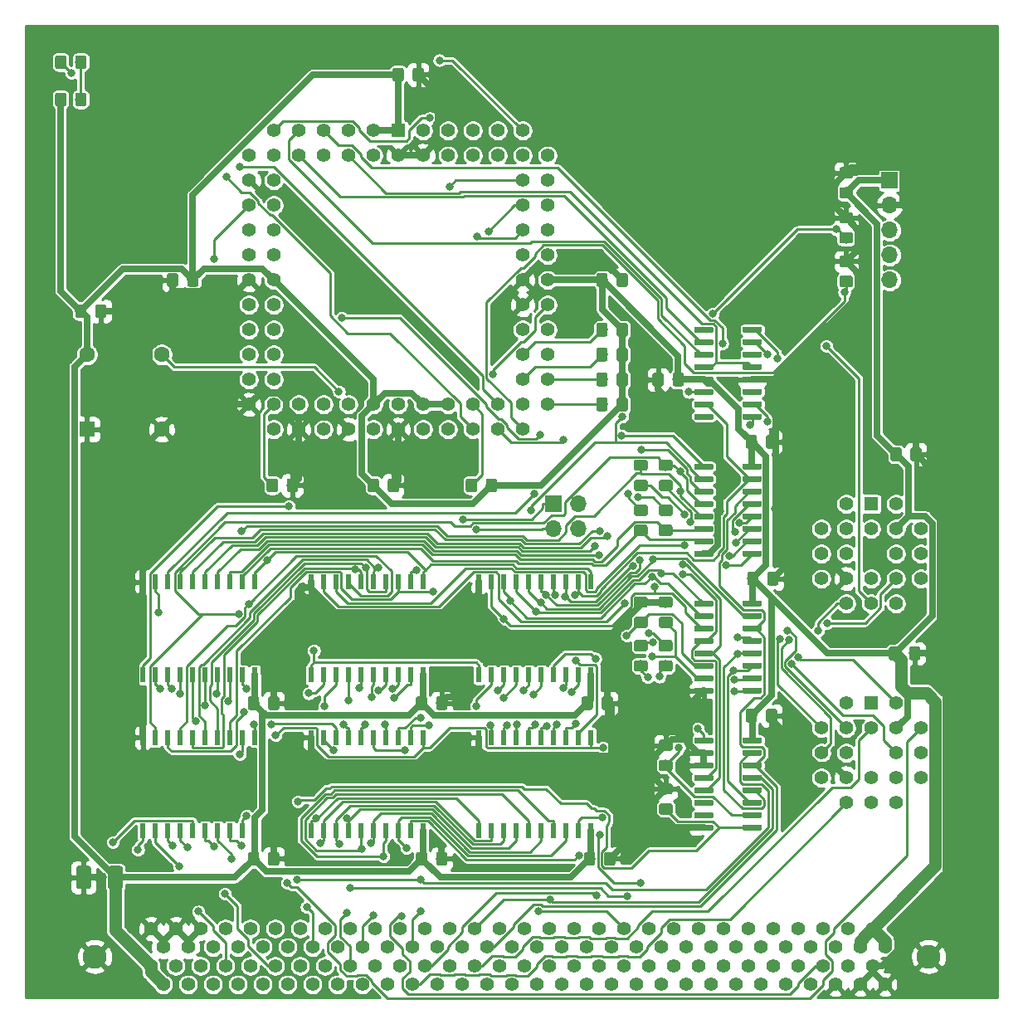
<source format=gbr>
G04 #@! TF.GenerationSoftware,KiCad,Pcbnew,(5.1.4)-1*
G04 #@! TF.CreationDate,2019-10-15T12:33:22-06:00*
G04 #@! TF.ProjectId,Minisys 186 CPU,4d696e69-7379-4732-9031-383620435055,rev?*
G04 #@! TF.SameCoordinates,Original*
G04 #@! TF.FileFunction,Copper,L1,Top*
G04 #@! TF.FilePolarity,Positive*
%FSLAX46Y46*%
G04 Gerber Fmt 4.6, Leading zero omitted, Abs format (unit mm)*
G04 Created by KiCad (PCBNEW (5.1.4)-1) date 2019-10-15 12:33:22*
%MOMM*%
%LPD*%
G04 APERTURE LIST*
%ADD10C,1.600000*%
%ADD11R,1.600000X1.600000*%
%ADD12C,0.100000*%
%ADD13C,0.600000*%
%ADD14R,0.600000X1.500000*%
%ADD15C,1.422400*%
%ADD16R,1.422400X1.422400*%
%ADD17C,1.150000*%
%ADD18O,1.700000X1.700000*%
%ADD19R,1.700000X1.700000*%
%ADD20C,2.438400*%
%ADD21C,1.397000*%
%ADD22C,1.500000*%
%ADD23C,1.000000*%
%ADD24C,0.800000*%
%ADD25C,0.635000*%
%ADD26C,1.270000*%
%ADD27C,0.250000*%
%ADD28C,0.254000*%
G04 APERTURE END LIST*
D10*
X34290000Y-61595000D03*
X34290000Y-53975000D03*
X26670000Y-53975000D03*
D11*
X26670000Y-61595000D03*
D12*
G36*
X95389703Y-51135722D02*
G01*
X95404264Y-51137882D01*
X95418543Y-51141459D01*
X95432403Y-51146418D01*
X95445710Y-51152712D01*
X95458336Y-51160280D01*
X95470159Y-51169048D01*
X95481066Y-51178934D01*
X95490952Y-51189841D01*
X95499720Y-51201664D01*
X95507288Y-51214290D01*
X95513582Y-51227597D01*
X95518541Y-51241457D01*
X95522118Y-51255736D01*
X95524278Y-51270297D01*
X95525000Y-51285000D01*
X95525000Y-51585000D01*
X95524278Y-51599703D01*
X95522118Y-51614264D01*
X95518541Y-51628543D01*
X95513582Y-51642403D01*
X95507288Y-51655710D01*
X95499720Y-51668336D01*
X95490952Y-51680159D01*
X95481066Y-51691066D01*
X95470159Y-51700952D01*
X95458336Y-51709720D01*
X95445710Y-51717288D01*
X95432403Y-51723582D01*
X95418543Y-51728541D01*
X95404264Y-51732118D01*
X95389703Y-51734278D01*
X95375000Y-51735000D01*
X93725000Y-51735000D01*
X93710297Y-51734278D01*
X93695736Y-51732118D01*
X93681457Y-51728541D01*
X93667597Y-51723582D01*
X93654290Y-51717288D01*
X93641664Y-51709720D01*
X93629841Y-51700952D01*
X93618934Y-51691066D01*
X93609048Y-51680159D01*
X93600280Y-51668336D01*
X93592712Y-51655710D01*
X93586418Y-51642403D01*
X93581459Y-51628543D01*
X93577882Y-51614264D01*
X93575722Y-51599703D01*
X93575000Y-51585000D01*
X93575000Y-51285000D01*
X93575722Y-51270297D01*
X93577882Y-51255736D01*
X93581459Y-51241457D01*
X93586418Y-51227597D01*
X93592712Y-51214290D01*
X93600280Y-51201664D01*
X93609048Y-51189841D01*
X93618934Y-51178934D01*
X93629841Y-51169048D01*
X93641664Y-51160280D01*
X93654290Y-51152712D01*
X93667597Y-51146418D01*
X93681457Y-51141459D01*
X93695736Y-51137882D01*
X93710297Y-51135722D01*
X93725000Y-51135000D01*
X95375000Y-51135000D01*
X95389703Y-51135722D01*
X95389703Y-51135722D01*
G37*
D13*
X94550000Y-51435000D03*
D12*
G36*
X95389703Y-52405722D02*
G01*
X95404264Y-52407882D01*
X95418543Y-52411459D01*
X95432403Y-52416418D01*
X95445710Y-52422712D01*
X95458336Y-52430280D01*
X95470159Y-52439048D01*
X95481066Y-52448934D01*
X95490952Y-52459841D01*
X95499720Y-52471664D01*
X95507288Y-52484290D01*
X95513582Y-52497597D01*
X95518541Y-52511457D01*
X95522118Y-52525736D01*
X95524278Y-52540297D01*
X95525000Y-52555000D01*
X95525000Y-52855000D01*
X95524278Y-52869703D01*
X95522118Y-52884264D01*
X95518541Y-52898543D01*
X95513582Y-52912403D01*
X95507288Y-52925710D01*
X95499720Y-52938336D01*
X95490952Y-52950159D01*
X95481066Y-52961066D01*
X95470159Y-52970952D01*
X95458336Y-52979720D01*
X95445710Y-52987288D01*
X95432403Y-52993582D01*
X95418543Y-52998541D01*
X95404264Y-53002118D01*
X95389703Y-53004278D01*
X95375000Y-53005000D01*
X93725000Y-53005000D01*
X93710297Y-53004278D01*
X93695736Y-53002118D01*
X93681457Y-52998541D01*
X93667597Y-52993582D01*
X93654290Y-52987288D01*
X93641664Y-52979720D01*
X93629841Y-52970952D01*
X93618934Y-52961066D01*
X93609048Y-52950159D01*
X93600280Y-52938336D01*
X93592712Y-52925710D01*
X93586418Y-52912403D01*
X93581459Y-52898543D01*
X93577882Y-52884264D01*
X93575722Y-52869703D01*
X93575000Y-52855000D01*
X93575000Y-52555000D01*
X93575722Y-52540297D01*
X93577882Y-52525736D01*
X93581459Y-52511457D01*
X93586418Y-52497597D01*
X93592712Y-52484290D01*
X93600280Y-52471664D01*
X93609048Y-52459841D01*
X93618934Y-52448934D01*
X93629841Y-52439048D01*
X93641664Y-52430280D01*
X93654290Y-52422712D01*
X93667597Y-52416418D01*
X93681457Y-52411459D01*
X93695736Y-52407882D01*
X93710297Y-52405722D01*
X93725000Y-52405000D01*
X95375000Y-52405000D01*
X95389703Y-52405722D01*
X95389703Y-52405722D01*
G37*
D13*
X94550000Y-52705000D03*
D12*
G36*
X95389703Y-53675722D02*
G01*
X95404264Y-53677882D01*
X95418543Y-53681459D01*
X95432403Y-53686418D01*
X95445710Y-53692712D01*
X95458336Y-53700280D01*
X95470159Y-53709048D01*
X95481066Y-53718934D01*
X95490952Y-53729841D01*
X95499720Y-53741664D01*
X95507288Y-53754290D01*
X95513582Y-53767597D01*
X95518541Y-53781457D01*
X95522118Y-53795736D01*
X95524278Y-53810297D01*
X95525000Y-53825000D01*
X95525000Y-54125000D01*
X95524278Y-54139703D01*
X95522118Y-54154264D01*
X95518541Y-54168543D01*
X95513582Y-54182403D01*
X95507288Y-54195710D01*
X95499720Y-54208336D01*
X95490952Y-54220159D01*
X95481066Y-54231066D01*
X95470159Y-54240952D01*
X95458336Y-54249720D01*
X95445710Y-54257288D01*
X95432403Y-54263582D01*
X95418543Y-54268541D01*
X95404264Y-54272118D01*
X95389703Y-54274278D01*
X95375000Y-54275000D01*
X93725000Y-54275000D01*
X93710297Y-54274278D01*
X93695736Y-54272118D01*
X93681457Y-54268541D01*
X93667597Y-54263582D01*
X93654290Y-54257288D01*
X93641664Y-54249720D01*
X93629841Y-54240952D01*
X93618934Y-54231066D01*
X93609048Y-54220159D01*
X93600280Y-54208336D01*
X93592712Y-54195710D01*
X93586418Y-54182403D01*
X93581459Y-54168543D01*
X93577882Y-54154264D01*
X93575722Y-54139703D01*
X93575000Y-54125000D01*
X93575000Y-53825000D01*
X93575722Y-53810297D01*
X93577882Y-53795736D01*
X93581459Y-53781457D01*
X93586418Y-53767597D01*
X93592712Y-53754290D01*
X93600280Y-53741664D01*
X93609048Y-53729841D01*
X93618934Y-53718934D01*
X93629841Y-53709048D01*
X93641664Y-53700280D01*
X93654290Y-53692712D01*
X93667597Y-53686418D01*
X93681457Y-53681459D01*
X93695736Y-53677882D01*
X93710297Y-53675722D01*
X93725000Y-53675000D01*
X95375000Y-53675000D01*
X95389703Y-53675722D01*
X95389703Y-53675722D01*
G37*
D13*
X94550000Y-53975000D03*
D12*
G36*
X95389703Y-54945722D02*
G01*
X95404264Y-54947882D01*
X95418543Y-54951459D01*
X95432403Y-54956418D01*
X95445710Y-54962712D01*
X95458336Y-54970280D01*
X95470159Y-54979048D01*
X95481066Y-54988934D01*
X95490952Y-54999841D01*
X95499720Y-55011664D01*
X95507288Y-55024290D01*
X95513582Y-55037597D01*
X95518541Y-55051457D01*
X95522118Y-55065736D01*
X95524278Y-55080297D01*
X95525000Y-55095000D01*
X95525000Y-55395000D01*
X95524278Y-55409703D01*
X95522118Y-55424264D01*
X95518541Y-55438543D01*
X95513582Y-55452403D01*
X95507288Y-55465710D01*
X95499720Y-55478336D01*
X95490952Y-55490159D01*
X95481066Y-55501066D01*
X95470159Y-55510952D01*
X95458336Y-55519720D01*
X95445710Y-55527288D01*
X95432403Y-55533582D01*
X95418543Y-55538541D01*
X95404264Y-55542118D01*
X95389703Y-55544278D01*
X95375000Y-55545000D01*
X93725000Y-55545000D01*
X93710297Y-55544278D01*
X93695736Y-55542118D01*
X93681457Y-55538541D01*
X93667597Y-55533582D01*
X93654290Y-55527288D01*
X93641664Y-55519720D01*
X93629841Y-55510952D01*
X93618934Y-55501066D01*
X93609048Y-55490159D01*
X93600280Y-55478336D01*
X93592712Y-55465710D01*
X93586418Y-55452403D01*
X93581459Y-55438543D01*
X93577882Y-55424264D01*
X93575722Y-55409703D01*
X93575000Y-55395000D01*
X93575000Y-55095000D01*
X93575722Y-55080297D01*
X93577882Y-55065736D01*
X93581459Y-55051457D01*
X93586418Y-55037597D01*
X93592712Y-55024290D01*
X93600280Y-55011664D01*
X93609048Y-54999841D01*
X93618934Y-54988934D01*
X93629841Y-54979048D01*
X93641664Y-54970280D01*
X93654290Y-54962712D01*
X93667597Y-54956418D01*
X93681457Y-54951459D01*
X93695736Y-54947882D01*
X93710297Y-54945722D01*
X93725000Y-54945000D01*
X95375000Y-54945000D01*
X95389703Y-54945722D01*
X95389703Y-54945722D01*
G37*
D13*
X94550000Y-55245000D03*
D12*
G36*
X95389703Y-56215722D02*
G01*
X95404264Y-56217882D01*
X95418543Y-56221459D01*
X95432403Y-56226418D01*
X95445710Y-56232712D01*
X95458336Y-56240280D01*
X95470159Y-56249048D01*
X95481066Y-56258934D01*
X95490952Y-56269841D01*
X95499720Y-56281664D01*
X95507288Y-56294290D01*
X95513582Y-56307597D01*
X95518541Y-56321457D01*
X95522118Y-56335736D01*
X95524278Y-56350297D01*
X95525000Y-56365000D01*
X95525000Y-56665000D01*
X95524278Y-56679703D01*
X95522118Y-56694264D01*
X95518541Y-56708543D01*
X95513582Y-56722403D01*
X95507288Y-56735710D01*
X95499720Y-56748336D01*
X95490952Y-56760159D01*
X95481066Y-56771066D01*
X95470159Y-56780952D01*
X95458336Y-56789720D01*
X95445710Y-56797288D01*
X95432403Y-56803582D01*
X95418543Y-56808541D01*
X95404264Y-56812118D01*
X95389703Y-56814278D01*
X95375000Y-56815000D01*
X93725000Y-56815000D01*
X93710297Y-56814278D01*
X93695736Y-56812118D01*
X93681457Y-56808541D01*
X93667597Y-56803582D01*
X93654290Y-56797288D01*
X93641664Y-56789720D01*
X93629841Y-56780952D01*
X93618934Y-56771066D01*
X93609048Y-56760159D01*
X93600280Y-56748336D01*
X93592712Y-56735710D01*
X93586418Y-56722403D01*
X93581459Y-56708543D01*
X93577882Y-56694264D01*
X93575722Y-56679703D01*
X93575000Y-56665000D01*
X93575000Y-56365000D01*
X93575722Y-56350297D01*
X93577882Y-56335736D01*
X93581459Y-56321457D01*
X93586418Y-56307597D01*
X93592712Y-56294290D01*
X93600280Y-56281664D01*
X93609048Y-56269841D01*
X93618934Y-56258934D01*
X93629841Y-56249048D01*
X93641664Y-56240280D01*
X93654290Y-56232712D01*
X93667597Y-56226418D01*
X93681457Y-56221459D01*
X93695736Y-56217882D01*
X93710297Y-56215722D01*
X93725000Y-56215000D01*
X95375000Y-56215000D01*
X95389703Y-56215722D01*
X95389703Y-56215722D01*
G37*
D13*
X94550000Y-56515000D03*
D12*
G36*
X95389703Y-57485722D02*
G01*
X95404264Y-57487882D01*
X95418543Y-57491459D01*
X95432403Y-57496418D01*
X95445710Y-57502712D01*
X95458336Y-57510280D01*
X95470159Y-57519048D01*
X95481066Y-57528934D01*
X95490952Y-57539841D01*
X95499720Y-57551664D01*
X95507288Y-57564290D01*
X95513582Y-57577597D01*
X95518541Y-57591457D01*
X95522118Y-57605736D01*
X95524278Y-57620297D01*
X95525000Y-57635000D01*
X95525000Y-57935000D01*
X95524278Y-57949703D01*
X95522118Y-57964264D01*
X95518541Y-57978543D01*
X95513582Y-57992403D01*
X95507288Y-58005710D01*
X95499720Y-58018336D01*
X95490952Y-58030159D01*
X95481066Y-58041066D01*
X95470159Y-58050952D01*
X95458336Y-58059720D01*
X95445710Y-58067288D01*
X95432403Y-58073582D01*
X95418543Y-58078541D01*
X95404264Y-58082118D01*
X95389703Y-58084278D01*
X95375000Y-58085000D01*
X93725000Y-58085000D01*
X93710297Y-58084278D01*
X93695736Y-58082118D01*
X93681457Y-58078541D01*
X93667597Y-58073582D01*
X93654290Y-58067288D01*
X93641664Y-58059720D01*
X93629841Y-58050952D01*
X93618934Y-58041066D01*
X93609048Y-58030159D01*
X93600280Y-58018336D01*
X93592712Y-58005710D01*
X93586418Y-57992403D01*
X93581459Y-57978543D01*
X93577882Y-57964264D01*
X93575722Y-57949703D01*
X93575000Y-57935000D01*
X93575000Y-57635000D01*
X93575722Y-57620297D01*
X93577882Y-57605736D01*
X93581459Y-57591457D01*
X93586418Y-57577597D01*
X93592712Y-57564290D01*
X93600280Y-57551664D01*
X93609048Y-57539841D01*
X93618934Y-57528934D01*
X93629841Y-57519048D01*
X93641664Y-57510280D01*
X93654290Y-57502712D01*
X93667597Y-57496418D01*
X93681457Y-57491459D01*
X93695736Y-57487882D01*
X93710297Y-57485722D01*
X93725000Y-57485000D01*
X95375000Y-57485000D01*
X95389703Y-57485722D01*
X95389703Y-57485722D01*
G37*
D13*
X94550000Y-57785000D03*
D12*
G36*
X95389703Y-58755722D02*
G01*
X95404264Y-58757882D01*
X95418543Y-58761459D01*
X95432403Y-58766418D01*
X95445710Y-58772712D01*
X95458336Y-58780280D01*
X95470159Y-58789048D01*
X95481066Y-58798934D01*
X95490952Y-58809841D01*
X95499720Y-58821664D01*
X95507288Y-58834290D01*
X95513582Y-58847597D01*
X95518541Y-58861457D01*
X95522118Y-58875736D01*
X95524278Y-58890297D01*
X95525000Y-58905000D01*
X95525000Y-59205000D01*
X95524278Y-59219703D01*
X95522118Y-59234264D01*
X95518541Y-59248543D01*
X95513582Y-59262403D01*
X95507288Y-59275710D01*
X95499720Y-59288336D01*
X95490952Y-59300159D01*
X95481066Y-59311066D01*
X95470159Y-59320952D01*
X95458336Y-59329720D01*
X95445710Y-59337288D01*
X95432403Y-59343582D01*
X95418543Y-59348541D01*
X95404264Y-59352118D01*
X95389703Y-59354278D01*
X95375000Y-59355000D01*
X93725000Y-59355000D01*
X93710297Y-59354278D01*
X93695736Y-59352118D01*
X93681457Y-59348541D01*
X93667597Y-59343582D01*
X93654290Y-59337288D01*
X93641664Y-59329720D01*
X93629841Y-59320952D01*
X93618934Y-59311066D01*
X93609048Y-59300159D01*
X93600280Y-59288336D01*
X93592712Y-59275710D01*
X93586418Y-59262403D01*
X93581459Y-59248543D01*
X93577882Y-59234264D01*
X93575722Y-59219703D01*
X93575000Y-59205000D01*
X93575000Y-58905000D01*
X93575722Y-58890297D01*
X93577882Y-58875736D01*
X93581459Y-58861457D01*
X93586418Y-58847597D01*
X93592712Y-58834290D01*
X93600280Y-58821664D01*
X93609048Y-58809841D01*
X93618934Y-58798934D01*
X93629841Y-58789048D01*
X93641664Y-58780280D01*
X93654290Y-58772712D01*
X93667597Y-58766418D01*
X93681457Y-58761459D01*
X93695736Y-58757882D01*
X93710297Y-58755722D01*
X93725000Y-58755000D01*
X95375000Y-58755000D01*
X95389703Y-58755722D01*
X95389703Y-58755722D01*
G37*
D13*
X94550000Y-59055000D03*
D12*
G36*
X95389703Y-60025722D02*
G01*
X95404264Y-60027882D01*
X95418543Y-60031459D01*
X95432403Y-60036418D01*
X95445710Y-60042712D01*
X95458336Y-60050280D01*
X95470159Y-60059048D01*
X95481066Y-60068934D01*
X95490952Y-60079841D01*
X95499720Y-60091664D01*
X95507288Y-60104290D01*
X95513582Y-60117597D01*
X95518541Y-60131457D01*
X95522118Y-60145736D01*
X95524278Y-60160297D01*
X95525000Y-60175000D01*
X95525000Y-60475000D01*
X95524278Y-60489703D01*
X95522118Y-60504264D01*
X95518541Y-60518543D01*
X95513582Y-60532403D01*
X95507288Y-60545710D01*
X95499720Y-60558336D01*
X95490952Y-60570159D01*
X95481066Y-60581066D01*
X95470159Y-60590952D01*
X95458336Y-60599720D01*
X95445710Y-60607288D01*
X95432403Y-60613582D01*
X95418543Y-60618541D01*
X95404264Y-60622118D01*
X95389703Y-60624278D01*
X95375000Y-60625000D01*
X93725000Y-60625000D01*
X93710297Y-60624278D01*
X93695736Y-60622118D01*
X93681457Y-60618541D01*
X93667597Y-60613582D01*
X93654290Y-60607288D01*
X93641664Y-60599720D01*
X93629841Y-60590952D01*
X93618934Y-60581066D01*
X93609048Y-60570159D01*
X93600280Y-60558336D01*
X93592712Y-60545710D01*
X93586418Y-60532403D01*
X93581459Y-60518543D01*
X93577882Y-60504264D01*
X93575722Y-60489703D01*
X93575000Y-60475000D01*
X93575000Y-60175000D01*
X93575722Y-60160297D01*
X93577882Y-60145736D01*
X93581459Y-60131457D01*
X93586418Y-60117597D01*
X93592712Y-60104290D01*
X93600280Y-60091664D01*
X93609048Y-60079841D01*
X93618934Y-60068934D01*
X93629841Y-60059048D01*
X93641664Y-60050280D01*
X93654290Y-60042712D01*
X93667597Y-60036418D01*
X93681457Y-60031459D01*
X93695736Y-60027882D01*
X93710297Y-60025722D01*
X93725000Y-60025000D01*
X95375000Y-60025000D01*
X95389703Y-60025722D01*
X95389703Y-60025722D01*
G37*
D13*
X94550000Y-60325000D03*
D12*
G36*
X90439703Y-60025722D02*
G01*
X90454264Y-60027882D01*
X90468543Y-60031459D01*
X90482403Y-60036418D01*
X90495710Y-60042712D01*
X90508336Y-60050280D01*
X90520159Y-60059048D01*
X90531066Y-60068934D01*
X90540952Y-60079841D01*
X90549720Y-60091664D01*
X90557288Y-60104290D01*
X90563582Y-60117597D01*
X90568541Y-60131457D01*
X90572118Y-60145736D01*
X90574278Y-60160297D01*
X90575000Y-60175000D01*
X90575000Y-60475000D01*
X90574278Y-60489703D01*
X90572118Y-60504264D01*
X90568541Y-60518543D01*
X90563582Y-60532403D01*
X90557288Y-60545710D01*
X90549720Y-60558336D01*
X90540952Y-60570159D01*
X90531066Y-60581066D01*
X90520159Y-60590952D01*
X90508336Y-60599720D01*
X90495710Y-60607288D01*
X90482403Y-60613582D01*
X90468543Y-60618541D01*
X90454264Y-60622118D01*
X90439703Y-60624278D01*
X90425000Y-60625000D01*
X88775000Y-60625000D01*
X88760297Y-60624278D01*
X88745736Y-60622118D01*
X88731457Y-60618541D01*
X88717597Y-60613582D01*
X88704290Y-60607288D01*
X88691664Y-60599720D01*
X88679841Y-60590952D01*
X88668934Y-60581066D01*
X88659048Y-60570159D01*
X88650280Y-60558336D01*
X88642712Y-60545710D01*
X88636418Y-60532403D01*
X88631459Y-60518543D01*
X88627882Y-60504264D01*
X88625722Y-60489703D01*
X88625000Y-60475000D01*
X88625000Y-60175000D01*
X88625722Y-60160297D01*
X88627882Y-60145736D01*
X88631459Y-60131457D01*
X88636418Y-60117597D01*
X88642712Y-60104290D01*
X88650280Y-60091664D01*
X88659048Y-60079841D01*
X88668934Y-60068934D01*
X88679841Y-60059048D01*
X88691664Y-60050280D01*
X88704290Y-60042712D01*
X88717597Y-60036418D01*
X88731457Y-60031459D01*
X88745736Y-60027882D01*
X88760297Y-60025722D01*
X88775000Y-60025000D01*
X90425000Y-60025000D01*
X90439703Y-60025722D01*
X90439703Y-60025722D01*
G37*
D13*
X89600000Y-60325000D03*
D12*
G36*
X90439703Y-58755722D02*
G01*
X90454264Y-58757882D01*
X90468543Y-58761459D01*
X90482403Y-58766418D01*
X90495710Y-58772712D01*
X90508336Y-58780280D01*
X90520159Y-58789048D01*
X90531066Y-58798934D01*
X90540952Y-58809841D01*
X90549720Y-58821664D01*
X90557288Y-58834290D01*
X90563582Y-58847597D01*
X90568541Y-58861457D01*
X90572118Y-58875736D01*
X90574278Y-58890297D01*
X90575000Y-58905000D01*
X90575000Y-59205000D01*
X90574278Y-59219703D01*
X90572118Y-59234264D01*
X90568541Y-59248543D01*
X90563582Y-59262403D01*
X90557288Y-59275710D01*
X90549720Y-59288336D01*
X90540952Y-59300159D01*
X90531066Y-59311066D01*
X90520159Y-59320952D01*
X90508336Y-59329720D01*
X90495710Y-59337288D01*
X90482403Y-59343582D01*
X90468543Y-59348541D01*
X90454264Y-59352118D01*
X90439703Y-59354278D01*
X90425000Y-59355000D01*
X88775000Y-59355000D01*
X88760297Y-59354278D01*
X88745736Y-59352118D01*
X88731457Y-59348541D01*
X88717597Y-59343582D01*
X88704290Y-59337288D01*
X88691664Y-59329720D01*
X88679841Y-59320952D01*
X88668934Y-59311066D01*
X88659048Y-59300159D01*
X88650280Y-59288336D01*
X88642712Y-59275710D01*
X88636418Y-59262403D01*
X88631459Y-59248543D01*
X88627882Y-59234264D01*
X88625722Y-59219703D01*
X88625000Y-59205000D01*
X88625000Y-58905000D01*
X88625722Y-58890297D01*
X88627882Y-58875736D01*
X88631459Y-58861457D01*
X88636418Y-58847597D01*
X88642712Y-58834290D01*
X88650280Y-58821664D01*
X88659048Y-58809841D01*
X88668934Y-58798934D01*
X88679841Y-58789048D01*
X88691664Y-58780280D01*
X88704290Y-58772712D01*
X88717597Y-58766418D01*
X88731457Y-58761459D01*
X88745736Y-58757882D01*
X88760297Y-58755722D01*
X88775000Y-58755000D01*
X90425000Y-58755000D01*
X90439703Y-58755722D01*
X90439703Y-58755722D01*
G37*
D13*
X89600000Y-59055000D03*
D12*
G36*
X90439703Y-57485722D02*
G01*
X90454264Y-57487882D01*
X90468543Y-57491459D01*
X90482403Y-57496418D01*
X90495710Y-57502712D01*
X90508336Y-57510280D01*
X90520159Y-57519048D01*
X90531066Y-57528934D01*
X90540952Y-57539841D01*
X90549720Y-57551664D01*
X90557288Y-57564290D01*
X90563582Y-57577597D01*
X90568541Y-57591457D01*
X90572118Y-57605736D01*
X90574278Y-57620297D01*
X90575000Y-57635000D01*
X90575000Y-57935000D01*
X90574278Y-57949703D01*
X90572118Y-57964264D01*
X90568541Y-57978543D01*
X90563582Y-57992403D01*
X90557288Y-58005710D01*
X90549720Y-58018336D01*
X90540952Y-58030159D01*
X90531066Y-58041066D01*
X90520159Y-58050952D01*
X90508336Y-58059720D01*
X90495710Y-58067288D01*
X90482403Y-58073582D01*
X90468543Y-58078541D01*
X90454264Y-58082118D01*
X90439703Y-58084278D01*
X90425000Y-58085000D01*
X88775000Y-58085000D01*
X88760297Y-58084278D01*
X88745736Y-58082118D01*
X88731457Y-58078541D01*
X88717597Y-58073582D01*
X88704290Y-58067288D01*
X88691664Y-58059720D01*
X88679841Y-58050952D01*
X88668934Y-58041066D01*
X88659048Y-58030159D01*
X88650280Y-58018336D01*
X88642712Y-58005710D01*
X88636418Y-57992403D01*
X88631459Y-57978543D01*
X88627882Y-57964264D01*
X88625722Y-57949703D01*
X88625000Y-57935000D01*
X88625000Y-57635000D01*
X88625722Y-57620297D01*
X88627882Y-57605736D01*
X88631459Y-57591457D01*
X88636418Y-57577597D01*
X88642712Y-57564290D01*
X88650280Y-57551664D01*
X88659048Y-57539841D01*
X88668934Y-57528934D01*
X88679841Y-57519048D01*
X88691664Y-57510280D01*
X88704290Y-57502712D01*
X88717597Y-57496418D01*
X88731457Y-57491459D01*
X88745736Y-57487882D01*
X88760297Y-57485722D01*
X88775000Y-57485000D01*
X90425000Y-57485000D01*
X90439703Y-57485722D01*
X90439703Y-57485722D01*
G37*
D13*
X89600000Y-57785000D03*
D12*
G36*
X90439703Y-56215722D02*
G01*
X90454264Y-56217882D01*
X90468543Y-56221459D01*
X90482403Y-56226418D01*
X90495710Y-56232712D01*
X90508336Y-56240280D01*
X90520159Y-56249048D01*
X90531066Y-56258934D01*
X90540952Y-56269841D01*
X90549720Y-56281664D01*
X90557288Y-56294290D01*
X90563582Y-56307597D01*
X90568541Y-56321457D01*
X90572118Y-56335736D01*
X90574278Y-56350297D01*
X90575000Y-56365000D01*
X90575000Y-56665000D01*
X90574278Y-56679703D01*
X90572118Y-56694264D01*
X90568541Y-56708543D01*
X90563582Y-56722403D01*
X90557288Y-56735710D01*
X90549720Y-56748336D01*
X90540952Y-56760159D01*
X90531066Y-56771066D01*
X90520159Y-56780952D01*
X90508336Y-56789720D01*
X90495710Y-56797288D01*
X90482403Y-56803582D01*
X90468543Y-56808541D01*
X90454264Y-56812118D01*
X90439703Y-56814278D01*
X90425000Y-56815000D01*
X88775000Y-56815000D01*
X88760297Y-56814278D01*
X88745736Y-56812118D01*
X88731457Y-56808541D01*
X88717597Y-56803582D01*
X88704290Y-56797288D01*
X88691664Y-56789720D01*
X88679841Y-56780952D01*
X88668934Y-56771066D01*
X88659048Y-56760159D01*
X88650280Y-56748336D01*
X88642712Y-56735710D01*
X88636418Y-56722403D01*
X88631459Y-56708543D01*
X88627882Y-56694264D01*
X88625722Y-56679703D01*
X88625000Y-56665000D01*
X88625000Y-56365000D01*
X88625722Y-56350297D01*
X88627882Y-56335736D01*
X88631459Y-56321457D01*
X88636418Y-56307597D01*
X88642712Y-56294290D01*
X88650280Y-56281664D01*
X88659048Y-56269841D01*
X88668934Y-56258934D01*
X88679841Y-56249048D01*
X88691664Y-56240280D01*
X88704290Y-56232712D01*
X88717597Y-56226418D01*
X88731457Y-56221459D01*
X88745736Y-56217882D01*
X88760297Y-56215722D01*
X88775000Y-56215000D01*
X90425000Y-56215000D01*
X90439703Y-56215722D01*
X90439703Y-56215722D01*
G37*
D13*
X89600000Y-56515000D03*
D12*
G36*
X90439703Y-54945722D02*
G01*
X90454264Y-54947882D01*
X90468543Y-54951459D01*
X90482403Y-54956418D01*
X90495710Y-54962712D01*
X90508336Y-54970280D01*
X90520159Y-54979048D01*
X90531066Y-54988934D01*
X90540952Y-54999841D01*
X90549720Y-55011664D01*
X90557288Y-55024290D01*
X90563582Y-55037597D01*
X90568541Y-55051457D01*
X90572118Y-55065736D01*
X90574278Y-55080297D01*
X90575000Y-55095000D01*
X90575000Y-55395000D01*
X90574278Y-55409703D01*
X90572118Y-55424264D01*
X90568541Y-55438543D01*
X90563582Y-55452403D01*
X90557288Y-55465710D01*
X90549720Y-55478336D01*
X90540952Y-55490159D01*
X90531066Y-55501066D01*
X90520159Y-55510952D01*
X90508336Y-55519720D01*
X90495710Y-55527288D01*
X90482403Y-55533582D01*
X90468543Y-55538541D01*
X90454264Y-55542118D01*
X90439703Y-55544278D01*
X90425000Y-55545000D01*
X88775000Y-55545000D01*
X88760297Y-55544278D01*
X88745736Y-55542118D01*
X88731457Y-55538541D01*
X88717597Y-55533582D01*
X88704290Y-55527288D01*
X88691664Y-55519720D01*
X88679841Y-55510952D01*
X88668934Y-55501066D01*
X88659048Y-55490159D01*
X88650280Y-55478336D01*
X88642712Y-55465710D01*
X88636418Y-55452403D01*
X88631459Y-55438543D01*
X88627882Y-55424264D01*
X88625722Y-55409703D01*
X88625000Y-55395000D01*
X88625000Y-55095000D01*
X88625722Y-55080297D01*
X88627882Y-55065736D01*
X88631459Y-55051457D01*
X88636418Y-55037597D01*
X88642712Y-55024290D01*
X88650280Y-55011664D01*
X88659048Y-54999841D01*
X88668934Y-54988934D01*
X88679841Y-54979048D01*
X88691664Y-54970280D01*
X88704290Y-54962712D01*
X88717597Y-54956418D01*
X88731457Y-54951459D01*
X88745736Y-54947882D01*
X88760297Y-54945722D01*
X88775000Y-54945000D01*
X90425000Y-54945000D01*
X90439703Y-54945722D01*
X90439703Y-54945722D01*
G37*
D13*
X89600000Y-55245000D03*
D12*
G36*
X90439703Y-53675722D02*
G01*
X90454264Y-53677882D01*
X90468543Y-53681459D01*
X90482403Y-53686418D01*
X90495710Y-53692712D01*
X90508336Y-53700280D01*
X90520159Y-53709048D01*
X90531066Y-53718934D01*
X90540952Y-53729841D01*
X90549720Y-53741664D01*
X90557288Y-53754290D01*
X90563582Y-53767597D01*
X90568541Y-53781457D01*
X90572118Y-53795736D01*
X90574278Y-53810297D01*
X90575000Y-53825000D01*
X90575000Y-54125000D01*
X90574278Y-54139703D01*
X90572118Y-54154264D01*
X90568541Y-54168543D01*
X90563582Y-54182403D01*
X90557288Y-54195710D01*
X90549720Y-54208336D01*
X90540952Y-54220159D01*
X90531066Y-54231066D01*
X90520159Y-54240952D01*
X90508336Y-54249720D01*
X90495710Y-54257288D01*
X90482403Y-54263582D01*
X90468543Y-54268541D01*
X90454264Y-54272118D01*
X90439703Y-54274278D01*
X90425000Y-54275000D01*
X88775000Y-54275000D01*
X88760297Y-54274278D01*
X88745736Y-54272118D01*
X88731457Y-54268541D01*
X88717597Y-54263582D01*
X88704290Y-54257288D01*
X88691664Y-54249720D01*
X88679841Y-54240952D01*
X88668934Y-54231066D01*
X88659048Y-54220159D01*
X88650280Y-54208336D01*
X88642712Y-54195710D01*
X88636418Y-54182403D01*
X88631459Y-54168543D01*
X88627882Y-54154264D01*
X88625722Y-54139703D01*
X88625000Y-54125000D01*
X88625000Y-53825000D01*
X88625722Y-53810297D01*
X88627882Y-53795736D01*
X88631459Y-53781457D01*
X88636418Y-53767597D01*
X88642712Y-53754290D01*
X88650280Y-53741664D01*
X88659048Y-53729841D01*
X88668934Y-53718934D01*
X88679841Y-53709048D01*
X88691664Y-53700280D01*
X88704290Y-53692712D01*
X88717597Y-53686418D01*
X88731457Y-53681459D01*
X88745736Y-53677882D01*
X88760297Y-53675722D01*
X88775000Y-53675000D01*
X90425000Y-53675000D01*
X90439703Y-53675722D01*
X90439703Y-53675722D01*
G37*
D13*
X89600000Y-53975000D03*
D12*
G36*
X90439703Y-52405722D02*
G01*
X90454264Y-52407882D01*
X90468543Y-52411459D01*
X90482403Y-52416418D01*
X90495710Y-52422712D01*
X90508336Y-52430280D01*
X90520159Y-52439048D01*
X90531066Y-52448934D01*
X90540952Y-52459841D01*
X90549720Y-52471664D01*
X90557288Y-52484290D01*
X90563582Y-52497597D01*
X90568541Y-52511457D01*
X90572118Y-52525736D01*
X90574278Y-52540297D01*
X90575000Y-52555000D01*
X90575000Y-52855000D01*
X90574278Y-52869703D01*
X90572118Y-52884264D01*
X90568541Y-52898543D01*
X90563582Y-52912403D01*
X90557288Y-52925710D01*
X90549720Y-52938336D01*
X90540952Y-52950159D01*
X90531066Y-52961066D01*
X90520159Y-52970952D01*
X90508336Y-52979720D01*
X90495710Y-52987288D01*
X90482403Y-52993582D01*
X90468543Y-52998541D01*
X90454264Y-53002118D01*
X90439703Y-53004278D01*
X90425000Y-53005000D01*
X88775000Y-53005000D01*
X88760297Y-53004278D01*
X88745736Y-53002118D01*
X88731457Y-52998541D01*
X88717597Y-52993582D01*
X88704290Y-52987288D01*
X88691664Y-52979720D01*
X88679841Y-52970952D01*
X88668934Y-52961066D01*
X88659048Y-52950159D01*
X88650280Y-52938336D01*
X88642712Y-52925710D01*
X88636418Y-52912403D01*
X88631459Y-52898543D01*
X88627882Y-52884264D01*
X88625722Y-52869703D01*
X88625000Y-52855000D01*
X88625000Y-52555000D01*
X88625722Y-52540297D01*
X88627882Y-52525736D01*
X88631459Y-52511457D01*
X88636418Y-52497597D01*
X88642712Y-52484290D01*
X88650280Y-52471664D01*
X88659048Y-52459841D01*
X88668934Y-52448934D01*
X88679841Y-52439048D01*
X88691664Y-52430280D01*
X88704290Y-52422712D01*
X88717597Y-52416418D01*
X88731457Y-52411459D01*
X88745736Y-52407882D01*
X88760297Y-52405722D01*
X88775000Y-52405000D01*
X90425000Y-52405000D01*
X90439703Y-52405722D01*
X90439703Y-52405722D01*
G37*
D13*
X89600000Y-52705000D03*
D12*
G36*
X90439703Y-51135722D02*
G01*
X90454264Y-51137882D01*
X90468543Y-51141459D01*
X90482403Y-51146418D01*
X90495710Y-51152712D01*
X90508336Y-51160280D01*
X90520159Y-51169048D01*
X90531066Y-51178934D01*
X90540952Y-51189841D01*
X90549720Y-51201664D01*
X90557288Y-51214290D01*
X90563582Y-51227597D01*
X90568541Y-51241457D01*
X90572118Y-51255736D01*
X90574278Y-51270297D01*
X90575000Y-51285000D01*
X90575000Y-51585000D01*
X90574278Y-51599703D01*
X90572118Y-51614264D01*
X90568541Y-51628543D01*
X90563582Y-51642403D01*
X90557288Y-51655710D01*
X90549720Y-51668336D01*
X90540952Y-51680159D01*
X90531066Y-51691066D01*
X90520159Y-51700952D01*
X90508336Y-51709720D01*
X90495710Y-51717288D01*
X90482403Y-51723582D01*
X90468543Y-51728541D01*
X90454264Y-51732118D01*
X90439703Y-51734278D01*
X90425000Y-51735000D01*
X88775000Y-51735000D01*
X88760297Y-51734278D01*
X88745736Y-51732118D01*
X88731457Y-51728541D01*
X88717597Y-51723582D01*
X88704290Y-51717288D01*
X88691664Y-51709720D01*
X88679841Y-51700952D01*
X88668934Y-51691066D01*
X88659048Y-51680159D01*
X88650280Y-51668336D01*
X88642712Y-51655710D01*
X88636418Y-51642403D01*
X88631459Y-51628543D01*
X88627882Y-51614264D01*
X88625722Y-51599703D01*
X88625000Y-51585000D01*
X88625000Y-51285000D01*
X88625722Y-51270297D01*
X88627882Y-51255736D01*
X88631459Y-51241457D01*
X88636418Y-51227597D01*
X88642712Y-51214290D01*
X88650280Y-51201664D01*
X88659048Y-51189841D01*
X88668934Y-51178934D01*
X88679841Y-51169048D01*
X88691664Y-51160280D01*
X88704290Y-51152712D01*
X88717597Y-51146418D01*
X88731457Y-51141459D01*
X88745736Y-51137882D01*
X88760297Y-51135722D01*
X88775000Y-51135000D01*
X90425000Y-51135000D01*
X90439703Y-51135722D01*
X90439703Y-51135722D01*
G37*
D13*
X89600000Y-51435000D03*
D14*
X43815000Y-86665000D03*
X42545000Y-86665000D03*
X41275000Y-86665000D03*
X40005000Y-86665000D03*
X38735000Y-86665000D03*
X37465000Y-86665000D03*
X36195000Y-86665000D03*
X34925000Y-86665000D03*
X33655000Y-86665000D03*
X32385000Y-86665000D03*
X32385000Y-77165000D03*
X33655000Y-77165000D03*
X34925000Y-77165000D03*
X36195000Y-77165000D03*
X43815000Y-77165000D03*
X42545000Y-77165000D03*
X41275000Y-77165000D03*
X40005000Y-77165000D03*
X38735000Y-77165000D03*
X37465000Y-77165000D03*
X60960000Y-86665000D03*
X59690000Y-86665000D03*
X58420000Y-86665000D03*
X57150000Y-86665000D03*
X55880000Y-86665000D03*
X54610000Y-86665000D03*
X53340000Y-86665000D03*
X52070000Y-86665000D03*
X50800000Y-86665000D03*
X49530000Y-86665000D03*
X49530000Y-77165000D03*
X50800000Y-77165000D03*
X52070000Y-77165000D03*
X53340000Y-77165000D03*
X60960000Y-77165000D03*
X59690000Y-77165000D03*
X58420000Y-77165000D03*
X57150000Y-77165000D03*
X55880000Y-77165000D03*
X54610000Y-77165000D03*
X78105000Y-86665000D03*
X76835000Y-86665000D03*
X75565000Y-86665000D03*
X74295000Y-86665000D03*
X73025000Y-86665000D03*
X71755000Y-86665000D03*
X70485000Y-86665000D03*
X69215000Y-86665000D03*
X67945000Y-86665000D03*
X66675000Y-86665000D03*
X66675000Y-77165000D03*
X67945000Y-77165000D03*
X69215000Y-77165000D03*
X70485000Y-77165000D03*
X78105000Y-77165000D03*
X76835000Y-77165000D03*
X75565000Y-77165000D03*
X74295000Y-77165000D03*
X73025000Y-77165000D03*
X71755000Y-77165000D03*
D12*
G36*
X95389703Y-93045722D02*
G01*
X95404264Y-93047882D01*
X95418543Y-93051459D01*
X95432403Y-93056418D01*
X95445710Y-93062712D01*
X95458336Y-93070280D01*
X95470159Y-93079048D01*
X95481066Y-93088934D01*
X95490952Y-93099841D01*
X95499720Y-93111664D01*
X95507288Y-93124290D01*
X95513582Y-93137597D01*
X95518541Y-93151457D01*
X95522118Y-93165736D01*
X95524278Y-93180297D01*
X95525000Y-93195000D01*
X95525000Y-93495000D01*
X95524278Y-93509703D01*
X95522118Y-93524264D01*
X95518541Y-93538543D01*
X95513582Y-93552403D01*
X95507288Y-93565710D01*
X95499720Y-93578336D01*
X95490952Y-93590159D01*
X95481066Y-93601066D01*
X95470159Y-93610952D01*
X95458336Y-93619720D01*
X95445710Y-93627288D01*
X95432403Y-93633582D01*
X95418543Y-93638541D01*
X95404264Y-93642118D01*
X95389703Y-93644278D01*
X95375000Y-93645000D01*
X93725000Y-93645000D01*
X93710297Y-93644278D01*
X93695736Y-93642118D01*
X93681457Y-93638541D01*
X93667597Y-93633582D01*
X93654290Y-93627288D01*
X93641664Y-93619720D01*
X93629841Y-93610952D01*
X93618934Y-93601066D01*
X93609048Y-93590159D01*
X93600280Y-93578336D01*
X93592712Y-93565710D01*
X93586418Y-93552403D01*
X93581459Y-93538543D01*
X93577882Y-93524264D01*
X93575722Y-93509703D01*
X93575000Y-93495000D01*
X93575000Y-93195000D01*
X93575722Y-93180297D01*
X93577882Y-93165736D01*
X93581459Y-93151457D01*
X93586418Y-93137597D01*
X93592712Y-93124290D01*
X93600280Y-93111664D01*
X93609048Y-93099841D01*
X93618934Y-93088934D01*
X93629841Y-93079048D01*
X93641664Y-93070280D01*
X93654290Y-93062712D01*
X93667597Y-93056418D01*
X93681457Y-93051459D01*
X93695736Y-93047882D01*
X93710297Y-93045722D01*
X93725000Y-93045000D01*
X95375000Y-93045000D01*
X95389703Y-93045722D01*
X95389703Y-93045722D01*
G37*
D13*
X94550000Y-93345000D03*
D12*
G36*
X95389703Y-94315722D02*
G01*
X95404264Y-94317882D01*
X95418543Y-94321459D01*
X95432403Y-94326418D01*
X95445710Y-94332712D01*
X95458336Y-94340280D01*
X95470159Y-94349048D01*
X95481066Y-94358934D01*
X95490952Y-94369841D01*
X95499720Y-94381664D01*
X95507288Y-94394290D01*
X95513582Y-94407597D01*
X95518541Y-94421457D01*
X95522118Y-94435736D01*
X95524278Y-94450297D01*
X95525000Y-94465000D01*
X95525000Y-94765000D01*
X95524278Y-94779703D01*
X95522118Y-94794264D01*
X95518541Y-94808543D01*
X95513582Y-94822403D01*
X95507288Y-94835710D01*
X95499720Y-94848336D01*
X95490952Y-94860159D01*
X95481066Y-94871066D01*
X95470159Y-94880952D01*
X95458336Y-94889720D01*
X95445710Y-94897288D01*
X95432403Y-94903582D01*
X95418543Y-94908541D01*
X95404264Y-94912118D01*
X95389703Y-94914278D01*
X95375000Y-94915000D01*
X93725000Y-94915000D01*
X93710297Y-94914278D01*
X93695736Y-94912118D01*
X93681457Y-94908541D01*
X93667597Y-94903582D01*
X93654290Y-94897288D01*
X93641664Y-94889720D01*
X93629841Y-94880952D01*
X93618934Y-94871066D01*
X93609048Y-94860159D01*
X93600280Y-94848336D01*
X93592712Y-94835710D01*
X93586418Y-94822403D01*
X93581459Y-94808543D01*
X93577882Y-94794264D01*
X93575722Y-94779703D01*
X93575000Y-94765000D01*
X93575000Y-94465000D01*
X93575722Y-94450297D01*
X93577882Y-94435736D01*
X93581459Y-94421457D01*
X93586418Y-94407597D01*
X93592712Y-94394290D01*
X93600280Y-94381664D01*
X93609048Y-94369841D01*
X93618934Y-94358934D01*
X93629841Y-94349048D01*
X93641664Y-94340280D01*
X93654290Y-94332712D01*
X93667597Y-94326418D01*
X93681457Y-94321459D01*
X93695736Y-94317882D01*
X93710297Y-94315722D01*
X93725000Y-94315000D01*
X95375000Y-94315000D01*
X95389703Y-94315722D01*
X95389703Y-94315722D01*
G37*
D13*
X94550000Y-94615000D03*
D12*
G36*
X95389703Y-95585722D02*
G01*
X95404264Y-95587882D01*
X95418543Y-95591459D01*
X95432403Y-95596418D01*
X95445710Y-95602712D01*
X95458336Y-95610280D01*
X95470159Y-95619048D01*
X95481066Y-95628934D01*
X95490952Y-95639841D01*
X95499720Y-95651664D01*
X95507288Y-95664290D01*
X95513582Y-95677597D01*
X95518541Y-95691457D01*
X95522118Y-95705736D01*
X95524278Y-95720297D01*
X95525000Y-95735000D01*
X95525000Y-96035000D01*
X95524278Y-96049703D01*
X95522118Y-96064264D01*
X95518541Y-96078543D01*
X95513582Y-96092403D01*
X95507288Y-96105710D01*
X95499720Y-96118336D01*
X95490952Y-96130159D01*
X95481066Y-96141066D01*
X95470159Y-96150952D01*
X95458336Y-96159720D01*
X95445710Y-96167288D01*
X95432403Y-96173582D01*
X95418543Y-96178541D01*
X95404264Y-96182118D01*
X95389703Y-96184278D01*
X95375000Y-96185000D01*
X93725000Y-96185000D01*
X93710297Y-96184278D01*
X93695736Y-96182118D01*
X93681457Y-96178541D01*
X93667597Y-96173582D01*
X93654290Y-96167288D01*
X93641664Y-96159720D01*
X93629841Y-96150952D01*
X93618934Y-96141066D01*
X93609048Y-96130159D01*
X93600280Y-96118336D01*
X93592712Y-96105710D01*
X93586418Y-96092403D01*
X93581459Y-96078543D01*
X93577882Y-96064264D01*
X93575722Y-96049703D01*
X93575000Y-96035000D01*
X93575000Y-95735000D01*
X93575722Y-95720297D01*
X93577882Y-95705736D01*
X93581459Y-95691457D01*
X93586418Y-95677597D01*
X93592712Y-95664290D01*
X93600280Y-95651664D01*
X93609048Y-95639841D01*
X93618934Y-95628934D01*
X93629841Y-95619048D01*
X93641664Y-95610280D01*
X93654290Y-95602712D01*
X93667597Y-95596418D01*
X93681457Y-95591459D01*
X93695736Y-95587882D01*
X93710297Y-95585722D01*
X93725000Y-95585000D01*
X95375000Y-95585000D01*
X95389703Y-95585722D01*
X95389703Y-95585722D01*
G37*
D13*
X94550000Y-95885000D03*
D12*
G36*
X95389703Y-96855722D02*
G01*
X95404264Y-96857882D01*
X95418543Y-96861459D01*
X95432403Y-96866418D01*
X95445710Y-96872712D01*
X95458336Y-96880280D01*
X95470159Y-96889048D01*
X95481066Y-96898934D01*
X95490952Y-96909841D01*
X95499720Y-96921664D01*
X95507288Y-96934290D01*
X95513582Y-96947597D01*
X95518541Y-96961457D01*
X95522118Y-96975736D01*
X95524278Y-96990297D01*
X95525000Y-97005000D01*
X95525000Y-97305000D01*
X95524278Y-97319703D01*
X95522118Y-97334264D01*
X95518541Y-97348543D01*
X95513582Y-97362403D01*
X95507288Y-97375710D01*
X95499720Y-97388336D01*
X95490952Y-97400159D01*
X95481066Y-97411066D01*
X95470159Y-97420952D01*
X95458336Y-97429720D01*
X95445710Y-97437288D01*
X95432403Y-97443582D01*
X95418543Y-97448541D01*
X95404264Y-97452118D01*
X95389703Y-97454278D01*
X95375000Y-97455000D01*
X93725000Y-97455000D01*
X93710297Y-97454278D01*
X93695736Y-97452118D01*
X93681457Y-97448541D01*
X93667597Y-97443582D01*
X93654290Y-97437288D01*
X93641664Y-97429720D01*
X93629841Y-97420952D01*
X93618934Y-97411066D01*
X93609048Y-97400159D01*
X93600280Y-97388336D01*
X93592712Y-97375710D01*
X93586418Y-97362403D01*
X93581459Y-97348543D01*
X93577882Y-97334264D01*
X93575722Y-97319703D01*
X93575000Y-97305000D01*
X93575000Y-97005000D01*
X93575722Y-96990297D01*
X93577882Y-96975736D01*
X93581459Y-96961457D01*
X93586418Y-96947597D01*
X93592712Y-96934290D01*
X93600280Y-96921664D01*
X93609048Y-96909841D01*
X93618934Y-96898934D01*
X93629841Y-96889048D01*
X93641664Y-96880280D01*
X93654290Y-96872712D01*
X93667597Y-96866418D01*
X93681457Y-96861459D01*
X93695736Y-96857882D01*
X93710297Y-96855722D01*
X93725000Y-96855000D01*
X95375000Y-96855000D01*
X95389703Y-96855722D01*
X95389703Y-96855722D01*
G37*
D13*
X94550000Y-97155000D03*
D12*
G36*
X95389703Y-98125722D02*
G01*
X95404264Y-98127882D01*
X95418543Y-98131459D01*
X95432403Y-98136418D01*
X95445710Y-98142712D01*
X95458336Y-98150280D01*
X95470159Y-98159048D01*
X95481066Y-98168934D01*
X95490952Y-98179841D01*
X95499720Y-98191664D01*
X95507288Y-98204290D01*
X95513582Y-98217597D01*
X95518541Y-98231457D01*
X95522118Y-98245736D01*
X95524278Y-98260297D01*
X95525000Y-98275000D01*
X95525000Y-98575000D01*
X95524278Y-98589703D01*
X95522118Y-98604264D01*
X95518541Y-98618543D01*
X95513582Y-98632403D01*
X95507288Y-98645710D01*
X95499720Y-98658336D01*
X95490952Y-98670159D01*
X95481066Y-98681066D01*
X95470159Y-98690952D01*
X95458336Y-98699720D01*
X95445710Y-98707288D01*
X95432403Y-98713582D01*
X95418543Y-98718541D01*
X95404264Y-98722118D01*
X95389703Y-98724278D01*
X95375000Y-98725000D01*
X93725000Y-98725000D01*
X93710297Y-98724278D01*
X93695736Y-98722118D01*
X93681457Y-98718541D01*
X93667597Y-98713582D01*
X93654290Y-98707288D01*
X93641664Y-98699720D01*
X93629841Y-98690952D01*
X93618934Y-98681066D01*
X93609048Y-98670159D01*
X93600280Y-98658336D01*
X93592712Y-98645710D01*
X93586418Y-98632403D01*
X93581459Y-98618543D01*
X93577882Y-98604264D01*
X93575722Y-98589703D01*
X93575000Y-98575000D01*
X93575000Y-98275000D01*
X93575722Y-98260297D01*
X93577882Y-98245736D01*
X93581459Y-98231457D01*
X93586418Y-98217597D01*
X93592712Y-98204290D01*
X93600280Y-98191664D01*
X93609048Y-98179841D01*
X93618934Y-98168934D01*
X93629841Y-98159048D01*
X93641664Y-98150280D01*
X93654290Y-98142712D01*
X93667597Y-98136418D01*
X93681457Y-98131459D01*
X93695736Y-98127882D01*
X93710297Y-98125722D01*
X93725000Y-98125000D01*
X95375000Y-98125000D01*
X95389703Y-98125722D01*
X95389703Y-98125722D01*
G37*
D13*
X94550000Y-98425000D03*
D12*
G36*
X95389703Y-99395722D02*
G01*
X95404264Y-99397882D01*
X95418543Y-99401459D01*
X95432403Y-99406418D01*
X95445710Y-99412712D01*
X95458336Y-99420280D01*
X95470159Y-99429048D01*
X95481066Y-99438934D01*
X95490952Y-99449841D01*
X95499720Y-99461664D01*
X95507288Y-99474290D01*
X95513582Y-99487597D01*
X95518541Y-99501457D01*
X95522118Y-99515736D01*
X95524278Y-99530297D01*
X95525000Y-99545000D01*
X95525000Y-99845000D01*
X95524278Y-99859703D01*
X95522118Y-99874264D01*
X95518541Y-99888543D01*
X95513582Y-99902403D01*
X95507288Y-99915710D01*
X95499720Y-99928336D01*
X95490952Y-99940159D01*
X95481066Y-99951066D01*
X95470159Y-99960952D01*
X95458336Y-99969720D01*
X95445710Y-99977288D01*
X95432403Y-99983582D01*
X95418543Y-99988541D01*
X95404264Y-99992118D01*
X95389703Y-99994278D01*
X95375000Y-99995000D01*
X93725000Y-99995000D01*
X93710297Y-99994278D01*
X93695736Y-99992118D01*
X93681457Y-99988541D01*
X93667597Y-99983582D01*
X93654290Y-99977288D01*
X93641664Y-99969720D01*
X93629841Y-99960952D01*
X93618934Y-99951066D01*
X93609048Y-99940159D01*
X93600280Y-99928336D01*
X93592712Y-99915710D01*
X93586418Y-99902403D01*
X93581459Y-99888543D01*
X93577882Y-99874264D01*
X93575722Y-99859703D01*
X93575000Y-99845000D01*
X93575000Y-99545000D01*
X93575722Y-99530297D01*
X93577882Y-99515736D01*
X93581459Y-99501457D01*
X93586418Y-99487597D01*
X93592712Y-99474290D01*
X93600280Y-99461664D01*
X93609048Y-99449841D01*
X93618934Y-99438934D01*
X93629841Y-99429048D01*
X93641664Y-99420280D01*
X93654290Y-99412712D01*
X93667597Y-99406418D01*
X93681457Y-99401459D01*
X93695736Y-99397882D01*
X93710297Y-99395722D01*
X93725000Y-99395000D01*
X95375000Y-99395000D01*
X95389703Y-99395722D01*
X95389703Y-99395722D01*
G37*
D13*
X94550000Y-99695000D03*
D12*
G36*
X95389703Y-100665722D02*
G01*
X95404264Y-100667882D01*
X95418543Y-100671459D01*
X95432403Y-100676418D01*
X95445710Y-100682712D01*
X95458336Y-100690280D01*
X95470159Y-100699048D01*
X95481066Y-100708934D01*
X95490952Y-100719841D01*
X95499720Y-100731664D01*
X95507288Y-100744290D01*
X95513582Y-100757597D01*
X95518541Y-100771457D01*
X95522118Y-100785736D01*
X95524278Y-100800297D01*
X95525000Y-100815000D01*
X95525000Y-101115000D01*
X95524278Y-101129703D01*
X95522118Y-101144264D01*
X95518541Y-101158543D01*
X95513582Y-101172403D01*
X95507288Y-101185710D01*
X95499720Y-101198336D01*
X95490952Y-101210159D01*
X95481066Y-101221066D01*
X95470159Y-101230952D01*
X95458336Y-101239720D01*
X95445710Y-101247288D01*
X95432403Y-101253582D01*
X95418543Y-101258541D01*
X95404264Y-101262118D01*
X95389703Y-101264278D01*
X95375000Y-101265000D01*
X93725000Y-101265000D01*
X93710297Y-101264278D01*
X93695736Y-101262118D01*
X93681457Y-101258541D01*
X93667597Y-101253582D01*
X93654290Y-101247288D01*
X93641664Y-101239720D01*
X93629841Y-101230952D01*
X93618934Y-101221066D01*
X93609048Y-101210159D01*
X93600280Y-101198336D01*
X93592712Y-101185710D01*
X93586418Y-101172403D01*
X93581459Y-101158543D01*
X93577882Y-101144264D01*
X93575722Y-101129703D01*
X93575000Y-101115000D01*
X93575000Y-100815000D01*
X93575722Y-100800297D01*
X93577882Y-100785736D01*
X93581459Y-100771457D01*
X93586418Y-100757597D01*
X93592712Y-100744290D01*
X93600280Y-100731664D01*
X93609048Y-100719841D01*
X93618934Y-100708934D01*
X93629841Y-100699048D01*
X93641664Y-100690280D01*
X93654290Y-100682712D01*
X93667597Y-100676418D01*
X93681457Y-100671459D01*
X93695736Y-100667882D01*
X93710297Y-100665722D01*
X93725000Y-100665000D01*
X95375000Y-100665000D01*
X95389703Y-100665722D01*
X95389703Y-100665722D01*
G37*
D13*
X94550000Y-100965000D03*
D12*
G36*
X95389703Y-101935722D02*
G01*
X95404264Y-101937882D01*
X95418543Y-101941459D01*
X95432403Y-101946418D01*
X95445710Y-101952712D01*
X95458336Y-101960280D01*
X95470159Y-101969048D01*
X95481066Y-101978934D01*
X95490952Y-101989841D01*
X95499720Y-102001664D01*
X95507288Y-102014290D01*
X95513582Y-102027597D01*
X95518541Y-102041457D01*
X95522118Y-102055736D01*
X95524278Y-102070297D01*
X95525000Y-102085000D01*
X95525000Y-102385000D01*
X95524278Y-102399703D01*
X95522118Y-102414264D01*
X95518541Y-102428543D01*
X95513582Y-102442403D01*
X95507288Y-102455710D01*
X95499720Y-102468336D01*
X95490952Y-102480159D01*
X95481066Y-102491066D01*
X95470159Y-102500952D01*
X95458336Y-102509720D01*
X95445710Y-102517288D01*
X95432403Y-102523582D01*
X95418543Y-102528541D01*
X95404264Y-102532118D01*
X95389703Y-102534278D01*
X95375000Y-102535000D01*
X93725000Y-102535000D01*
X93710297Y-102534278D01*
X93695736Y-102532118D01*
X93681457Y-102528541D01*
X93667597Y-102523582D01*
X93654290Y-102517288D01*
X93641664Y-102509720D01*
X93629841Y-102500952D01*
X93618934Y-102491066D01*
X93609048Y-102480159D01*
X93600280Y-102468336D01*
X93592712Y-102455710D01*
X93586418Y-102442403D01*
X93581459Y-102428543D01*
X93577882Y-102414264D01*
X93575722Y-102399703D01*
X93575000Y-102385000D01*
X93575000Y-102085000D01*
X93575722Y-102070297D01*
X93577882Y-102055736D01*
X93581459Y-102041457D01*
X93586418Y-102027597D01*
X93592712Y-102014290D01*
X93600280Y-102001664D01*
X93609048Y-101989841D01*
X93618934Y-101978934D01*
X93629841Y-101969048D01*
X93641664Y-101960280D01*
X93654290Y-101952712D01*
X93667597Y-101946418D01*
X93681457Y-101941459D01*
X93695736Y-101937882D01*
X93710297Y-101935722D01*
X93725000Y-101935000D01*
X95375000Y-101935000D01*
X95389703Y-101935722D01*
X95389703Y-101935722D01*
G37*
D13*
X94550000Y-102235000D03*
D12*
G36*
X90439703Y-101935722D02*
G01*
X90454264Y-101937882D01*
X90468543Y-101941459D01*
X90482403Y-101946418D01*
X90495710Y-101952712D01*
X90508336Y-101960280D01*
X90520159Y-101969048D01*
X90531066Y-101978934D01*
X90540952Y-101989841D01*
X90549720Y-102001664D01*
X90557288Y-102014290D01*
X90563582Y-102027597D01*
X90568541Y-102041457D01*
X90572118Y-102055736D01*
X90574278Y-102070297D01*
X90575000Y-102085000D01*
X90575000Y-102385000D01*
X90574278Y-102399703D01*
X90572118Y-102414264D01*
X90568541Y-102428543D01*
X90563582Y-102442403D01*
X90557288Y-102455710D01*
X90549720Y-102468336D01*
X90540952Y-102480159D01*
X90531066Y-102491066D01*
X90520159Y-102500952D01*
X90508336Y-102509720D01*
X90495710Y-102517288D01*
X90482403Y-102523582D01*
X90468543Y-102528541D01*
X90454264Y-102532118D01*
X90439703Y-102534278D01*
X90425000Y-102535000D01*
X88775000Y-102535000D01*
X88760297Y-102534278D01*
X88745736Y-102532118D01*
X88731457Y-102528541D01*
X88717597Y-102523582D01*
X88704290Y-102517288D01*
X88691664Y-102509720D01*
X88679841Y-102500952D01*
X88668934Y-102491066D01*
X88659048Y-102480159D01*
X88650280Y-102468336D01*
X88642712Y-102455710D01*
X88636418Y-102442403D01*
X88631459Y-102428543D01*
X88627882Y-102414264D01*
X88625722Y-102399703D01*
X88625000Y-102385000D01*
X88625000Y-102085000D01*
X88625722Y-102070297D01*
X88627882Y-102055736D01*
X88631459Y-102041457D01*
X88636418Y-102027597D01*
X88642712Y-102014290D01*
X88650280Y-102001664D01*
X88659048Y-101989841D01*
X88668934Y-101978934D01*
X88679841Y-101969048D01*
X88691664Y-101960280D01*
X88704290Y-101952712D01*
X88717597Y-101946418D01*
X88731457Y-101941459D01*
X88745736Y-101937882D01*
X88760297Y-101935722D01*
X88775000Y-101935000D01*
X90425000Y-101935000D01*
X90439703Y-101935722D01*
X90439703Y-101935722D01*
G37*
D13*
X89600000Y-102235000D03*
D12*
G36*
X90439703Y-100665722D02*
G01*
X90454264Y-100667882D01*
X90468543Y-100671459D01*
X90482403Y-100676418D01*
X90495710Y-100682712D01*
X90508336Y-100690280D01*
X90520159Y-100699048D01*
X90531066Y-100708934D01*
X90540952Y-100719841D01*
X90549720Y-100731664D01*
X90557288Y-100744290D01*
X90563582Y-100757597D01*
X90568541Y-100771457D01*
X90572118Y-100785736D01*
X90574278Y-100800297D01*
X90575000Y-100815000D01*
X90575000Y-101115000D01*
X90574278Y-101129703D01*
X90572118Y-101144264D01*
X90568541Y-101158543D01*
X90563582Y-101172403D01*
X90557288Y-101185710D01*
X90549720Y-101198336D01*
X90540952Y-101210159D01*
X90531066Y-101221066D01*
X90520159Y-101230952D01*
X90508336Y-101239720D01*
X90495710Y-101247288D01*
X90482403Y-101253582D01*
X90468543Y-101258541D01*
X90454264Y-101262118D01*
X90439703Y-101264278D01*
X90425000Y-101265000D01*
X88775000Y-101265000D01*
X88760297Y-101264278D01*
X88745736Y-101262118D01*
X88731457Y-101258541D01*
X88717597Y-101253582D01*
X88704290Y-101247288D01*
X88691664Y-101239720D01*
X88679841Y-101230952D01*
X88668934Y-101221066D01*
X88659048Y-101210159D01*
X88650280Y-101198336D01*
X88642712Y-101185710D01*
X88636418Y-101172403D01*
X88631459Y-101158543D01*
X88627882Y-101144264D01*
X88625722Y-101129703D01*
X88625000Y-101115000D01*
X88625000Y-100815000D01*
X88625722Y-100800297D01*
X88627882Y-100785736D01*
X88631459Y-100771457D01*
X88636418Y-100757597D01*
X88642712Y-100744290D01*
X88650280Y-100731664D01*
X88659048Y-100719841D01*
X88668934Y-100708934D01*
X88679841Y-100699048D01*
X88691664Y-100690280D01*
X88704290Y-100682712D01*
X88717597Y-100676418D01*
X88731457Y-100671459D01*
X88745736Y-100667882D01*
X88760297Y-100665722D01*
X88775000Y-100665000D01*
X90425000Y-100665000D01*
X90439703Y-100665722D01*
X90439703Y-100665722D01*
G37*
D13*
X89600000Y-100965000D03*
D12*
G36*
X90439703Y-99395722D02*
G01*
X90454264Y-99397882D01*
X90468543Y-99401459D01*
X90482403Y-99406418D01*
X90495710Y-99412712D01*
X90508336Y-99420280D01*
X90520159Y-99429048D01*
X90531066Y-99438934D01*
X90540952Y-99449841D01*
X90549720Y-99461664D01*
X90557288Y-99474290D01*
X90563582Y-99487597D01*
X90568541Y-99501457D01*
X90572118Y-99515736D01*
X90574278Y-99530297D01*
X90575000Y-99545000D01*
X90575000Y-99845000D01*
X90574278Y-99859703D01*
X90572118Y-99874264D01*
X90568541Y-99888543D01*
X90563582Y-99902403D01*
X90557288Y-99915710D01*
X90549720Y-99928336D01*
X90540952Y-99940159D01*
X90531066Y-99951066D01*
X90520159Y-99960952D01*
X90508336Y-99969720D01*
X90495710Y-99977288D01*
X90482403Y-99983582D01*
X90468543Y-99988541D01*
X90454264Y-99992118D01*
X90439703Y-99994278D01*
X90425000Y-99995000D01*
X88775000Y-99995000D01*
X88760297Y-99994278D01*
X88745736Y-99992118D01*
X88731457Y-99988541D01*
X88717597Y-99983582D01*
X88704290Y-99977288D01*
X88691664Y-99969720D01*
X88679841Y-99960952D01*
X88668934Y-99951066D01*
X88659048Y-99940159D01*
X88650280Y-99928336D01*
X88642712Y-99915710D01*
X88636418Y-99902403D01*
X88631459Y-99888543D01*
X88627882Y-99874264D01*
X88625722Y-99859703D01*
X88625000Y-99845000D01*
X88625000Y-99545000D01*
X88625722Y-99530297D01*
X88627882Y-99515736D01*
X88631459Y-99501457D01*
X88636418Y-99487597D01*
X88642712Y-99474290D01*
X88650280Y-99461664D01*
X88659048Y-99449841D01*
X88668934Y-99438934D01*
X88679841Y-99429048D01*
X88691664Y-99420280D01*
X88704290Y-99412712D01*
X88717597Y-99406418D01*
X88731457Y-99401459D01*
X88745736Y-99397882D01*
X88760297Y-99395722D01*
X88775000Y-99395000D01*
X90425000Y-99395000D01*
X90439703Y-99395722D01*
X90439703Y-99395722D01*
G37*
D13*
X89600000Y-99695000D03*
D12*
G36*
X90439703Y-98125722D02*
G01*
X90454264Y-98127882D01*
X90468543Y-98131459D01*
X90482403Y-98136418D01*
X90495710Y-98142712D01*
X90508336Y-98150280D01*
X90520159Y-98159048D01*
X90531066Y-98168934D01*
X90540952Y-98179841D01*
X90549720Y-98191664D01*
X90557288Y-98204290D01*
X90563582Y-98217597D01*
X90568541Y-98231457D01*
X90572118Y-98245736D01*
X90574278Y-98260297D01*
X90575000Y-98275000D01*
X90575000Y-98575000D01*
X90574278Y-98589703D01*
X90572118Y-98604264D01*
X90568541Y-98618543D01*
X90563582Y-98632403D01*
X90557288Y-98645710D01*
X90549720Y-98658336D01*
X90540952Y-98670159D01*
X90531066Y-98681066D01*
X90520159Y-98690952D01*
X90508336Y-98699720D01*
X90495710Y-98707288D01*
X90482403Y-98713582D01*
X90468543Y-98718541D01*
X90454264Y-98722118D01*
X90439703Y-98724278D01*
X90425000Y-98725000D01*
X88775000Y-98725000D01*
X88760297Y-98724278D01*
X88745736Y-98722118D01*
X88731457Y-98718541D01*
X88717597Y-98713582D01*
X88704290Y-98707288D01*
X88691664Y-98699720D01*
X88679841Y-98690952D01*
X88668934Y-98681066D01*
X88659048Y-98670159D01*
X88650280Y-98658336D01*
X88642712Y-98645710D01*
X88636418Y-98632403D01*
X88631459Y-98618543D01*
X88627882Y-98604264D01*
X88625722Y-98589703D01*
X88625000Y-98575000D01*
X88625000Y-98275000D01*
X88625722Y-98260297D01*
X88627882Y-98245736D01*
X88631459Y-98231457D01*
X88636418Y-98217597D01*
X88642712Y-98204290D01*
X88650280Y-98191664D01*
X88659048Y-98179841D01*
X88668934Y-98168934D01*
X88679841Y-98159048D01*
X88691664Y-98150280D01*
X88704290Y-98142712D01*
X88717597Y-98136418D01*
X88731457Y-98131459D01*
X88745736Y-98127882D01*
X88760297Y-98125722D01*
X88775000Y-98125000D01*
X90425000Y-98125000D01*
X90439703Y-98125722D01*
X90439703Y-98125722D01*
G37*
D13*
X89600000Y-98425000D03*
D12*
G36*
X90439703Y-96855722D02*
G01*
X90454264Y-96857882D01*
X90468543Y-96861459D01*
X90482403Y-96866418D01*
X90495710Y-96872712D01*
X90508336Y-96880280D01*
X90520159Y-96889048D01*
X90531066Y-96898934D01*
X90540952Y-96909841D01*
X90549720Y-96921664D01*
X90557288Y-96934290D01*
X90563582Y-96947597D01*
X90568541Y-96961457D01*
X90572118Y-96975736D01*
X90574278Y-96990297D01*
X90575000Y-97005000D01*
X90575000Y-97305000D01*
X90574278Y-97319703D01*
X90572118Y-97334264D01*
X90568541Y-97348543D01*
X90563582Y-97362403D01*
X90557288Y-97375710D01*
X90549720Y-97388336D01*
X90540952Y-97400159D01*
X90531066Y-97411066D01*
X90520159Y-97420952D01*
X90508336Y-97429720D01*
X90495710Y-97437288D01*
X90482403Y-97443582D01*
X90468543Y-97448541D01*
X90454264Y-97452118D01*
X90439703Y-97454278D01*
X90425000Y-97455000D01*
X88775000Y-97455000D01*
X88760297Y-97454278D01*
X88745736Y-97452118D01*
X88731457Y-97448541D01*
X88717597Y-97443582D01*
X88704290Y-97437288D01*
X88691664Y-97429720D01*
X88679841Y-97420952D01*
X88668934Y-97411066D01*
X88659048Y-97400159D01*
X88650280Y-97388336D01*
X88642712Y-97375710D01*
X88636418Y-97362403D01*
X88631459Y-97348543D01*
X88627882Y-97334264D01*
X88625722Y-97319703D01*
X88625000Y-97305000D01*
X88625000Y-97005000D01*
X88625722Y-96990297D01*
X88627882Y-96975736D01*
X88631459Y-96961457D01*
X88636418Y-96947597D01*
X88642712Y-96934290D01*
X88650280Y-96921664D01*
X88659048Y-96909841D01*
X88668934Y-96898934D01*
X88679841Y-96889048D01*
X88691664Y-96880280D01*
X88704290Y-96872712D01*
X88717597Y-96866418D01*
X88731457Y-96861459D01*
X88745736Y-96857882D01*
X88760297Y-96855722D01*
X88775000Y-96855000D01*
X90425000Y-96855000D01*
X90439703Y-96855722D01*
X90439703Y-96855722D01*
G37*
D13*
X89600000Y-97155000D03*
D12*
G36*
X90439703Y-95585722D02*
G01*
X90454264Y-95587882D01*
X90468543Y-95591459D01*
X90482403Y-95596418D01*
X90495710Y-95602712D01*
X90508336Y-95610280D01*
X90520159Y-95619048D01*
X90531066Y-95628934D01*
X90540952Y-95639841D01*
X90549720Y-95651664D01*
X90557288Y-95664290D01*
X90563582Y-95677597D01*
X90568541Y-95691457D01*
X90572118Y-95705736D01*
X90574278Y-95720297D01*
X90575000Y-95735000D01*
X90575000Y-96035000D01*
X90574278Y-96049703D01*
X90572118Y-96064264D01*
X90568541Y-96078543D01*
X90563582Y-96092403D01*
X90557288Y-96105710D01*
X90549720Y-96118336D01*
X90540952Y-96130159D01*
X90531066Y-96141066D01*
X90520159Y-96150952D01*
X90508336Y-96159720D01*
X90495710Y-96167288D01*
X90482403Y-96173582D01*
X90468543Y-96178541D01*
X90454264Y-96182118D01*
X90439703Y-96184278D01*
X90425000Y-96185000D01*
X88775000Y-96185000D01*
X88760297Y-96184278D01*
X88745736Y-96182118D01*
X88731457Y-96178541D01*
X88717597Y-96173582D01*
X88704290Y-96167288D01*
X88691664Y-96159720D01*
X88679841Y-96150952D01*
X88668934Y-96141066D01*
X88659048Y-96130159D01*
X88650280Y-96118336D01*
X88642712Y-96105710D01*
X88636418Y-96092403D01*
X88631459Y-96078543D01*
X88627882Y-96064264D01*
X88625722Y-96049703D01*
X88625000Y-96035000D01*
X88625000Y-95735000D01*
X88625722Y-95720297D01*
X88627882Y-95705736D01*
X88631459Y-95691457D01*
X88636418Y-95677597D01*
X88642712Y-95664290D01*
X88650280Y-95651664D01*
X88659048Y-95639841D01*
X88668934Y-95628934D01*
X88679841Y-95619048D01*
X88691664Y-95610280D01*
X88704290Y-95602712D01*
X88717597Y-95596418D01*
X88731457Y-95591459D01*
X88745736Y-95587882D01*
X88760297Y-95585722D01*
X88775000Y-95585000D01*
X90425000Y-95585000D01*
X90439703Y-95585722D01*
X90439703Y-95585722D01*
G37*
D13*
X89600000Y-95885000D03*
D12*
G36*
X90439703Y-94315722D02*
G01*
X90454264Y-94317882D01*
X90468543Y-94321459D01*
X90482403Y-94326418D01*
X90495710Y-94332712D01*
X90508336Y-94340280D01*
X90520159Y-94349048D01*
X90531066Y-94358934D01*
X90540952Y-94369841D01*
X90549720Y-94381664D01*
X90557288Y-94394290D01*
X90563582Y-94407597D01*
X90568541Y-94421457D01*
X90572118Y-94435736D01*
X90574278Y-94450297D01*
X90575000Y-94465000D01*
X90575000Y-94765000D01*
X90574278Y-94779703D01*
X90572118Y-94794264D01*
X90568541Y-94808543D01*
X90563582Y-94822403D01*
X90557288Y-94835710D01*
X90549720Y-94848336D01*
X90540952Y-94860159D01*
X90531066Y-94871066D01*
X90520159Y-94880952D01*
X90508336Y-94889720D01*
X90495710Y-94897288D01*
X90482403Y-94903582D01*
X90468543Y-94908541D01*
X90454264Y-94912118D01*
X90439703Y-94914278D01*
X90425000Y-94915000D01*
X88775000Y-94915000D01*
X88760297Y-94914278D01*
X88745736Y-94912118D01*
X88731457Y-94908541D01*
X88717597Y-94903582D01*
X88704290Y-94897288D01*
X88691664Y-94889720D01*
X88679841Y-94880952D01*
X88668934Y-94871066D01*
X88659048Y-94860159D01*
X88650280Y-94848336D01*
X88642712Y-94835710D01*
X88636418Y-94822403D01*
X88631459Y-94808543D01*
X88627882Y-94794264D01*
X88625722Y-94779703D01*
X88625000Y-94765000D01*
X88625000Y-94465000D01*
X88625722Y-94450297D01*
X88627882Y-94435736D01*
X88631459Y-94421457D01*
X88636418Y-94407597D01*
X88642712Y-94394290D01*
X88650280Y-94381664D01*
X88659048Y-94369841D01*
X88668934Y-94358934D01*
X88679841Y-94349048D01*
X88691664Y-94340280D01*
X88704290Y-94332712D01*
X88717597Y-94326418D01*
X88731457Y-94321459D01*
X88745736Y-94317882D01*
X88760297Y-94315722D01*
X88775000Y-94315000D01*
X90425000Y-94315000D01*
X90439703Y-94315722D01*
X90439703Y-94315722D01*
G37*
D13*
X89600000Y-94615000D03*
D12*
G36*
X90439703Y-93045722D02*
G01*
X90454264Y-93047882D01*
X90468543Y-93051459D01*
X90482403Y-93056418D01*
X90495710Y-93062712D01*
X90508336Y-93070280D01*
X90520159Y-93079048D01*
X90531066Y-93088934D01*
X90540952Y-93099841D01*
X90549720Y-93111664D01*
X90557288Y-93124290D01*
X90563582Y-93137597D01*
X90568541Y-93151457D01*
X90572118Y-93165736D01*
X90574278Y-93180297D01*
X90575000Y-93195000D01*
X90575000Y-93495000D01*
X90574278Y-93509703D01*
X90572118Y-93524264D01*
X90568541Y-93538543D01*
X90563582Y-93552403D01*
X90557288Y-93565710D01*
X90549720Y-93578336D01*
X90540952Y-93590159D01*
X90531066Y-93601066D01*
X90520159Y-93610952D01*
X90508336Y-93619720D01*
X90495710Y-93627288D01*
X90482403Y-93633582D01*
X90468543Y-93638541D01*
X90454264Y-93642118D01*
X90439703Y-93644278D01*
X90425000Y-93645000D01*
X88775000Y-93645000D01*
X88760297Y-93644278D01*
X88745736Y-93642118D01*
X88731457Y-93638541D01*
X88717597Y-93633582D01*
X88704290Y-93627288D01*
X88691664Y-93619720D01*
X88679841Y-93610952D01*
X88668934Y-93601066D01*
X88659048Y-93590159D01*
X88650280Y-93578336D01*
X88642712Y-93565710D01*
X88636418Y-93552403D01*
X88631459Y-93538543D01*
X88627882Y-93524264D01*
X88625722Y-93509703D01*
X88625000Y-93495000D01*
X88625000Y-93195000D01*
X88625722Y-93180297D01*
X88627882Y-93165736D01*
X88631459Y-93151457D01*
X88636418Y-93137597D01*
X88642712Y-93124290D01*
X88650280Y-93111664D01*
X88659048Y-93099841D01*
X88668934Y-93088934D01*
X88679841Y-93079048D01*
X88691664Y-93070280D01*
X88704290Y-93062712D01*
X88717597Y-93056418D01*
X88731457Y-93051459D01*
X88745736Y-93047882D01*
X88760297Y-93045722D01*
X88775000Y-93045000D01*
X90425000Y-93045000D01*
X90439703Y-93045722D01*
X90439703Y-93045722D01*
G37*
D13*
X89600000Y-93345000D03*
D12*
G36*
X95389703Y-79075722D02*
G01*
X95404264Y-79077882D01*
X95418543Y-79081459D01*
X95432403Y-79086418D01*
X95445710Y-79092712D01*
X95458336Y-79100280D01*
X95470159Y-79109048D01*
X95481066Y-79118934D01*
X95490952Y-79129841D01*
X95499720Y-79141664D01*
X95507288Y-79154290D01*
X95513582Y-79167597D01*
X95518541Y-79181457D01*
X95522118Y-79195736D01*
X95524278Y-79210297D01*
X95525000Y-79225000D01*
X95525000Y-79525000D01*
X95524278Y-79539703D01*
X95522118Y-79554264D01*
X95518541Y-79568543D01*
X95513582Y-79582403D01*
X95507288Y-79595710D01*
X95499720Y-79608336D01*
X95490952Y-79620159D01*
X95481066Y-79631066D01*
X95470159Y-79640952D01*
X95458336Y-79649720D01*
X95445710Y-79657288D01*
X95432403Y-79663582D01*
X95418543Y-79668541D01*
X95404264Y-79672118D01*
X95389703Y-79674278D01*
X95375000Y-79675000D01*
X93725000Y-79675000D01*
X93710297Y-79674278D01*
X93695736Y-79672118D01*
X93681457Y-79668541D01*
X93667597Y-79663582D01*
X93654290Y-79657288D01*
X93641664Y-79649720D01*
X93629841Y-79640952D01*
X93618934Y-79631066D01*
X93609048Y-79620159D01*
X93600280Y-79608336D01*
X93592712Y-79595710D01*
X93586418Y-79582403D01*
X93581459Y-79568543D01*
X93577882Y-79554264D01*
X93575722Y-79539703D01*
X93575000Y-79525000D01*
X93575000Y-79225000D01*
X93575722Y-79210297D01*
X93577882Y-79195736D01*
X93581459Y-79181457D01*
X93586418Y-79167597D01*
X93592712Y-79154290D01*
X93600280Y-79141664D01*
X93609048Y-79129841D01*
X93618934Y-79118934D01*
X93629841Y-79109048D01*
X93641664Y-79100280D01*
X93654290Y-79092712D01*
X93667597Y-79086418D01*
X93681457Y-79081459D01*
X93695736Y-79077882D01*
X93710297Y-79075722D01*
X93725000Y-79075000D01*
X95375000Y-79075000D01*
X95389703Y-79075722D01*
X95389703Y-79075722D01*
G37*
D13*
X94550000Y-79375000D03*
D12*
G36*
X95389703Y-80345722D02*
G01*
X95404264Y-80347882D01*
X95418543Y-80351459D01*
X95432403Y-80356418D01*
X95445710Y-80362712D01*
X95458336Y-80370280D01*
X95470159Y-80379048D01*
X95481066Y-80388934D01*
X95490952Y-80399841D01*
X95499720Y-80411664D01*
X95507288Y-80424290D01*
X95513582Y-80437597D01*
X95518541Y-80451457D01*
X95522118Y-80465736D01*
X95524278Y-80480297D01*
X95525000Y-80495000D01*
X95525000Y-80795000D01*
X95524278Y-80809703D01*
X95522118Y-80824264D01*
X95518541Y-80838543D01*
X95513582Y-80852403D01*
X95507288Y-80865710D01*
X95499720Y-80878336D01*
X95490952Y-80890159D01*
X95481066Y-80901066D01*
X95470159Y-80910952D01*
X95458336Y-80919720D01*
X95445710Y-80927288D01*
X95432403Y-80933582D01*
X95418543Y-80938541D01*
X95404264Y-80942118D01*
X95389703Y-80944278D01*
X95375000Y-80945000D01*
X93725000Y-80945000D01*
X93710297Y-80944278D01*
X93695736Y-80942118D01*
X93681457Y-80938541D01*
X93667597Y-80933582D01*
X93654290Y-80927288D01*
X93641664Y-80919720D01*
X93629841Y-80910952D01*
X93618934Y-80901066D01*
X93609048Y-80890159D01*
X93600280Y-80878336D01*
X93592712Y-80865710D01*
X93586418Y-80852403D01*
X93581459Y-80838543D01*
X93577882Y-80824264D01*
X93575722Y-80809703D01*
X93575000Y-80795000D01*
X93575000Y-80495000D01*
X93575722Y-80480297D01*
X93577882Y-80465736D01*
X93581459Y-80451457D01*
X93586418Y-80437597D01*
X93592712Y-80424290D01*
X93600280Y-80411664D01*
X93609048Y-80399841D01*
X93618934Y-80388934D01*
X93629841Y-80379048D01*
X93641664Y-80370280D01*
X93654290Y-80362712D01*
X93667597Y-80356418D01*
X93681457Y-80351459D01*
X93695736Y-80347882D01*
X93710297Y-80345722D01*
X93725000Y-80345000D01*
X95375000Y-80345000D01*
X95389703Y-80345722D01*
X95389703Y-80345722D01*
G37*
D13*
X94550000Y-80645000D03*
D12*
G36*
X95389703Y-81615722D02*
G01*
X95404264Y-81617882D01*
X95418543Y-81621459D01*
X95432403Y-81626418D01*
X95445710Y-81632712D01*
X95458336Y-81640280D01*
X95470159Y-81649048D01*
X95481066Y-81658934D01*
X95490952Y-81669841D01*
X95499720Y-81681664D01*
X95507288Y-81694290D01*
X95513582Y-81707597D01*
X95518541Y-81721457D01*
X95522118Y-81735736D01*
X95524278Y-81750297D01*
X95525000Y-81765000D01*
X95525000Y-82065000D01*
X95524278Y-82079703D01*
X95522118Y-82094264D01*
X95518541Y-82108543D01*
X95513582Y-82122403D01*
X95507288Y-82135710D01*
X95499720Y-82148336D01*
X95490952Y-82160159D01*
X95481066Y-82171066D01*
X95470159Y-82180952D01*
X95458336Y-82189720D01*
X95445710Y-82197288D01*
X95432403Y-82203582D01*
X95418543Y-82208541D01*
X95404264Y-82212118D01*
X95389703Y-82214278D01*
X95375000Y-82215000D01*
X93725000Y-82215000D01*
X93710297Y-82214278D01*
X93695736Y-82212118D01*
X93681457Y-82208541D01*
X93667597Y-82203582D01*
X93654290Y-82197288D01*
X93641664Y-82189720D01*
X93629841Y-82180952D01*
X93618934Y-82171066D01*
X93609048Y-82160159D01*
X93600280Y-82148336D01*
X93592712Y-82135710D01*
X93586418Y-82122403D01*
X93581459Y-82108543D01*
X93577882Y-82094264D01*
X93575722Y-82079703D01*
X93575000Y-82065000D01*
X93575000Y-81765000D01*
X93575722Y-81750297D01*
X93577882Y-81735736D01*
X93581459Y-81721457D01*
X93586418Y-81707597D01*
X93592712Y-81694290D01*
X93600280Y-81681664D01*
X93609048Y-81669841D01*
X93618934Y-81658934D01*
X93629841Y-81649048D01*
X93641664Y-81640280D01*
X93654290Y-81632712D01*
X93667597Y-81626418D01*
X93681457Y-81621459D01*
X93695736Y-81617882D01*
X93710297Y-81615722D01*
X93725000Y-81615000D01*
X95375000Y-81615000D01*
X95389703Y-81615722D01*
X95389703Y-81615722D01*
G37*
D13*
X94550000Y-81915000D03*
D12*
G36*
X95389703Y-82885722D02*
G01*
X95404264Y-82887882D01*
X95418543Y-82891459D01*
X95432403Y-82896418D01*
X95445710Y-82902712D01*
X95458336Y-82910280D01*
X95470159Y-82919048D01*
X95481066Y-82928934D01*
X95490952Y-82939841D01*
X95499720Y-82951664D01*
X95507288Y-82964290D01*
X95513582Y-82977597D01*
X95518541Y-82991457D01*
X95522118Y-83005736D01*
X95524278Y-83020297D01*
X95525000Y-83035000D01*
X95525000Y-83335000D01*
X95524278Y-83349703D01*
X95522118Y-83364264D01*
X95518541Y-83378543D01*
X95513582Y-83392403D01*
X95507288Y-83405710D01*
X95499720Y-83418336D01*
X95490952Y-83430159D01*
X95481066Y-83441066D01*
X95470159Y-83450952D01*
X95458336Y-83459720D01*
X95445710Y-83467288D01*
X95432403Y-83473582D01*
X95418543Y-83478541D01*
X95404264Y-83482118D01*
X95389703Y-83484278D01*
X95375000Y-83485000D01*
X93725000Y-83485000D01*
X93710297Y-83484278D01*
X93695736Y-83482118D01*
X93681457Y-83478541D01*
X93667597Y-83473582D01*
X93654290Y-83467288D01*
X93641664Y-83459720D01*
X93629841Y-83450952D01*
X93618934Y-83441066D01*
X93609048Y-83430159D01*
X93600280Y-83418336D01*
X93592712Y-83405710D01*
X93586418Y-83392403D01*
X93581459Y-83378543D01*
X93577882Y-83364264D01*
X93575722Y-83349703D01*
X93575000Y-83335000D01*
X93575000Y-83035000D01*
X93575722Y-83020297D01*
X93577882Y-83005736D01*
X93581459Y-82991457D01*
X93586418Y-82977597D01*
X93592712Y-82964290D01*
X93600280Y-82951664D01*
X93609048Y-82939841D01*
X93618934Y-82928934D01*
X93629841Y-82919048D01*
X93641664Y-82910280D01*
X93654290Y-82902712D01*
X93667597Y-82896418D01*
X93681457Y-82891459D01*
X93695736Y-82887882D01*
X93710297Y-82885722D01*
X93725000Y-82885000D01*
X95375000Y-82885000D01*
X95389703Y-82885722D01*
X95389703Y-82885722D01*
G37*
D13*
X94550000Y-83185000D03*
D12*
G36*
X95389703Y-84155722D02*
G01*
X95404264Y-84157882D01*
X95418543Y-84161459D01*
X95432403Y-84166418D01*
X95445710Y-84172712D01*
X95458336Y-84180280D01*
X95470159Y-84189048D01*
X95481066Y-84198934D01*
X95490952Y-84209841D01*
X95499720Y-84221664D01*
X95507288Y-84234290D01*
X95513582Y-84247597D01*
X95518541Y-84261457D01*
X95522118Y-84275736D01*
X95524278Y-84290297D01*
X95525000Y-84305000D01*
X95525000Y-84605000D01*
X95524278Y-84619703D01*
X95522118Y-84634264D01*
X95518541Y-84648543D01*
X95513582Y-84662403D01*
X95507288Y-84675710D01*
X95499720Y-84688336D01*
X95490952Y-84700159D01*
X95481066Y-84711066D01*
X95470159Y-84720952D01*
X95458336Y-84729720D01*
X95445710Y-84737288D01*
X95432403Y-84743582D01*
X95418543Y-84748541D01*
X95404264Y-84752118D01*
X95389703Y-84754278D01*
X95375000Y-84755000D01*
X93725000Y-84755000D01*
X93710297Y-84754278D01*
X93695736Y-84752118D01*
X93681457Y-84748541D01*
X93667597Y-84743582D01*
X93654290Y-84737288D01*
X93641664Y-84729720D01*
X93629841Y-84720952D01*
X93618934Y-84711066D01*
X93609048Y-84700159D01*
X93600280Y-84688336D01*
X93592712Y-84675710D01*
X93586418Y-84662403D01*
X93581459Y-84648543D01*
X93577882Y-84634264D01*
X93575722Y-84619703D01*
X93575000Y-84605000D01*
X93575000Y-84305000D01*
X93575722Y-84290297D01*
X93577882Y-84275736D01*
X93581459Y-84261457D01*
X93586418Y-84247597D01*
X93592712Y-84234290D01*
X93600280Y-84221664D01*
X93609048Y-84209841D01*
X93618934Y-84198934D01*
X93629841Y-84189048D01*
X93641664Y-84180280D01*
X93654290Y-84172712D01*
X93667597Y-84166418D01*
X93681457Y-84161459D01*
X93695736Y-84157882D01*
X93710297Y-84155722D01*
X93725000Y-84155000D01*
X95375000Y-84155000D01*
X95389703Y-84155722D01*
X95389703Y-84155722D01*
G37*
D13*
X94550000Y-84455000D03*
D12*
G36*
X95389703Y-85425722D02*
G01*
X95404264Y-85427882D01*
X95418543Y-85431459D01*
X95432403Y-85436418D01*
X95445710Y-85442712D01*
X95458336Y-85450280D01*
X95470159Y-85459048D01*
X95481066Y-85468934D01*
X95490952Y-85479841D01*
X95499720Y-85491664D01*
X95507288Y-85504290D01*
X95513582Y-85517597D01*
X95518541Y-85531457D01*
X95522118Y-85545736D01*
X95524278Y-85560297D01*
X95525000Y-85575000D01*
X95525000Y-85875000D01*
X95524278Y-85889703D01*
X95522118Y-85904264D01*
X95518541Y-85918543D01*
X95513582Y-85932403D01*
X95507288Y-85945710D01*
X95499720Y-85958336D01*
X95490952Y-85970159D01*
X95481066Y-85981066D01*
X95470159Y-85990952D01*
X95458336Y-85999720D01*
X95445710Y-86007288D01*
X95432403Y-86013582D01*
X95418543Y-86018541D01*
X95404264Y-86022118D01*
X95389703Y-86024278D01*
X95375000Y-86025000D01*
X93725000Y-86025000D01*
X93710297Y-86024278D01*
X93695736Y-86022118D01*
X93681457Y-86018541D01*
X93667597Y-86013582D01*
X93654290Y-86007288D01*
X93641664Y-85999720D01*
X93629841Y-85990952D01*
X93618934Y-85981066D01*
X93609048Y-85970159D01*
X93600280Y-85958336D01*
X93592712Y-85945710D01*
X93586418Y-85932403D01*
X93581459Y-85918543D01*
X93577882Y-85904264D01*
X93575722Y-85889703D01*
X93575000Y-85875000D01*
X93575000Y-85575000D01*
X93575722Y-85560297D01*
X93577882Y-85545736D01*
X93581459Y-85531457D01*
X93586418Y-85517597D01*
X93592712Y-85504290D01*
X93600280Y-85491664D01*
X93609048Y-85479841D01*
X93618934Y-85468934D01*
X93629841Y-85459048D01*
X93641664Y-85450280D01*
X93654290Y-85442712D01*
X93667597Y-85436418D01*
X93681457Y-85431459D01*
X93695736Y-85427882D01*
X93710297Y-85425722D01*
X93725000Y-85425000D01*
X95375000Y-85425000D01*
X95389703Y-85425722D01*
X95389703Y-85425722D01*
G37*
D13*
X94550000Y-85725000D03*
D12*
G36*
X95389703Y-86695722D02*
G01*
X95404264Y-86697882D01*
X95418543Y-86701459D01*
X95432403Y-86706418D01*
X95445710Y-86712712D01*
X95458336Y-86720280D01*
X95470159Y-86729048D01*
X95481066Y-86738934D01*
X95490952Y-86749841D01*
X95499720Y-86761664D01*
X95507288Y-86774290D01*
X95513582Y-86787597D01*
X95518541Y-86801457D01*
X95522118Y-86815736D01*
X95524278Y-86830297D01*
X95525000Y-86845000D01*
X95525000Y-87145000D01*
X95524278Y-87159703D01*
X95522118Y-87174264D01*
X95518541Y-87188543D01*
X95513582Y-87202403D01*
X95507288Y-87215710D01*
X95499720Y-87228336D01*
X95490952Y-87240159D01*
X95481066Y-87251066D01*
X95470159Y-87260952D01*
X95458336Y-87269720D01*
X95445710Y-87277288D01*
X95432403Y-87283582D01*
X95418543Y-87288541D01*
X95404264Y-87292118D01*
X95389703Y-87294278D01*
X95375000Y-87295000D01*
X93725000Y-87295000D01*
X93710297Y-87294278D01*
X93695736Y-87292118D01*
X93681457Y-87288541D01*
X93667597Y-87283582D01*
X93654290Y-87277288D01*
X93641664Y-87269720D01*
X93629841Y-87260952D01*
X93618934Y-87251066D01*
X93609048Y-87240159D01*
X93600280Y-87228336D01*
X93592712Y-87215710D01*
X93586418Y-87202403D01*
X93581459Y-87188543D01*
X93577882Y-87174264D01*
X93575722Y-87159703D01*
X93575000Y-87145000D01*
X93575000Y-86845000D01*
X93575722Y-86830297D01*
X93577882Y-86815736D01*
X93581459Y-86801457D01*
X93586418Y-86787597D01*
X93592712Y-86774290D01*
X93600280Y-86761664D01*
X93609048Y-86749841D01*
X93618934Y-86738934D01*
X93629841Y-86729048D01*
X93641664Y-86720280D01*
X93654290Y-86712712D01*
X93667597Y-86706418D01*
X93681457Y-86701459D01*
X93695736Y-86697882D01*
X93710297Y-86695722D01*
X93725000Y-86695000D01*
X95375000Y-86695000D01*
X95389703Y-86695722D01*
X95389703Y-86695722D01*
G37*
D13*
X94550000Y-86995000D03*
D12*
G36*
X95389703Y-87965722D02*
G01*
X95404264Y-87967882D01*
X95418543Y-87971459D01*
X95432403Y-87976418D01*
X95445710Y-87982712D01*
X95458336Y-87990280D01*
X95470159Y-87999048D01*
X95481066Y-88008934D01*
X95490952Y-88019841D01*
X95499720Y-88031664D01*
X95507288Y-88044290D01*
X95513582Y-88057597D01*
X95518541Y-88071457D01*
X95522118Y-88085736D01*
X95524278Y-88100297D01*
X95525000Y-88115000D01*
X95525000Y-88415000D01*
X95524278Y-88429703D01*
X95522118Y-88444264D01*
X95518541Y-88458543D01*
X95513582Y-88472403D01*
X95507288Y-88485710D01*
X95499720Y-88498336D01*
X95490952Y-88510159D01*
X95481066Y-88521066D01*
X95470159Y-88530952D01*
X95458336Y-88539720D01*
X95445710Y-88547288D01*
X95432403Y-88553582D01*
X95418543Y-88558541D01*
X95404264Y-88562118D01*
X95389703Y-88564278D01*
X95375000Y-88565000D01*
X93725000Y-88565000D01*
X93710297Y-88564278D01*
X93695736Y-88562118D01*
X93681457Y-88558541D01*
X93667597Y-88553582D01*
X93654290Y-88547288D01*
X93641664Y-88539720D01*
X93629841Y-88530952D01*
X93618934Y-88521066D01*
X93609048Y-88510159D01*
X93600280Y-88498336D01*
X93592712Y-88485710D01*
X93586418Y-88472403D01*
X93581459Y-88458543D01*
X93577882Y-88444264D01*
X93575722Y-88429703D01*
X93575000Y-88415000D01*
X93575000Y-88115000D01*
X93575722Y-88100297D01*
X93577882Y-88085736D01*
X93581459Y-88071457D01*
X93586418Y-88057597D01*
X93592712Y-88044290D01*
X93600280Y-88031664D01*
X93609048Y-88019841D01*
X93618934Y-88008934D01*
X93629841Y-87999048D01*
X93641664Y-87990280D01*
X93654290Y-87982712D01*
X93667597Y-87976418D01*
X93681457Y-87971459D01*
X93695736Y-87967882D01*
X93710297Y-87965722D01*
X93725000Y-87965000D01*
X95375000Y-87965000D01*
X95389703Y-87965722D01*
X95389703Y-87965722D01*
G37*
D13*
X94550000Y-88265000D03*
D12*
G36*
X90439703Y-87965722D02*
G01*
X90454264Y-87967882D01*
X90468543Y-87971459D01*
X90482403Y-87976418D01*
X90495710Y-87982712D01*
X90508336Y-87990280D01*
X90520159Y-87999048D01*
X90531066Y-88008934D01*
X90540952Y-88019841D01*
X90549720Y-88031664D01*
X90557288Y-88044290D01*
X90563582Y-88057597D01*
X90568541Y-88071457D01*
X90572118Y-88085736D01*
X90574278Y-88100297D01*
X90575000Y-88115000D01*
X90575000Y-88415000D01*
X90574278Y-88429703D01*
X90572118Y-88444264D01*
X90568541Y-88458543D01*
X90563582Y-88472403D01*
X90557288Y-88485710D01*
X90549720Y-88498336D01*
X90540952Y-88510159D01*
X90531066Y-88521066D01*
X90520159Y-88530952D01*
X90508336Y-88539720D01*
X90495710Y-88547288D01*
X90482403Y-88553582D01*
X90468543Y-88558541D01*
X90454264Y-88562118D01*
X90439703Y-88564278D01*
X90425000Y-88565000D01*
X88775000Y-88565000D01*
X88760297Y-88564278D01*
X88745736Y-88562118D01*
X88731457Y-88558541D01*
X88717597Y-88553582D01*
X88704290Y-88547288D01*
X88691664Y-88539720D01*
X88679841Y-88530952D01*
X88668934Y-88521066D01*
X88659048Y-88510159D01*
X88650280Y-88498336D01*
X88642712Y-88485710D01*
X88636418Y-88472403D01*
X88631459Y-88458543D01*
X88627882Y-88444264D01*
X88625722Y-88429703D01*
X88625000Y-88415000D01*
X88625000Y-88115000D01*
X88625722Y-88100297D01*
X88627882Y-88085736D01*
X88631459Y-88071457D01*
X88636418Y-88057597D01*
X88642712Y-88044290D01*
X88650280Y-88031664D01*
X88659048Y-88019841D01*
X88668934Y-88008934D01*
X88679841Y-87999048D01*
X88691664Y-87990280D01*
X88704290Y-87982712D01*
X88717597Y-87976418D01*
X88731457Y-87971459D01*
X88745736Y-87967882D01*
X88760297Y-87965722D01*
X88775000Y-87965000D01*
X90425000Y-87965000D01*
X90439703Y-87965722D01*
X90439703Y-87965722D01*
G37*
D13*
X89600000Y-88265000D03*
D12*
G36*
X90439703Y-86695722D02*
G01*
X90454264Y-86697882D01*
X90468543Y-86701459D01*
X90482403Y-86706418D01*
X90495710Y-86712712D01*
X90508336Y-86720280D01*
X90520159Y-86729048D01*
X90531066Y-86738934D01*
X90540952Y-86749841D01*
X90549720Y-86761664D01*
X90557288Y-86774290D01*
X90563582Y-86787597D01*
X90568541Y-86801457D01*
X90572118Y-86815736D01*
X90574278Y-86830297D01*
X90575000Y-86845000D01*
X90575000Y-87145000D01*
X90574278Y-87159703D01*
X90572118Y-87174264D01*
X90568541Y-87188543D01*
X90563582Y-87202403D01*
X90557288Y-87215710D01*
X90549720Y-87228336D01*
X90540952Y-87240159D01*
X90531066Y-87251066D01*
X90520159Y-87260952D01*
X90508336Y-87269720D01*
X90495710Y-87277288D01*
X90482403Y-87283582D01*
X90468543Y-87288541D01*
X90454264Y-87292118D01*
X90439703Y-87294278D01*
X90425000Y-87295000D01*
X88775000Y-87295000D01*
X88760297Y-87294278D01*
X88745736Y-87292118D01*
X88731457Y-87288541D01*
X88717597Y-87283582D01*
X88704290Y-87277288D01*
X88691664Y-87269720D01*
X88679841Y-87260952D01*
X88668934Y-87251066D01*
X88659048Y-87240159D01*
X88650280Y-87228336D01*
X88642712Y-87215710D01*
X88636418Y-87202403D01*
X88631459Y-87188543D01*
X88627882Y-87174264D01*
X88625722Y-87159703D01*
X88625000Y-87145000D01*
X88625000Y-86845000D01*
X88625722Y-86830297D01*
X88627882Y-86815736D01*
X88631459Y-86801457D01*
X88636418Y-86787597D01*
X88642712Y-86774290D01*
X88650280Y-86761664D01*
X88659048Y-86749841D01*
X88668934Y-86738934D01*
X88679841Y-86729048D01*
X88691664Y-86720280D01*
X88704290Y-86712712D01*
X88717597Y-86706418D01*
X88731457Y-86701459D01*
X88745736Y-86697882D01*
X88760297Y-86695722D01*
X88775000Y-86695000D01*
X90425000Y-86695000D01*
X90439703Y-86695722D01*
X90439703Y-86695722D01*
G37*
D13*
X89600000Y-86995000D03*
D12*
G36*
X90439703Y-85425722D02*
G01*
X90454264Y-85427882D01*
X90468543Y-85431459D01*
X90482403Y-85436418D01*
X90495710Y-85442712D01*
X90508336Y-85450280D01*
X90520159Y-85459048D01*
X90531066Y-85468934D01*
X90540952Y-85479841D01*
X90549720Y-85491664D01*
X90557288Y-85504290D01*
X90563582Y-85517597D01*
X90568541Y-85531457D01*
X90572118Y-85545736D01*
X90574278Y-85560297D01*
X90575000Y-85575000D01*
X90575000Y-85875000D01*
X90574278Y-85889703D01*
X90572118Y-85904264D01*
X90568541Y-85918543D01*
X90563582Y-85932403D01*
X90557288Y-85945710D01*
X90549720Y-85958336D01*
X90540952Y-85970159D01*
X90531066Y-85981066D01*
X90520159Y-85990952D01*
X90508336Y-85999720D01*
X90495710Y-86007288D01*
X90482403Y-86013582D01*
X90468543Y-86018541D01*
X90454264Y-86022118D01*
X90439703Y-86024278D01*
X90425000Y-86025000D01*
X88775000Y-86025000D01*
X88760297Y-86024278D01*
X88745736Y-86022118D01*
X88731457Y-86018541D01*
X88717597Y-86013582D01*
X88704290Y-86007288D01*
X88691664Y-85999720D01*
X88679841Y-85990952D01*
X88668934Y-85981066D01*
X88659048Y-85970159D01*
X88650280Y-85958336D01*
X88642712Y-85945710D01*
X88636418Y-85932403D01*
X88631459Y-85918543D01*
X88627882Y-85904264D01*
X88625722Y-85889703D01*
X88625000Y-85875000D01*
X88625000Y-85575000D01*
X88625722Y-85560297D01*
X88627882Y-85545736D01*
X88631459Y-85531457D01*
X88636418Y-85517597D01*
X88642712Y-85504290D01*
X88650280Y-85491664D01*
X88659048Y-85479841D01*
X88668934Y-85468934D01*
X88679841Y-85459048D01*
X88691664Y-85450280D01*
X88704290Y-85442712D01*
X88717597Y-85436418D01*
X88731457Y-85431459D01*
X88745736Y-85427882D01*
X88760297Y-85425722D01*
X88775000Y-85425000D01*
X90425000Y-85425000D01*
X90439703Y-85425722D01*
X90439703Y-85425722D01*
G37*
D13*
X89600000Y-85725000D03*
D12*
G36*
X90439703Y-84155722D02*
G01*
X90454264Y-84157882D01*
X90468543Y-84161459D01*
X90482403Y-84166418D01*
X90495710Y-84172712D01*
X90508336Y-84180280D01*
X90520159Y-84189048D01*
X90531066Y-84198934D01*
X90540952Y-84209841D01*
X90549720Y-84221664D01*
X90557288Y-84234290D01*
X90563582Y-84247597D01*
X90568541Y-84261457D01*
X90572118Y-84275736D01*
X90574278Y-84290297D01*
X90575000Y-84305000D01*
X90575000Y-84605000D01*
X90574278Y-84619703D01*
X90572118Y-84634264D01*
X90568541Y-84648543D01*
X90563582Y-84662403D01*
X90557288Y-84675710D01*
X90549720Y-84688336D01*
X90540952Y-84700159D01*
X90531066Y-84711066D01*
X90520159Y-84720952D01*
X90508336Y-84729720D01*
X90495710Y-84737288D01*
X90482403Y-84743582D01*
X90468543Y-84748541D01*
X90454264Y-84752118D01*
X90439703Y-84754278D01*
X90425000Y-84755000D01*
X88775000Y-84755000D01*
X88760297Y-84754278D01*
X88745736Y-84752118D01*
X88731457Y-84748541D01*
X88717597Y-84743582D01*
X88704290Y-84737288D01*
X88691664Y-84729720D01*
X88679841Y-84720952D01*
X88668934Y-84711066D01*
X88659048Y-84700159D01*
X88650280Y-84688336D01*
X88642712Y-84675710D01*
X88636418Y-84662403D01*
X88631459Y-84648543D01*
X88627882Y-84634264D01*
X88625722Y-84619703D01*
X88625000Y-84605000D01*
X88625000Y-84305000D01*
X88625722Y-84290297D01*
X88627882Y-84275736D01*
X88631459Y-84261457D01*
X88636418Y-84247597D01*
X88642712Y-84234290D01*
X88650280Y-84221664D01*
X88659048Y-84209841D01*
X88668934Y-84198934D01*
X88679841Y-84189048D01*
X88691664Y-84180280D01*
X88704290Y-84172712D01*
X88717597Y-84166418D01*
X88731457Y-84161459D01*
X88745736Y-84157882D01*
X88760297Y-84155722D01*
X88775000Y-84155000D01*
X90425000Y-84155000D01*
X90439703Y-84155722D01*
X90439703Y-84155722D01*
G37*
D13*
X89600000Y-84455000D03*
D12*
G36*
X90439703Y-82885722D02*
G01*
X90454264Y-82887882D01*
X90468543Y-82891459D01*
X90482403Y-82896418D01*
X90495710Y-82902712D01*
X90508336Y-82910280D01*
X90520159Y-82919048D01*
X90531066Y-82928934D01*
X90540952Y-82939841D01*
X90549720Y-82951664D01*
X90557288Y-82964290D01*
X90563582Y-82977597D01*
X90568541Y-82991457D01*
X90572118Y-83005736D01*
X90574278Y-83020297D01*
X90575000Y-83035000D01*
X90575000Y-83335000D01*
X90574278Y-83349703D01*
X90572118Y-83364264D01*
X90568541Y-83378543D01*
X90563582Y-83392403D01*
X90557288Y-83405710D01*
X90549720Y-83418336D01*
X90540952Y-83430159D01*
X90531066Y-83441066D01*
X90520159Y-83450952D01*
X90508336Y-83459720D01*
X90495710Y-83467288D01*
X90482403Y-83473582D01*
X90468543Y-83478541D01*
X90454264Y-83482118D01*
X90439703Y-83484278D01*
X90425000Y-83485000D01*
X88775000Y-83485000D01*
X88760297Y-83484278D01*
X88745736Y-83482118D01*
X88731457Y-83478541D01*
X88717597Y-83473582D01*
X88704290Y-83467288D01*
X88691664Y-83459720D01*
X88679841Y-83450952D01*
X88668934Y-83441066D01*
X88659048Y-83430159D01*
X88650280Y-83418336D01*
X88642712Y-83405710D01*
X88636418Y-83392403D01*
X88631459Y-83378543D01*
X88627882Y-83364264D01*
X88625722Y-83349703D01*
X88625000Y-83335000D01*
X88625000Y-83035000D01*
X88625722Y-83020297D01*
X88627882Y-83005736D01*
X88631459Y-82991457D01*
X88636418Y-82977597D01*
X88642712Y-82964290D01*
X88650280Y-82951664D01*
X88659048Y-82939841D01*
X88668934Y-82928934D01*
X88679841Y-82919048D01*
X88691664Y-82910280D01*
X88704290Y-82902712D01*
X88717597Y-82896418D01*
X88731457Y-82891459D01*
X88745736Y-82887882D01*
X88760297Y-82885722D01*
X88775000Y-82885000D01*
X90425000Y-82885000D01*
X90439703Y-82885722D01*
X90439703Y-82885722D01*
G37*
D13*
X89600000Y-83185000D03*
D12*
G36*
X90439703Y-81615722D02*
G01*
X90454264Y-81617882D01*
X90468543Y-81621459D01*
X90482403Y-81626418D01*
X90495710Y-81632712D01*
X90508336Y-81640280D01*
X90520159Y-81649048D01*
X90531066Y-81658934D01*
X90540952Y-81669841D01*
X90549720Y-81681664D01*
X90557288Y-81694290D01*
X90563582Y-81707597D01*
X90568541Y-81721457D01*
X90572118Y-81735736D01*
X90574278Y-81750297D01*
X90575000Y-81765000D01*
X90575000Y-82065000D01*
X90574278Y-82079703D01*
X90572118Y-82094264D01*
X90568541Y-82108543D01*
X90563582Y-82122403D01*
X90557288Y-82135710D01*
X90549720Y-82148336D01*
X90540952Y-82160159D01*
X90531066Y-82171066D01*
X90520159Y-82180952D01*
X90508336Y-82189720D01*
X90495710Y-82197288D01*
X90482403Y-82203582D01*
X90468543Y-82208541D01*
X90454264Y-82212118D01*
X90439703Y-82214278D01*
X90425000Y-82215000D01*
X88775000Y-82215000D01*
X88760297Y-82214278D01*
X88745736Y-82212118D01*
X88731457Y-82208541D01*
X88717597Y-82203582D01*
X88704290Y-82197288D01*
X88691664Y-82189720D01*
X88679841Y-82180952D01*
X88668934Y-82171066D01*
X88659048Y-82160159D01*
X88650280Y-82148336D01*
X88642712Y-82135710D01*
X88636418Y-82122403D01*
X88631459Y-82108543D01*
X88627882Y-82094264D01*
X88625722Y-82079703D01*
X88625000Y-82065000D01*
X88625000Y-81765000D01*
X88625722Y-81750297D01*
X88627882Y-81735736D01*
X88631459Y-81721457D01*
X88636418Y-81707597D01*
X88642712Y-81694290D01*
X88650280Y-81681664D01*
X88659048Y-81669841D01*
X88668934Y-81658934D01*
X88679841Y-81649048D01*
X88691664Y-81640280D01*
X88704290Y-81632712D01*
X88717597Y-81626418D01*
X88731457Y-81621459D01*
X88745736Y-81617882D01*
X88760297Y-81615722D01*
X88775000Y-81615000D01*
X90425000Y-81615000D01*
X90439703Y-81615722D01*
X90439703Y-81615722D01*
G37*
D13*
X89600000Y-81915000D03*
D12*
G36*
X90439703Y-80345722D02*
G01*
X90454264Y-80347882D01*
X90468543Y-80351459D01*
X90482403Y-80356418D01*
X90495710Y-80362712D01*
X90508336Y-80370280D01*
X90520159Y-80379048D01*
X90531066Y-80388934D01*
X90540952Y-80399841D01*
X90549720Y-80411664D01*
X90557288Y-80424290D01*
X90563582Y-80437597D01*
X90568541Y-80451457D01*
X90572118Y-80465736D01*
X90574278Y-80480297D01*
X90575000Y-80495000D01*
X90575000Y-80795000D01*
X90574278Y-80809703D01*
X90572118Y-80824264D01*
X90568541Y-80838543D01*
X90563582Y-80852403D01*
X90557288Y-80865710D01*
X90549720Y-80878336D01*
X90540952Y-80890159D01*
X90531066Y-80901066D01*
X90520159Y-80910952D01*
X90508336Y-80919720D01*
X90495710Y-80927288D01*
X90482403Y-80933582D01*
X90468543Y-80938541D01*
X90454264Y-80942118D01*
X90439703Y-80944278D01*
X90425000Y-80945000D01*
X88775000Y-80945000D01*
X88760297Y-80944278D01*
X88745736Y-80942118D01*
X88731457Y-80938541D01*
X88717597Y-80933582D01*
X88704290Y-80927288D01*
X88691664Y-80919720D01*
X88679841Y-80910952D01*
X88668934Y-80901066D01*
X88659048Y-80890159D01*
X88650280Y-80878336D01*
X88642712Y-80865710D01*
X88636418Y-80852403D01*
X88631459Y-80838543D01*
X88627882Y-80824264D01*
X88625722Y-80809703D01*
X88625000Y-80795000D01*
X88625000Y-80495000D01*
X88625722Y-80480297D01*
X88627882Y-80465736D01*
X88631459Y-80451457D01*
X88636418Y-80437597D01*
X88642712Y-80424290D01*
X88650280Y-80411664D01*
X88659048Y-80399841D01*
X88668934Y-80388934D01*
X88679841Y-80379048D01*
X88691664Y-80370280D01*
X88704290Y-80362712D01*
X88717597Y-80356418D01*
X88731457Y-80351459D01*
X88745736Y-80347882D01*
X88760297Y-80345722D01*
X88775000Y-80345000D01*
X90425000Y-80345000D01*
X90439703Y-80345722D01*
X90439703Y-80345722D01*
G37*
D13*
X89600000Y-80645000D03*
D12*
G36*
X90439703Y-79075722D02*
G01*
X90454264Y-79077882D01*
X90468543Y-79081459D01*
X90482403Y-79086418D01*
X90495710Y-79092712D01*
X90508336Y-79100280D01*
X90520159Y-79109048D01*
X90531066Y-79118934D01*
X90540952Y-79129841D01*
X90549720Y-79141664D01*
X90557288Y-79154290D01*
X90563582Y-79167597D01*
X90568541Y-79181457D01*
X90572118Y-79195736D01*
X90574278Y-79210297D01*
X90575000Y-79225000D01*
X90575000Y-79525000D01*
X90574278Y-79539703D01*
X90572118Y-79554264D01*
X90568541Y-79568543D01*
X90563582Y-79582403D01*
X90557288Y-79595710D01*
X90549720Y-79608336D01*
X90540952Y-79620159D01*
X90531066Y-79631066D01*
X90520159Y-79640952D01*
X90508336Y-79649720D01*
X90495710Y-79657288D01*
X90482403Y-79663582D01*
X90468543Y-79668541D01*
X90454264Y-79672118D01*
X90439703Y-79674278D01*
X90425000Y-79675000D01*
X88775000Y-79675000D01*
X88760297Y-79674278D01*
X88745736Y-79672118D01*
X88731457Y-79668541D01*
X88717597Y-79663582D01*
X88704290Y-79657288D01*
X88691664Y-79649720D01*
X88679841Y-79640952D01*
X88668934Y-79631066D01*
X88659048Y-79620159D01*
X88650280Y-79608336D01*
X88642712Y-79595710D01*
X88636418Y-79582403D01*
X88631459Y-79568543D01*
X88627882Y-79554264D01*
X88625722Y-79539703D01*
X88625000Y-79525000D01*
X88625000Y-79225000D01*
X88625722Y-79210297D01*
X88627882Y-79195736D01*
X88631459Y-79181457D01*
X88636418Y-79167597D01*
X88642712Y-79154290D01*
X88650280Y-79141664D01*
X88659048Y-79129841D01*
X88668934Y-79118934D01*
X88679841Y-79109048D01*
X88691664Y-79100280D01*
X88704290Y-79092712D01*
X88717597Y-79086418D01*
X88731457Y-79081459D01*
X88745736Y-79077882D01*
X88760297Y-79075722D01*
X88775000Y-79075000D01*
X90425000Y-79075000D01*
X90439703Y-79075722D01*
X90439703Y-79075722D01*
G37*
D13*
X89600000Y-79375000D03*
D12*
G36*
X95389703Y-65105722D02*
G01*
X95404264Y-65107882D01*
X95418543Y-65111459D01*
X95432403Y-65116418D01*
X95445710Y-65122712D01*
X95458336Y-65130280D01*
X95470159Y-65139048D01*
X95481066Y-65148934D01*
X95490952Y-65159841D01*
X95499720Y-65171664D01*
X95507288Y-65184290D01*
X95513582Y-65197597D01*
X95518541Y-65211457D01*
X95522118Y-65225736D01*
X95524278Y-65240297D01*
X95525000Y-65255000D01*
X95525000Y-65555000D01*
X95524278Y-65569703D01*
X95522118Y-65584264D01*
X95518541Y-65598543D01*
X95513582Y-65612403D01*
X95507288Y-65625710D01*
X95499720Y-65638336D01*
X95490952Y-65650159D01*
X95481066Y-65661066D01*
X95470159Y-65670952D01*
X95458336Y-65679720D01*
X95445710Y-65687288D01*
X95432403Y-65693582D01*
X95418543Y-65698541D01*
X95404264Y-65702118D01*
X95389703Y-65704278D01*
X95375000Y-65705000D01*
X93725000Y-65705000D01*
X93710297Y-65704278D01*
X93695736Y-65702118D01*
X93681457Y-65698541D01*
X93667597Y-65693582D01*
X93654290Y-65687288D01*
X93641664Y-65679720D01*
X93629841Y-65670952D01*
X93618934Y-65661066D01*
X93609048Y-65650159D01*
X93600280Y-65638336D01*
X93592712Y-65625710D01*
X93586418Y-65612403D01*
X93581459Y-65598543D01*
X93577882Y-65584264D01*
X93575722Y-65569703D01*
X93575000Y-65555000D01*
X93575000Y-65255000D01*
X93575722Y-65240297D01*
X93577882Y-65225736D01*
X93581459Y-65211457D01*
X93586418Y-65197597D01*
X93592712Y-65184290D01*
X93600280Y-65171664D01*
X93609048Y-65159841D01*
X93618934Y-65148934D01*
X93629841Y-65139048D01*
X93641664Y-65130280D01*
X93654290Y-65122712D01*
X93667597Y-65116418D01*
X93681457Y-65111459D01*
X93695736Y-65107882D01*
X93710297Y-65105722D01*
X93725000Y-65105000D01*
X95375000Y-65105000D01*
X95389703Y-65105722D01*
X95389703Y-65105722D01*
G37*
D13*
X94550000Y-65405000D03*
D12*
G36*
X95389703Y-66375722D02*
G01*
X95404264Y-66377882D01*
X95418543Y-66381459D01*
X95432403Y-66386418D01*
X95445710Y-66392712D01*
X95458336Y-66400280D01*
X95470159Y-66409048D01*
X95481066Y-66418934D01*
X95490952Y-66429841D01*
X95499720Y-66441664D01*
X95507288Y-66454290D01*
X95513582Y-66467597D01*
X95518541Y-66481457D01*
X95522118Y-66495736D01*
X95524278Y-66510297D01*
X95525000Y-66525000D01*
X95525000Y-66825000D01*
X95524278Y-66839703D01*
X95522118Y-66854264D01*
X95518541Y-66868543D01*
X95513582Y-66882403D01*
X95507288Y-66895710D01*
X95499720Y-66908336D01*
X95490952Y-66920159D01*
X95481066Y-66931066D01*
X95470159Y-66940952D01*
X95458336Y-66949720D01*
X95445710Y-66957288D01*
X95432403Y-66963582D01*
X95418543Y-66968541D01*
X95404264Y-66972118D01*
X95389703Y-66974278D01*
X95375000Y-66975000D01*
X93725000Y-66975000D01*
X93710297Y-66974278D01*
X93695736Y-66972118D01*
X93681457Y-66968541D01*
X93667597Y-66963582D01*
X93654290Y-66957288D01*
X93641664Y-66949720D01*
X93629841Y-66940952D01*
X93618934Y-66931066D01*
X93609048Y-66920159D01*
X93600280Y-66908336D01*
X93592712Y-66895710D01*
X93586418Y-66882403D01*
X93581459Y-66868543D01*
X93577882Y-66854264D01*
X93575722Y-66839703D01*
X93575000Y-66825000D01*
X93575000Y-66525000D01*
X93575722Y-66510297D01*
X93577882Y-66495736D01*
X93581459Y-66481457D01*
X93586418Y-66467597D01*
X93592712Y-66454290D01*
X93600280Y-66441664D01*
X93609048Y-66429841D01*
X93618934Y-66418934D01*
X93629841Y-66409048D01*
X93641664Y-66400280D01*
X93654290Y-66392712D01*
X93667597Y-66386418D01*
X93681457Y-66381459D01*
X93695736Y-66377882D01*
X93710297Y-66375722D01*
X93725000Y-66375000D01*
X95375000Y-66375000D01*
X95389703Y-66375722D01*
X95389703Y-66375722D01*
G37*
D13*
X94550000Y-66675000D03*
D12*
G36*
X95389703Y-67645722D02*
G01*
X95404264Y-67647882D01*
X95418543Y-67651459D01*
X95432403Y-67656418D01*
X95445710Y-67662712D01*
X95458336Y-67670280D01*
X95470159Y-67679048D01*
X95481066Y-67688934D01*
X95490952Y-67699841D01*
X95499720Y-67711664D01*
X95507288Y-67724290D01*
X95513582Y-67737597D01*
X95518541Y-67751457D01*
X95522118Y-67765736D01*
X95524278Y-67780297D01*
X95525000Y-67795000D01*
X95525000Y-68095000D01*
X95524278Y-68109703D01*
X95522118Y-68124264D01*
X95518541Y-68138543D01*
X95513582Y-68152403D01*
X95507288Y-68165710D01*
X95499720Y-68178336D01*
X95490952Y-68190159D01*
X95481066Y-68201066D01*
X95470159Y-68210952D01*
X95458336Y-68219720D01*
X95445710Y-68227288D01*
X95432403Y-68233582D01*
X95418543Y-68238541D01*
X95404264Y-68242118D01*
X95389703Y-68244278D01*
X95375000Y-68245000D01*
X93725000Y-68245000D01*
X93710297Y-68244278D01*
X93695736Y-68242118D01*
X93681457Y-68238541D01*
X93667597Y-68233582D01*
X93654290Y-68227288D01*
X93641664Y-68219720D01*
X93629841Y-68210952D01*
X93618934Y-68201066D01*
X93609048Y-68190159D01*
X93600280Y-68178336D01*
X93592712Y-68165710D01*
X93586418Y-68152403D01*
X93581459Y-68138543D01*
X93577882Y-68124264D01*
X93575722Y-68109703D01*
X93575000Y-68095000D01*
X93575000Y-67795000D01*
X93575722Y-67780297D01*
X93577882Y-67765736D01*
X93581459Y-67751457D01*
X93586418Y-67737597D01*
X93592712Y-67724290D01*
X93600280Y-67711664D01*
X93609048Y-67699841D01*
X93618934Y-67688934D01*
X93629841Y-67679048D01*
X93641664Y-67670280D01*
X93654290Y-67662712D01*
X93667597Y-67656418D01*
X93681457Y-67651459D01*
X93695736Y-67647882D01*
X93710297Y-67645722D01*
X93725000Y-67645000D01*
X95375000Y-67645000D01*
X95389703Y-67645722D01*
X95389703Y-67645722D01*
G37*
D13*
X94550000Y-67945000D03*
D12*
G36*
X95389703Y-68915722D02*
G01*
X95404264Y-68917882D01*
X95418543Y-68921459D01*
X95432403Y-68926418D01*
X95445710Y-68932712D01*
X95458336Y-68940280D01*
X95470159Y-68949048D01*
X95481066Y-68958934D01*
X95490952Y-68969841D01*
X95499720Y-68981664D01*
X95507288Y-68994290D01*
X95513582Y-69007597D01*
X95518541Y-69021457D01*
X95522118Y-69035736D01*
X95524278Y-69050297D01*
X95525000Y-69065000D01*
X95525000Y-69365000D01*
X95524278Y-69379703D01*
X95522118Y-69394264D01*
X95518541Y-69408543D01*
X95513582Y-69422403D01*
X95507288Y-69435710D01*
X95499720Y-69448336D01*
X95490952Y-69460159D01*
X95481066Y-69471066D01*
X95470159Y-69480952D01*
X95458336Y-69489720D01*
X95445710Y-69497288D01*
X95432403Y-69503582D01*
X95418543Y-69508541D01*
X95404264Y-69512118D01*
X95389703Y-69514278D01*
X95375000Y-69515000D01*
X93725000Y-69515000D01*
X93710297Y-69514278D01*
X93695736Y-69512118D01*
X93681457Y-69508541D01*
X93667597Y-69503582D01*
X93654290Y-69497288D01*
X93641664Y-69489720D01*
X93629841Y-69480952D01*
X93618934Y-69471066D01*
X93609048Y-69460159D01*
X93600280Y-69448336D01*
X93592712Y-69435710D01*
X93586418Y-69422403D01*
X93581459Y-69408543D01*
X93577882Y-69394264D01*
X93575722Y-69379703D01*
X93575000Y-69365000D01*
X93575000Y-69065000D01*
X93575722Y-69050297D01*
X93577882Y-69035736D01*
X93581459Y-69021457D01*
X93586418Y-69007597D01*
X93592712Y-68994290D01*
X93600280Y-68981664D01*
X93609048Y-68969841D01*
X93618934Y-68958934D01*
X93629841Y-68949048D01*
X93641664Y-68940280D01*
X93654290Y-68932712D01*
X93667597Y-68926418D01*
X93681457Y-68921459D01*
X93695736Y-68917882D01*
X93710297Y-68915722D01*
X93725000Y-68915000D01*
X95375000Y-68915000D01*
X95389703Y-68915722D01*
X95389703Y-68915722D01*
G37*
D13*
X94550000Y-69215000D03*
D12*
G36*
X95389703Y-70185722D02*
G01*
X95404264Y-70187882D01*
X95418543Y-70191459D01*
X95432403Y-70196418D01*
X95445710Y-70202712D01*
X95458336Y-70210280D01*
X95470159Y-70219048D01*
X95481066Y-70228934D01*
X95490952Y-70239841D01*
X95499720Y-70251664D01*
X95507288Y-70264290D01*
X95513582Y-70277597D01*
X95518541Y-70291457D01*
X95522118Y-70305736D01*
X95524278Y-70320297D01*
X95525000Y-70335000D01*
X95525000Y-70635000D01*
X95524278Y-70649703D01*
X95522118Y-70664264D01*
X95518541Y-70678543D01*
X95513582Y-70692403D01*
X95507288Y-70705710D01*
X95499720Y-70718336D01*
X95490952Y-70730159D01*
X95481066Y-70741066D01*
X95470159Y-70750952D01*
X95458336Y-70759720D01*
X95445710Y-70767288D01*
X95432403Y-70773582D01*
X95418543Y-70778541D01*
X95404264Y-70782118D01*
X95389703Y-70784278D01*
X95375000Y-70785000D01*
X93725000Y-70785000D01*
X93710297Y-70784278D01*
X93695736Y-70782118D01*
X93681457Y-70778541D01*
X93667597Y-70773582D01*
X93654290Y-70767288D01*
X93641664Y-70759720D01*
X93629841Y-70750952D01*
X93618934Y-70741066D01*
X93609048Y-70730159D01*
X93600280Y-70718336D01*
X93592712Y-70705710D01*
X93586418Y-70692403D01*
X93581459Y-70678543D01*
X93577882Y-70664264D01*
X93575722Y-70649703D01*
X93575000Y-70635000D01*
X93575000Y-70335000D01*
X93575722Y-70320297D01*
X93577882Y-70305736D01*
X93581459Y-70291457D01*
X93586418Y-70277597D01*
X93592712Y-70264290D01*
X93600280Y-70251664D01*
X93609048Y-70239841D01*
X93618934Y-70228934D01*
X93629841Y-70219048D01*
X93641664Y-70210280D01*
X93654290Y-70202712D01*
X93667597Y-70196418D01*
X93681457Y-70191459D01*
X93695736Y-70187882D01*
X93710297Y-70185722D01*
X93725000Y-70185000D01*
X95375000Y-70185000D01*
X95389703Y-70185722D01*
X95389703Y-70185722D01*
G37*
D13*
X94550000Y-70485000D03*
D12*
G36*
X95389703Y-71455722D02*
G01*
X95404264Y-71457882D01*
X95418543Y-71461459D01*
X95432403Y-71466418D01*
X95445710Y-71472712D01*
X95458336Y-71480280D01*
X95470159Y-71489048D01*
X95481066Y-71498934D01*
X95490952Y-71509841D01*
X95499720Y-71521664D01*
X95507288Y-71534290D01*
X95513582Y-71547597D01*
X95518541Y-71561457D01*
X95522118Y-71575736D01*
X95524278Y-71590297D01*
X95525000Y-71605000D01*
X95525000Y-71905000D01*
X95524278Y-71919703D01*
X95522118Y-71934264D01*
X95518541Y-71948543D01*
X95513582Y-71962403D01*
X95507288Y-71975710D01*
X95499720Y-71988336D01*
X95490952Y-72000159D01*
X95481066Y-72011066D01*
X95470159Y-72020952D01*
X95458336Y-72029720D01*
X95445710Y-72037288D01*
X95432403Y-72043582D01*
X95418543Y-72048541D01*
X95404264Y-72052118D01*
X95389703Y-72054278D01*
X95375000Y-72055000D01*
X93725000Y-72055000D01*
X93710297Y-72054278D01*
X93695736Y-72052118D01*
X93681457Y-72048541D01*
X93667597Y-72043582D01*
X93654290Y-72037288D01*
X93641664Y-72029720D01*
X93629841Y-72020952D01*
X93618934Y-72011066D01*
X93609048Y-72000159D01*
X93600280Y-71988336D01*
X93592712Y-71975710D01*
X93586418Y-71962403D01*
X93581459Y-71948543D01*
X93577882Y-71934264D01*
X93575722Y-71919703D01*
X93575000Y-71905000D01*
X93575000Y-71605000D01*
X93575722Y-71590297D01*
X93577882Y-71575736D01*
X93581459Y-71561457D01*
X93586418Y-71547597D01*
X93592712Y-71534290D01*
X93600280Y-71521664D01*
X93609048Y-71509841D01*
X93618934Y-71498934D01*
X93629841Y-71489048D01*
X93641664Y-71480280D01*
X93654290Y-71472712D01*
X93667597Y-71466418D01*
X93681457Y-71461459D01*
X93695736Y-71457882D01*
X93710297Y-71455722D01*
X93725000Y-71455000D01*
X95375000Y-71455000D01*
X95389703Y-71455722D01*
X95389703Y-71455722D01*
G37*
D13*
X94550000Y-71755000D03*
D12*
G36*
X95389703Y-72725722D02*
G01*
X95404264Y-72727882D01*
X95418543Y-72731459D01*
X95432403Y-72736418D01*
X95445710Y-72742712D01*
X95458336Y-72750280D01*
X95470159Y-72759048D01*
X95481066Y-72768934D01*
X95490952Y-72779841D01*
X95499720Y-72791664D01*
X95507288Y-72804290D01*
X95513582Y-72817597D01*
X95518541Y-72831457D01*
X95522118Y-72845736D01*
X95524278Y-72860297D01*
X95525000Y-72875000D01*
X95525000Y-73175000D01*
X95524278Y-73189703D01*
X95522118Y-73204264D01*
X95518541Y-73218543D01*
X95513582Y-73232403D01*
X95507288Y-73245710D01*
X95499720Y-73258336D01*
X95490952Y-73270159D01*
X95481066Y-73281066D01*
X95470159Y-73290952D01*
X95458336Y-73299720D01*
X95445710Y-73307288D01*
X95432403Y-73313582D01*
X95418543Y-73318541D01*
X95404264Y-73322118D01*
X95389703Y-73324278D01*
X95375000Y-73325000D01*
X93725000Y-73325000D01*
X93710297Y-73324278D01*
X93695736Y-73322118D01*
X93681457Y-73318541D01*
X93667597Y-73313582D01*
X93654290Y-73307288D01*
X93641664Y-73299720D01*
X93629841Y-73290952D01*
X93618934Y-73281066D01*
X93609048Y-73270159D01*
X93600280Y-73258336D01*
X93592712Y-73245710D01*
X93586418Y-73232403D01*
X93581459Y-73218543D01*
X93577882Y-73204264D01*
X93575722Y-73189703D01*
X93575000Y-73175000D01*
X93575000Y-72875000D01*
X93575722Y-72860297D01*
X93577882Y-72845736D01*
X93581459Y-72831457D01*
X93586418Y-72817597D01*
X93592712Y-72804290D01*
X93600280Y-72791664D01*
X93609048Y-72779841D01*
X93618934Y-72768934D01*
X93629841Y-72759048D01*
X93641664Y-72750280D01*
X93654290Y-72742712D01*
X93667597Y-72736418D01*
X93681457Y-72731459D01*
X93695736Y-72727882D01*
X93710297Y-72725722D01*
X93725000Y-72725000D01*
X95375000Y-72725000D01*
X95389703Y-72725722D01*
X95389703Y-72725722D01*
G37*
D13*
X94550000Y-73025000D03*
D12*
G36*
X95389703Y-73995722D02*
G01*
X95404264Y-73997882D01*
X95418543Y-74001459D01*
X95432403Y-74006418D01*
X95445710Y-74012712D01*
X95458336Y-74020280D01*
X95470159Y-74029048D01*
X95481066Y-74038934D01*
X95490952Y-74049841D01*
X95499720Y-74061664D01*
X95507288Y-74074290D01*
X95513582Y-74087597D01*
X95518541Y-74101457D01*
X95522118Y-74115736D01*
X95524278Y-74130297D01*
X95525000Y-74145000D01*
X95525000Y-74445000D01*
X95524278Y-74459703D01*
X95522118Y-74474264D01*
X95518541Y-74488543D01*
X95513582Y-74502403D01*
X95507288Y-74515710D01*
X95499720Y-74528336D01*
X95490952Y-74540159D01*
X95481066Y-74551066D01*
X95470159Y-74560952D01*
X95458336Y-74569720D01*
X95445710Y-74577288D01*
X95432403Y-74583582D01*
X95418543Y-74588541D01*
X95404264Y-74592118D01*
X95389703Y-74594278D01*
X95375000Y-74595000D01*
X93725000Y-74595000D01*
X93710297Y-74594278D01*
X93695736Y-74592118D01*
X93681457Y-74588541D01*
X93667597Y-74583582D01*
X93654290Y-74577288D01*
X93641664Y-74569720D01*
X93629841Y-74560952D01*
X93618934Y-74551066D01*
X93609048Y-74540159D01*
X93600280Y-74528336D01*
X93592712Y-74515710D01*
X93586418Y-74502403D01*
X93581459Y-74488543D01*
X93577882Y-74474264D01*
X93575722Y-74459703D01*
X93575000Y-74445000D01*
X93575000Y-74145000D01*
X93575722Y-74130297D01*
X93577882Y-74115736D01*
X93581459Y-74101457D01*
X93586418Y-74087597D01*
X93592712Y-74074290D01*
X93600280Y-74061664D01*
X93609048Y-74049841D01*
X93618934Y-74038934D01*
X93629841Y-74029048D01*
X93641664Y-74020280D01*
X93654290Y-74012712D01*
X93667597Y-74006418D01*
X93681457Y-74001459D01*
X93695736Y-73997882D01*
X93710297Y-73995722D01*
X93725000Y-73995000D01*
X95375000Y-73995000D01*
X95389703Y-73995722D01*
X95389703Y-73995722D01*
G37*
D13*
X94550000Y-74295000D03*
D12*
G36*
X90439703Y-73995722D02*
G01*
X90454264Y-73997882D01*
X90468543Y-74001459D01*
X90482403Y-74006418D01*
X90495710Y-74012712D01*
X90508336Y-74020280D01*
X90520159Y-74029048D01*
X90531066Y-74038934D01*
X90540952Y-74049841D01*
X90549720Y-74061664D01*
X90557288Y-74074290D01*
X90563582Y-74087597D01*
X90568541Y-74101457D01*
X90572118Y-74115736D01*
X90574278Y-74130297D01*
X90575000Y-74145000D01*
X90575000Y-74445000D01*
X90574278Y-74459703D01*
X90572118Y-74474264D01*
X90568541Y-74488543D01*
X90563582Y-74502403D01*
X90557288Y-74515710D01*
X90549720Y-74528336D01*
X90540952Y-74540159D01*
X90531066Y-74551066D01*
X90520159Y-74560952D01*
X90508336Y-74569720D01*
X90495710Y-74577288D01*
X90482403Y-74583582D01*
X90468543Y-74588541D01*
X90454264Y-74592118D01*
X90439703Y-74594278D01*
X90425000Y-74595000D01*
X88775000Y-74595000D01*
X88760297Y-74594278D01*
X88745736Y-74592118D01*
X88731457Y-74588541D01*
X88717597Y-74583582D01*
X88704290Y-74577288D01*
X88691664Y-74569720D01*
X88679841Y-74560952D01*
X88668934Y-74551066D01*
X88659048Y-74540159D01*
X88650280Y-74528336D01*
X88642712Y-74515710D01*
X88636418Y-74502403D01*
X88631459Y-74488543D01*
X88627882Y-74474264D01*
X88625722Y-74459703D01*
X88625000Y-74445000D01*
X88625000Y-74145000D01*
X88625722Y-74130297D01*
X88627882Y-74115736D01*
X88631459Y-74101457D01*
X88636418Y-74087597D01*
X88642712Y-74074290D01*
X88650280Y-74061664D01*
X88659048Y-74049841D01*
X88668934Y-74038934D01*
X88679841Y-74029048D01*
X88691664Y-74020280D01*
X88704290Y-74012712D01*
X88717597Y-74006418D01*
X88731457Y-74001459D01*
X88745736Y-73997882D01*
X88760297Y-73995722D01*
X88775000Y-73995000D01*
X90425000Y-73995000D01*
X90439703Y-73995722D01*
X90439703Y-73995722D01*
G37*
D13*
X89600000Y-74295000D03*
D12*
G36*
X90439703Y-72725722D02*
G01*
X90454264Y-72727882D01*
X90468543Y-72731459D01*
X90482403Y-72736418D01*
X90495710Y-72742712D01*
X90508336Y-72750280D01*
X90520159Y-72759048D01*
X90531066Y-72768934D01*
X90540952Y-72779841D01*
X90549720Y-72791664D01*
X90557288Y-72804290D01*
X90563582Y-72817597D01*
X90568541Y-72831457D01*
X90572118Y-72845736D01*
X90574278Y-72860297D01*
X90575000Y-72875000D01*
X90575000Y-73175000D01*
X90574278Y-73189703D01*
X90572118Y-73204264D01*
X90568541Y-73218543D01*
X90563582Y-73232403D01*
X90557288Y-73245710D01*
X90549720Y-73258336D01*
X90540952Y-73270159D01*
X90531066Y-73281066D01*
X90520159Y-73290952D01*
X90508336Y-73299720D01*
X90495710Y-73307288D01*
X90482403Y-73313582D01*
X90468543Y-73318541D01*
X90454264Y-73322118D01*
X90439703Y-73324278D01*
X90425000Y-73325000D01*
X88775000Y-73325000D01*
X88760297Y-73324278D01*
X88745736Y-73322118D01*
X88731457Y-73318541D01*
X88717597Y-73313582D01*
X88704290Y-73307288D01*
X88691664Y-73299720D01*
X88679841Y-73290952D01*
X88668934Y-73281066D01*
X88659048Y-73270159D01*
X88650280Y-73258336D01*
X88642712Y-73245710D01*
X88636418Y-73232403D01*
X88631459Y-73218543D01*
X88627882Y-73204264D01*
X88625722Y-73189703D01*
X88625000Y-73175000D01*
X88625000Y-72875000D01*
X88625722Y-72860297D01*
X88627882Y-72845736D01*
X88631459Y-72831457D01*
X88636418Y-72817597D01*
X88642712Y-72804290D01*
X88650280Y-72791664D01*
X88659048Y-72779841D01*
X88668934Y-72768934D01*
X88679841Y-72759048D01*
X88691664Y-72750280D01*
X88704290Y-72742712D01*
X88717597Y-72736418D01*
X88731457Y-72731459D01*
X88745736Y-72727882D01*
X88760297Y-72725722D01*
X88775000Y-72725000D01*
X90425000Y-72725000D01*
X90439703Y-72725722D01*
X90439703Y-72725722D01*
G37*
D13*
X89600000Y-73025000D03*
D12*
G36*
X90439703Y-71455722D02*
G01*
X90454264Y-71457882D01*
X90468543Y-71461459D01*
X90482403Y-71466418D01*
X90495710Y-71472712D01*
X90508336Y-71480280D01*
X90520159Y-71489048D01*
X90531066Y-71498934D01*
X90540952Y-71509841D01*
X90549720Y-71521664D01*
X90557288Y-71534290D01*
X90563582Y-71547597D01*
X90568541Y-71561457D01*
X90572118Y-71575736D01*
X90574278Y-71590297D01*
X90575000Y-71605000D01*
X90575000Y-71905000D01*
X90574278Y-71919703D01*
X90572118Y-71934264D01*
X90568541Y-71948543D01*
X90563582Y-71962403D01*
X90557288Y-71975710D01*
X90549720Y-71988336D01*
X90540952Y-72000159D01*
X90531066Y-72011066D01*
X90520159Y-72020952D01*
X90508336Y-72029720D01*
X90495710Y-72037288D01*
X90482403Y-72043582D01*
X90468543Y-72048541D01*
X90454264Y-72052118D01*
X90439703Y-72054278D01*
X90425000Y-72055000D01*
X88775000Y-72055000D01*
X88760297Y-72054278D01*
X88745736Y-72052118D01*
X88731457Y-72048541D01*
X88717597Y-72043582D01*
X88704290Y-72037288D01*
X88691664Y-72029720D01*
X88679841Y-72020952D01*
X88668934Y-72011066D01*
X88659048Y-72000159D01*
X88650280Y-71988336D01*
X88642712Y-71975710D01*
X88636418Y-71962403D01*
X88631459Y-71948543D01*
X88627882Y-71934264D01*
X88625722Y-71919703D01*
X88625000Y-71905000D01*
X88625000Y-71605000D01*
X88625722Y-71590297D01*
X88627882Y-71575736D01*
X88631459Y-71561457D01*
X88636418Y-71547597D01*
X88642712Y-71534290D01*
X88650280Y-71521664D01*
X88659048Y-71509841D01*
X88668934Y-71498934D01*
X88679841Y-71489048D01*
X88691664Y-71480280D01*
X88704290Y-71472712D01*
X88717597Y-71466418D01*
X88731457Y-71461459D01*
X88745736Y-71457882D01*
X88760297Y-71455722D01*
X88775000Y-71455000D01*
X90425000Y-71455000D01*
X90439703Y-71455722D01*
X90439703Y-71455722D01*
G37*
D13*
X89600000Y-71755000D03*
D12*
G36*
X90439703Y-70185722D02*
G01*
X90454264Y-70187882D01*
X90468543Y-70191459D01*
X90482403Y-70196418D01*
X90495710Y-70202712D01*
X90508336Y-70210280D01*
X90520159Y-70219048D01*
X90531066Y-70228934D01*
X90540952Y-70239841D01*
X90549720Y-70251664D01*
X90557288Y-70264290D01*
X90563582Y-70277597D01*
X90568541Y-70291457D01*
X90572118Y-70305736D01*
X90574278Y-70320297D01*
X90575000Y-70335000D01*
X90575000Y-70635000D01*
X90574278Y-70649703D01*
X90572118Y-70664264D01*
X90568541Y-70678543D01*
X90563582Y-70692403D01*
X90557288Y-70705710D01*
X90549720Y-70718336D01*
X90540952Y-70730159D01*
X90531066Y-70741066D01*
X90520159Y-70750952D01*
X90508336Y-70759720D01*
X90495710Y-70767288D01*
X90482403Y-70773582D01*
X90468543Y-70778541D01*
X90454264Y-70782118D01*
X90439703Y-70784278D01*
X90425000Y-70785000D01*
X88775000Y-70785000D01*
X88760297Y-70784278D01*
X88745736Y-70782118D01*
X88731457Y-70778541D01*
X88717597Y-70773582D01*
X88704290Y-70767288D01*
X88691664Y-70759720D01*
X88679841Y-70750952D01*
X88668934Y-70741066D01*
X88659048Y-70730159D01*
X88650280Y-70718336D01*
X88642712Y-70705710D01*
X88636418Y-70692403D01*
X88631459Y-70678543D01*
X88627882Y-70664264D01*
X88625722Y-70649703D01*
X88625000Y-70635000D01*
X88625000Y-70335000D01*
X88625722Y-70320297D01*
X88627882Y-70305736D01*
X88631459Y-70291457D01*
X88636418Y-70277597D01*
X88642712Y-70264290D01*
X88650280Y-70251664D01*
X88659048Y-70239841D01*
X88668934Y-70228934D01*
X88679841Y-70219048D01*
X88691664Y-70210280D01*
X88704290Y-70202712D01*
X88717597Y-70196418D01*
X88731457Y-70191459D01*
X88745736Y-70187882D01*
X88760297Y-70185722D01*
X88775000Y-70185000D01*
X90425000Y-70185000D01*
X90439703Y-70185722D01*
X90439703Y-70185722D01*
G37*
D13*
X89600000Y-70485000D03*
D12*
G36*
X90439703Y-68915722D02*
G01*
X90454264Y-68917882D01*
X90468543Y-68921459D01*
X90482403Y-68926418D01*
X90495710Y-68932712D01*
X90508336Y-68940280D01*
X90520159Y-68949048D01*
X90531066Y-68958934D01*
X90540952Y-68969841D01*
X90549720Y-68981664D01*
X90557288Y-68994290D01*
X90563582Y-69007597D01*
X90568541Y-69021457D01*
X90572118Y-69035736D01*
X90574278Y-69050297D01*
X90575000Y-69065000D01*
X90575000Y-69365000D01*
X90574278Y-69379703D01*
X90572118Y-69394264D01*
X90568541Y-69408543D01*
X90563582Y-69422403D01*
X90557288Y-69435710D01*
X90549720Y-69448336D01*
X90540952Y-69460159D01*
X90531066Y-69471066D01*
X90520159Y-69480952D01*
X90508336Y-69489720D01*
X90495710Y-69497288D01*
X90482403Y-69503582D01*
X90468543Y-69508541D01*
X90454264Y-69512118D01*
X90439703Y-69514278D01*
X90425000Y-69515000D01*
X88775000Y-69515000D01*
X88760297Y-69514278D01*
X88745736Y-69512118D01*
X88731457Y-69508541D01*
X88717597Y-69503582D01*
X88704290Y-69497288D01*
X88691664Y-69489720D01*
X88679841Y-69480952D01*
X88668934Y-69471066D01*
X88659048Y-69460159D01*
X88650280Y-69448336D01*
X88642712Y-69435710D01*
X88636418Y-69422403D01*
X88631459Y-69408543D01*
X88627882Y-69394264D01*
X88625722Y-69379703D01*
X88625000Y-69365000D01*
X88625000Y-69065000D01*
X88625722Y-69050297D01*
X88627882Y-69035736D01*
X88631459Y-69021457D01*
X88636418Y-69007597D01*
X88642712Y-68994290D01*
X88650280Y-68981664D01*
X88659048Y-68969841D01*
X88668934Y-68958934D01*
X88679841Y-68949048D01*
X88691664Y-68940280D01*
X88704290Y-68932712D01*
X88717597Y-68926418D01*
X88731457Y-68921459D01*
X88745736Y-68917882D01*
X88760297Y-68915722D01*
X88775000Y-68915000D01*
X90425000Y-68915000D01*
X90439703Y-68915722D01*
X90439703Y-68915722D01*
G37*
D13*
X89600000Y-69215000D03*
D12*
G36*
X90439703Y-67645722D02*
G01*
X90454264Y-67647882D01*
X90468543Y-67651459D01*
X90482403Y-67656418D01*
X90495710Y-67662712D01*
X90508336Y-67670280D01*
X90520159Y-67679048D01*
X90531066Y-67688934D01*
X90540952Y-67699841D01*
X90549720Y-67711664D01*
X90557288Y-67724290D01*
X90563582Y-67737597D01*
X90568541Y-67751457D01*
X90572118Y-67765736D01*
X90574278Y-67780297D01*
X90575000Y-67795000D01*
X90575000Y-68095000D01*
X90574278Y-68109703D01*
X90572118Y-68124264D01*
X90568541Y-68138543D01*
X90563582Y-68152403D01*
X90557288Y-68165710D01*
X90549720Y-68178336D01*
X90540952Y-68190159D01*
X90531066Y-68201066D01*
X90520159Y-68210952D01*
X90508336Y-68219720D01*
X90495710Y-68227288D01*
X90482403Y-68233582D01*
X90468543Y-68238541D01*
X90454264Y-68242118D01*
X90439703Y-68244278D01*
X90425000Y-68245000D01*
X88775000Y-68245000D01*
X88760297Y-68244278D01*
X88745736Y-68242118D01*
X88731457Y-68238541D01*
X88717597Y-68233582D01*
X88704290Y-68227288D01*
X88691664Y-68219720D01*
X88679841Y-68210952D01*
X88668934Y-68201066D01*
X88659048Y-68190159D01*
X88650280Y-68178336D01*
X88642712Y-68165710D01*
X88636418Y-68152403D01*
X88631459Y-68138543D01*
X88627882Y-68124264D01*
X88625722Y-68109703D01*
X88625000Y-68095000D01*
X88625000Y-67795000D01*
X88625722Y-67780297D01*
X88627882Y-67765736D01*
X88631459Y-67751457D01*
X88636418Y-67737597D01*
X88642712Y-67724290D01*
X88650280Y-67711664D01*
X88659048Y-67699841D01*
X88668934Y-67688934D01*
X88679841Y-67679048D01*
X88691664Y-67670280D01*
X88704290Y-67662712D01*
X88717597Y-67656418D01*
X88731457Y-67651459D01*
X88745736Y-67647882D01*
X88760297Y-67645722D01*
X88775000Y-67645000D01*
X90425000Y-67645000D01*
X90439703Y-67645722D01*
X90439703Y-67645722D01*
G37*
D13*
X89600000Y-67945000D03*
D12*
G36*
X90439703Y-66375722D02*
G01*
X90454264Y-66377882D01*
X90468543Y-66381459D01*
X90482403Y-66386418D01*
X90495710Y-66392712D01*
X90508336Y-66400280D01*
X90520159Y-66409048D01*
X90531066Y-66418934D01*
X90540952Y-66429841D01*
X90549720Y-66441664D01*
X90557288Y-66454290D01*
X90563582Y-66467597D01*
X90568541Y-66481457D01*
X90572118Y-66495736D01*
X90574278Y-66510297D01*
X90575000Y-66525000D01*
X90575000Y-66825000D01*
X90574278Y-66839703D01*
X90572118Y-66854264D01*
X90568541Y-66868543D01*
X90563582Y-66882403D01*
X90557288Y-66895710D01*
X90549720Y-66908336D01*
X90540952Y-66920159D01*
X90531066Y-66931066D01*
X90520159Y-66940952D01*
X90508336Y-66949720D01*
X90495710Y-66957288D01*
X90482403Y-66963582D01*
X90468543Y-66968541D01*
X90454264Y-66972118D01*
X90439703Y-66974278D01*
X90425000Y-66975000D01*
X88775000Y-66975000D01*
X88760297Y-66974278D01*
X88745736Y-66972118D01*
X88731457Y-66968541D01*
X88717597Y-66963582D01*
X88704290Y-66957288D01*
X88691664Y-66949720D01*
X88679841Y-66940952D01*
X88668934Y-66931066D01*
X88659048Y-66920159D01*
X88650280Y-66908336D01*
X88642712Y-66895710D01*
X88636418Y-66882403D01*
X88631459Y-66868543D01*
X88627882Y-66854264D01*
X88625722Y-66839703D01*
X88625000Y-66825000D01*
X88625000Y-66525000D01*
X88625722Y-66510297D01*
X88627882Y-66495736D01*
X88631459Y-66481457D01*
X88636418Y-66467597D01*
X88642712Y-66454290D01*
X88650280Y-66441664D01*
X88659048Y-66429841D01*
X88668934Y-66418934D01*
X88679841Y-66409048D01*
X88691664Y-66400280D01*
X88704290Y-66392712D01*
X88717597Y-66386418D01*
X88731457Y-66381459D01*
X88745736Y-66377882D01*
X88760297Y-66375722D01*
X88775000Y-66375000D01*
X90425000Y-66375000D01*
X90439703Y-66375722D01*
X90439703Y-66375722D01*
G37*
D13*
X89600000Y-66675000D03*
D12*
G36*
X90439703Y-65105722D02*
G01*
X90454264Y-65107882D01*
X90468543Y-65111459D01*
X90482403Y-65116418D01*
X90495710Y-65122712D01*
X90508336Y-65130280D01*
X90520159Y-65139048D01*
X90531066Y-65148934D01*
X90540952Y-65159841D01*
X90549720Y-65171664D01*
X90557288Y-65184290D01*
X90563582Y-65197597D01*
X90568541Y-65211457D01*
X90572118Y-65225736D01*
X90574278Y-65240297D01*
X90575000Y-65255000D01*
X90575000Y-65555000D01*
X90574278Y-65569703D01*
X90572118Y-65584264D01*
X90568541Y-65598543D01*
X90563582Y-65612403D01*
X90557288Y-65625710D01*
X90549720Y-65638336D01*
X90540952Y-65650159D01*
X90531066Y-65661066D01*
X90520159Y-65670952D01*
X90508336Y-65679720D01*
X90495710Y-65687288D01*
X90482403Y-65693582D01*
X90468543Y-65698541D01*
X90454264Y-65702118D01*
X90439703Y-65704278D01*
X90425000Y-65705000D01*
X88775000Y-65705000D01*
X88760297Y-65704278D01*
X88745736Y-65702118D01*
X88731457Y-65698541D01*
X88717597Y-65693582D01*
X88704290Y-65687288D01*
X88691664Y-65679720D01*
X88679841Y-65670952D01*
X88668934Y-65661066D01*
X88659048Y-65650159D01*
X88650280Y-65638336D01*
X88642712Y-65625710D01*
X88636418Y-65612403D01*
X88631459Y-65598543D01*
X88627882Y-65584264D01*
X88625722Y-65569703D01*
X88625000Y-65555000D01*
X88625000Y-65255000D01*
X88625722Y-65240297D01*
X88627882Y-65225736D01*
X88631459Y-65211457D01*
X88636418Y-65197597D01*
X88642712Y-65184290D01*
X88650280Y-65171664D01*
X88659048Y-65159841D01*
X88668934Y-65148934D01*
X88679841Y-65139048D01*
X88691664Y-65130280D01*
X88704290Y-65122712D01*
X88717597Y-65116418D01*
X88731457Y-65111459D01*
X88745736Y-65107882D01*
X88760297Y-65105722D01*
X88775000Y-65105000D01*
X90425000Y-65105000D01*
X90439703Y-65105722D01*
X90439703Y-65105722D01*
G37*
D13*
X89600000Y-65405000D03*
D15*
X111760000Y-92075000D03*
X111760000Y-94615000D03*
X109220000Y-89535000D03*
X109220000Y-94615000D03*
X109220000Y-97155000D03*
X109220000Y-99695000D03*
X106680000Y-99695000D03*
X104140000Y-99695000D03*
X111760000Y-97155000D03*
X106680000Y-97155000D03*
X104140000Y-97155000D03*
X101600000Y-97155000D03*
X101600000Y-94615000D03*
X101600000Y-92075000D03*
X104140000Y-94615000D03*
X104140000Y-92075000D03*
X104140000Y-89535000D03*
D16*
X106680000Y-89535000D03*
D15*
X109220000Y-92075000D03*
X106680000Y-92075000D03*
X111760000Y-71755000D03*
X111760000Y-74295000D03*
X109220000Y-69215000D03*
X109220000Y-74295000D03*
X109220000Y-76835000D03*
X109220000Y-79375000D03*
X106680000Y-79375000D03*
X104140000Y-79375000D03*
X111760000Y-76835000D03*
X106680000Y-76835000D03*
X104140000Y-76835000D03*
X101600000Y-76835000D03*
X101600000Y-74295000D03*
X101600000Y-71755000D03*
X104140000Y-74295000D03*
X104140000Y-71755000D03*
X104140000Y-69215000D03*
D16*
X106680000Y-69215000D03*
D15*
X109220000Y-71755000D03*
X106680000Y-71755000D03*
D14*
X60960000Y-102540000D03*
X59690000Y-102540000D03*
X58420000Y-102540000D03*
X57150000Y-102540000D03*
X55880000Y-102540000D03*
X54610000Y-102540000D03*
X53340000Y-102540000D03*
X52070000Y-102540000D03*
X50800000Y-102540000D03*
X49530000Y-102540000D03*
X49530000Y-93040000D03*
X50800000Y-93040000D03*
X52070000Y-93040000D03*
X53340000Y-93040000D03*
X60960000Y-93040000D03*
X59690000Y-93040000D03*
X58420000Y-93040000D03*
X57150000Y-93040000D03*
X55880000Y-93040000D03*
X54610000Y-93040000D03*
X43815000Y-102540000D03*
X42545000Y-102540000D03*
X41275000Y-102540000D03*
X40005000Y-102540000D03*
X38735000Y-102540000D03*
X37465000Y-102540000D03*
X36195000Y-102540000D03*
X34925000Y-102540000D03*
X33655000Y-102540000D03*
X32385000Y-102540000D03*
X32385000Y-93040000D03*
X33655000Y-93040000D03*
X34925000Y-93040000D03*
X36195000Y-93040000D03*
X43815000Y-93040000D03*
X42545000Y-93040000D03*
X41275000Y-93040000D03*
X40005000Y-93040000D03*
X38735000Y-93040000D03*
X37465000Y-93040000D03*
X78105000Y-102540000D03*
X76835000Y-102540000D03*
X75565000Y-102540000D03*
X74295000Y-102540000D03*
X73025000Y-102540000D03*
X71755000Y-102540000D03*
X70485000Y-102540000D03*
X69215000Y-102540000D03*
X67945000Y-102540000D03*
X66675000Y-102540000D03*
X66675000Y-93040000D03*
X67945000Y-93040000D03*
X69215000Y-93040000D03*
X70485000Y-93040000D03*
X78105000Y-93040000D03*
X76835000Y-93040000D03*
X75565000Y-93040000D03*
X74295000Y-93040000D03*
X73025000Y-93040000D03*
X71755000Y-93040000D03*
D15*
X73660000Y-36195000D03*
X73660000Y-38735000D03*
X73660000Y-41275000D03*
X73660000Y-43815000D03*
X73660000Y-46355000D03*
X73660000Y-48895000D03*
X73660000Y-51435000D03*
X73660000Y-53975000D03*
X73660000Y-56515000D03*
X73660000Y-59055000D03*
X71120000Y-36195000D03*
X71120000Y-38735000D03*
X71120000Y-41275000D03*
X71120000Y-43815000D03*
X71120000Y-46355000D03*
X71120000Y-48895000D03*
X71120000Y-51435000D03*
X71120000Y-53975000D03*
X71120000Y-56515000D03*
X71120000Y-59055000D03*
X71120000Y-61595000D03*
X68580000Y-61595000D03*
X66040000Y-61595000D03*
X63500000Y-61595000D03*
X60960000Y-61595000D03*
X58420000Y-61595000D03*
X55880000Y-61595000D03*
X53340000Y-61595000D03*
X50800000Y-61595000D03*
X48260000Y-61595000D03*
X45720000Y-61595000D03*
X68580000Y-59055000D03*
X66040000Y-59055000D03*
X63500000Y-59055000D03*
X60960000Y-59055000D03*
X58420000Y-59055000D03*
X55880000Y-59055000D03*
X53340000Y-59055000D03*
X50800000Y-59055000D03*
X48260000Y-59055000D03*
X45720000Y-59055000D03*
X43180000Y-59055000D03*
X43180000Y-56515000D03*
X43180000Y-53975000D03*
X43180000Y-51435000D03*
X43180000Y-48895000D03*
X43180000Y-46355000D03*
X43180000Y-43815000D03*
X43180000Y-41275000D03*
X43180000Y-38735000D03*
X43180000Y-36195000D03*
X43180000Y-33655000D03*
X45720000Y-56515000D03*
X45720000Y-53975000D03*
X45720000Y-51435000D03*
X45720000Y-48895000D03*
X45720000Y-46355000D03*
X45720000Y-43815000D03*
X45720000Y-41275000D03*
X45720000Y-38735000D03*
X45720000Y-36195000D03*
X45720000Y-33655000D03*
X71120000Y-31115000D03*
X68580000Y-31115000D03*
X66040000Y-31115000D03*
X63500000Y-31115000D03*
X60960000Y-31115000D03*
X45720000Y-31115000D03*
X48260000Y-31115000D03*
X50800000Y-31115000D03*
X53340000Y-31115000D03*
X55880000Y-31115000D03*
D16*
X58420000Y-31115000D03*
D15*
X73660000Y-33655000D03*
X71120000Y-33655000D03*
X68580000Y-33655000D03*
X66040000Y-33655000D03*
X63500000Y-33655000D03*
X60960000Y-33655000D03*
X48260000Y-33655000D03*
X50800000Y-33655000D03*
X53340000Y-33655000D03*
X55880000Y-33655000D03*
X58420000Y-33655000D03*
D12*
G36*
X47974505Y-66611204D02*
G01*
X47998773Y-66614804D01*
X48022572Y-66620765D01*
X48045671Y-66629030D01*
X48067850Y-66639520D01*
X48088893Y-66652132D01*
X48108599Y-66666747D01*
X48126777Y-66683223D01*
X48143253Y-66701401D01*
X48157868Y-66721107D01*
X48170480Y-66742150D01*
X48180970Y-66764329D01*
X48189235Y-66787428D01*
X48195196Y-66811227D01*
X48198796Y-66835495D01*
X48200000Y-66859999D01*
X48200000Y-67760001D01*
X48198796Y-67784505D01*
X48195196Y-67808773D01*
X48189235Y-67832572D01*
X48180970Y-67855671D01*
X48170480Y-67877850D01*
X48157868Y-67898893D01*
X48143253Y-67918599D01*
X48126777Y-67936777D01*
X48108599Y-67953253D01*
X48088893Y-67967868D01*
X48067850Y-67980480D01*
X48045671Y-67990970D01*
X48022572Y-67999235D01*
X47998773Y-68005196D01*
X47974505Y-68008796D01*
X47950001Y-68010000D01*
X47299999Y-68010000D01*
X47275495Y-68008796D01*
X47251227Y-68005196D01*
X47227428Y-67999235D01*
X47204329Y-67990970D01*
X47182150Y-67980480D01*
X47161107Y-67967868D01*
X47141401Y-67953253D01*
X47123223Y-67936777D01*
X47106747Y-67918599D01*
X47092132Y-67898893D01*
X47079520Y-67877850D01*
X47069030Y-67855671D01*
X47060765Y-67832572D01*
X47054804Y-67808773D01*
X47051204Y-67784505D01*
X47050000Y-67760001D01*
X47050000Y-66859999D01*
X47051204Y-66835495D01*
X47054804Y-66811227D01*
X47060765Y-66787428D01*
X47069030Y-66764329D01*
X47079520Y-66742150D01*
X47092132Y-66721107D01*
X47106747Y-66701401D01*
X47123223Y-66683223D01*
X47141401Y-66666747D01*
X47161107Y-66652132D01*
X47182150Y-66639520D01*
X47204329Y-66629030D01*
X47227428Y-66620765D01*
X47251227Y-66614804D01*
X47275495Y-66611204D01*
X47299999Y-66610000D01*
X47950001Y-66610000D01*
X47974505Y-66611204D01*
X47974505Y-66611204D01*
G37*
D17*
X47625000Y-67310000D03*
D12*
G36*
X45924505Y-66611204D02*
G01*
X45948773Y-66614804D01*
X45972572Y-66620765D01*
X45995671Y-66629030D01*
X46017850Y-66639520D01*
X46038893Y-66652132D01*
X46058599Y-66666747D01*
X46076777Y-66683223D01*
X46093253Y-66701401D01*
X46107868Y-66721107D01*
X46120480Y-66742150D01*
X46130970Y-66764329D01*
X46139235Y-66787428D01*
X46145196Y-66811227D01*
X46148796Y-66835495D01*
X46150000Y-66859999D01*
X46150000Y-67760001D01*
X46148796Y-67784505D01*
X46145196Y-67808773D01*
X46139235Y-67832572D01*
X46130970Y-67855671D01*
X46120480Y-67877850D01*
X46107868Y-67898893D01*
X46093253Y-67918599D01*
X46076777Y-67936777D01*
X46058599Y-67953253D01*
X46038893Y-67967868D01*
X46017850Y-67980480D01*
X45995671Y-67990970D01*
X45972572Y-67999235D01*
X45948773Y-68005196D01*
X45924505Y-68008796D01*
X45900001Y-68010000D01*
X45249999Y-68010000D01*
X45225495Y-68008796D01*
X45201227Y-68005196D01*
X45177428Y-67999235D01*
X45154329Y-67990970D01*
X45132150Y-67980480D01*
X45111107Y-67967868D01*
X45091401Y-67953253D01*
X45073223Y-67936777D01*
X45056747Y-67918599D01*
X45042132Y-67898893D01*
X45029520Y-67877850D01*
X45019030Y-67855671D01*
X45010765Y-67832572D01*
X45004804Y-67808773D01*
X45001204Y-67784505D01*
X45000000Y-67760001D01*
X45000000Y-66859999D01*
X45001204Y-66835495D01*
X45004804Y-66811227D01*
X45010765Y-66787428D01*
X45019030Y-66764329D01*
X45029520Y-66742150D01*
X45042132Y-66721107D01*
X45056747Y-66701401D01*
X45073223Y-66683223D01*
X45091401Y-66666747D01*
X45111107Y-66652132D01*
X45132150Y-66639520D01*
X45154329Y-66629030D01*
X45177428Y-66620765D01*
X45201227Y-66614804D01*
X45225495Y-66611204D01*
X45249999Y-66610000D01*
X45900001Y-66610000D01*
X45924505Y-66611204D01*
X45924505Y-66611204D01*
G37*
D17*
X45575000Y-67310000D03*
D12*
G36*
X86199505Y-97706204D02*
G01*
X86223773Y-97709804D01*
X86247572Y-97715765D01*
X86270671Y-97724030D01*
X86292850Y-97734520D01*
X86313893Y-97747132D01*
X86333599Y-97761747D01*
X86351777Y-97778223D01*
X86368253Y-97796401D01*
X86382868Y-97816107D01*
X86395480Y-97837150D01*
X86405970Y-97859329D01*
X86414235Y-97882428D01*
X86420196Y-97906227D01*
X86423796Y-97930495D01*
X86425000Y-97954999D01*
X86425000Y-98605001D01*
X86423796Y-98629505D01*
X86420196Y-98653773D01*
X86414235Y-98677572D01*
X86405970Y-98700671D01*
X86395480Y-98722850D01*
X86382868Y-98743893D01*
X86368253Y-98763599D01*
X86351777Y-98781777D01*
X86333599Y-98798253D01*
X86313893Y-98812868D01*
X86292850Y-98825480D01*
X86270671Y-98835970D01*
X86247572Y-98844235D01*
X86223773Y-98850196D01*
X86199505Y-98853796D01*
X86175001Y-98855000D01*
X85274999Y-98855000D01*
X85250495Y-98853796D01*
X85226227Y-98850196D01*
X85202428Y-98844235D01*
X85179329Y-98835970D01*
X85157150Y-98825480D01*
X85136107Y-98812868D01*
X85116401Y-98798253D01*
X85098223Y-98781777D01*
X85081747Y-98763599D01*
X85067132Y-98743893D01*
X85054520Y-98722850D01*
X85044030Y-98700671D01*
X85035765Y-98677572D01*
X85029804Y-98653773D01*
X85026204Y-98629505D01*
X85025000Y-98605001D01*
X85025000Y-97954999D01*
X85026204Y-97930495D01*
X85029804Y-97906227D01*
X85035765Y-97882428D01*
X85044030Y-97859329D01*
X85054520Y-97837150D01*
X85067132Y-97816107D01*
X85081747Y-97796401D01*
X85098223Y-97778223D01*
X85116401Y-97761747D01*
X85136107Y-97747132D01*
X85157150Y-97734520D01*
X85179329Y-97724030D01*
X85202428Y-97715765D01*
X85226227Y-97709804D01*
X85250495Y-97706204D01*
X85274999Y-97705000D01*
X86175001Y-97705000D01*
X86199505Y-97706204D01*
X86199505Y-97706204D01*
G37*
D17*
X85725000Y-98280000D03*
D12*
G36*
X86199505Y-99756204D02*
G01*
X86223773Y-99759804D01*
X86247572Y-99765765D01*
X86270671Y-99774030D01*
X86292850Y-99784520D01*
X86313893Y-99797132D01*
X86333599Y-99811747D01*
X86351777Y-99828223D01*
X86368253Y-99846401D01*
X86382868Y-99866107D01*
X86395480Y-99887150D01*
X86405970Y-99909329D01*
X86414235Y-99932428D01*
X86420196Y-99956227D01*
X86423796Y-99980495D01*
X86425000Y-100004999D01*
X86425000Y-100655001D01*
X86423796Y-100679505D01*
X86420196Y-100703773D01*
X86414235Y-100727572D01*
X86405970Y-100750671D01*
X86395480Y-100772850D01*
X86382868Y-100793893D01*
X86368253Y-100813599D01*
X86351777Y-100831777D01*
X86333599Y-100848253D01*
X86313893Y-100862868D01*
X86292850Y-100875480D01*
X86270671Y-100885970D01*
X86247572Y-100894235D01*
X86223773Y-100900196D01*
X86199505Y-100903796D01*
X86175001Y-100905000D01*
X85274999Y-100905000D01*
X85250495Y-100903796D01*
X85226227Y-100900196D01*
X85202428Y-100894235D01*
X85179329Y-100885970D01*
X85157150Y-100875480D01*
X85136107Y-100862868D01*
X85116401Y-100848253D01*
X85098223Y-100831777D01*
X85081747Y-100813599D01*
X85067132Y-100793893D01*
X85054520Y-100772850D01*
X85044030Y-100750671D01*
X85035765Y-100727572D01*
X85029804Y-100703773D01*
X85026204Y-100679505D01*
X85025000Y-100655001D01*
X85025000Y-100004999D01*
X85026204Y-99980495D01*
X85029804Y-99956227D01*
X85035765Y-99932428D01*
X85044030Y-99909329D01*
X85054520Y-99887150D01*
X85067132Y-99866107D01*
X85081747Y-99846401D01*
X85098223Y-99828223D01*
X85116401Y-99811747D01*
X85136107Y-99797132D01*
X85157150Y-99784520D01*
X85179329Y-99774030D01*
X85202428Y-99765765D01*
X85226227Y-99759804D01*
X85250495Y-99756204D01*
X85274999Y-99755000D01*
X86175001Y-99755000D01*
X86199505Y-99756204D01*
X86199505Y-99756204D01*
G37*
D17*
X85725000Y-100330000D03*
D12*
G36*
X86199505Y-93261204D02*
G01*
X86223773Y-93264804D01*
X86247572Y-93270765D01*
X86270671Y-93279030D01*
X86292850Y-93289520D01*
X86313893Y-93302132D01*
X86333599Y-93316747D01*
X86351777Y-93333223D01*
X86368253Y-93351401D01*
X86382868Y-93371107D01*
X86395480Y-93392150D01*
X86405970Y-93414329D01*
X86414235Y-93437428D01*
X86420196Y-93461227D01*
X86423796Y-93485495D01*
X86425000Y-93509999D01*
X86425000Y-94160001D01*
X86423796Y-94184505D01*
X86420196Y-94208773D01*
X86414235Y-94232572D01*
X86405970Y-94255671D01*
X86395480Y-94277850D01*
X86382868Y-94298893D01*
X86368253Y-94318599D01*
X86351777Y-94336777D01*
X86333599Y-94353253D01*
X86313893Y-94367868D01*
X86292850Y-94380480D01*
X86270671Y-94390970D01*
X86247572Y-94399235D01*
X86223773Y-94405196D01*
X86199505Y-94408796D01*
X86175001Y-94410000D01*
X85274999Y-94410000D01*
X85250495Y-94408796D01*
X85226227Y-94405196D01*
X85202428Y-94399235D01*
X85179329Y-94390970D01*
X85157150Y-94380480D01*
X85136107Y-94367868D01*
X85116401Y-94353253D01*
X85098223Y-94336777D01*
X85081747Y-94318599D01*
X85067132Y-94298893D01*
X85054520Y-94277850D01*
X85044030Y-94255671D01*
X85035765Y-94232572D01*
X85029804Y-94208773D01*
X85026204Y-94184505D01*
X85025000Y-94160001D01*
X85025000Y-93509999D01*
X85026204Y-93485495D01*
X85029804Y-93461227D01*
X85035765Y-93437428D01*
X85044030Y-93414329D01*
X85054520Y-93392150D01*
X85067132Y-93371107D01*
X85081747Y-93351401D01*
X85098223Y-93333223D01*
X85116401Y-93316747D01*
X85136107Y-93302132D01*
X85157150Y-93289520D01*
X85179329Y-93279030D01*
X85202428Y-93270765D01*
X85226227Y-93264804D01*
X85250495Y-93261204D01*
X85274999Y-93260000D01*
X86175001Y-93260000D01*
X86199505Y-93261204D01*
X86199505Y-93261204D01*
G37*
D17*
X85725000Y-93835000D03*
D12*
G36*
X86199505Y-95311204D02*
G01*
X86223773Y-95314804D01*
X86247572Y-95320765D01*
X86270671Y-95329030D01*
X86292850Y-95339520D01*
X86313893Y-95352132D01*
X86333599Y-95366747D01*
X86351777Y-95383223D01*
X86368253Y-95401401D01*
X86382868Y-95421107D01*
X86395480Y-95442150D01*
X86405970Y-95464329D01*
X86414235Y-95487428D01*
X86420196Y-95511227D01*
X86423796Y-95535495D01*
X86425000Y-95559999D01*
X86425000Y-96210001D01*
X86423796Y-96234505D01*
X86420196Y-96258773D01*
X86414235Y-96282572D01*
X86405970Y-96305671D01*
X86395480Y-96327850D01*
X86382868Y-96348893D01*
X86368253Y-96368599D01*
X86351777Y-96386777D01*
X86333599Y-96403253D01*
X86313893Y-96417868D01*
X86292850Y-96430480D01*
X86270671Y-96440970D01*
X86247572Y-96449235D01*
X86223773Y-96455196D01*
X86199505Y-96458796D01*
X86175001Y-96460000D01*
X85274999Y-96460000D01*
X85250495Y-96458796D01*
X85226227Y-96455196D01*
X85202428Y-96449235D01*
X85179329Y-96440970D01*
X85157150Y-96430480D01*
X85136107Y-96417868D01*
X85116401Y-96403253D01*
X85098223Y-96386777D01*
X85081747Y-96368599D01*
X85067132Y-96348893D01*
X85054520Y-96327850D01*
X85044030Y-96305671D01*
X85035765Y-96282572D01*
X85029804Y-96258773D01*
X85026204Y-96234505D01*
X85025000Y-96210001D01*
X85025000Y-95559999D01*
X85026204Y-95535495D01*
X85029804Y-95511227D01*
X85035765Y-95487428D01*
X85044030Y-95464329D01*
X85054520Y-95442150D01*
X85067132Y-95421107D01*
X85081747Y-95401401D01*
X85098223Y-95383223D01*
X85116401Y-95366747D01*
X85136107Y-95352132D01*
X85157150Y-95339520D01*
X85179329Y-95329030D01*
X85202428Y-95320765D01*
X85226227Y-95314804D01*
X85250495Y-95311204D01*
X85274999Y-95310000D01*
X86175001Y-95310000D01*
X86199505Y-95311204D01*
X86199505Y-95311204D01*
G37*
D17*
X85725000Y-95885000D03*
D12*
G36*
X83659505Y-78656204D02*
G01*
X83683773Y-78659804D01*
X83707572Y-78665765D01*
X83730671Y-78674030D01*
X83752850Y-78684520D01*
X83773893Y-78697132D01*
X83793599Y-78711747D01*
X83811777Y-78728223D01*
X83828253Y-78746401D01*
X83842868Y-78766107D01*
X83855480Y-78787150D01*
X83865970Y-78809329D01*
X83874235Y-78832428D01*
X83880196Y-78856227D01*
X83883796Y-78880495D01*
X83885000Y-78904999D01*
X83885000Y-79555001D01*
X83883796Y-79579505D01*
X83880196Y-79603773D01*
X83874235Y-79627572D01*
X83865970Y-79650671D01*
X83855480Y-79672850D01*
X83842868Y-79693893D01*
X83828253Y-79713599D01*
X83811777Y-79731777D01*
X83793599Y-79748253D01*
X83773893Y-79762868D01*
X83752850Y-79775480D01*
X83730671Y-79785970D01*
X83707572Y-79794235D01*
X83683773Y-79800196D01*
X83659505Y-79803796D01*
X83635001Y-79805000D01*
X82734999Y-79805000D01*
X82710495Y-79803796D01*
X82686227Y-79800196D01*
X82662428Y-79794235D01*
X82639329Y-79785970D01*
X82617150Y-79775480D01*
X82596107Y-79762868D01*
X82576401Y-79748253D01*
X82558223Y-79731777D01*
X82541747Y-79713599D01*
X82527132Y-79693893D01*
X82514520Y-79672850D01*
X82504030Y-79650671D01*
X82495765Y-79627572D01*
X82489804Y-79603773D01*
X82486204Y-79579505D01*
X82485000Y-79555001D01*
X82485000Y-78904999D01*
X82486204Y-78880495D01*
X82489804Y-78856227D01*
X82495765Y-78832428D01*
X82504030Y-78809329D01*
X82514520Y-78787150D01*
X82527132Y-78766107D01*
X82541747Y-78746401D01*
X82558223Y-78728223D01*
X82576401Y-78711747D01*
X82596107Y-78697132D01*
X82617150Y-78684520D01*
X82639329Y-78674030D01*
X82662428Y-78665765D01*
X82686227Y-78659804D01*
X82710495Y-78656204D01*
X82734999Y-78655000D01*
X83635001Y-78655000D01*
X83659505Y-78656204D01*
X83659505Y-78656204D01*
G37*
D17*
X83185000Y-79230000D03*
D12*
G36*
X83659505Y-80706204D02*
G01*
X83683773Y-80709804D01*
X83707572Y-80715765D01*
X83730671Y-80724030D01*
X83752850Y-80734520D01*
X83773893Y-80747132D01*
X83793599Y-80761747D01*
X83811777Y-80778223D01*
X83828253Y-80796401D01*
X83842868Y-80816107D01*
X83855480Y-80837150D01*
X83865970Y-80859329D01*
X83874235Y-80882428D01*
X83880196Y-80906227D01*
X83883796Y-80930495D01*
X83885000Y-80954999D01*
X83885000Y-81605001D01*
X83883796Y-81629505D01*
X83880196Y-81653773D01*
X83874235Y-81677572D01*
X83865970Y-81700671D01*
X83855480Y-81722850D01*
X83842868Y-81743893D01*
X83828253Y-81763599D01*
X83811777Y-81781777D01*
X83793599Y-81798253D01*
X83773893Y-81812868D01*
X83752850Y-81825480D01*
X83730671Y-81835970D01*
X83707572Y-81844235D01*
X83683773Y-81850196D01*
X83659505Y-81853796D01*
X83635001Y-81855000D01*
X82734999Y-81855000D01*
X82710495Y-81853796D01*
X82686227Y-81850196D01*
X82662428Y-81844235D01*
X82639329Y-81835970D01*
X82617150Y-81825480D01*
X82596107Y-81812868D01*
X82576401Y-81798253D01*
X82558223Y-81781777D01*
X82541747Y-81763599D01*
X82527132Y-81743893D01*
X82514520Y-81722850D01*
X82504030Y-81700671D01*
X82495765Y-81677572D01*
X82489804Y-81653773D01*
X82486204Y-81629505D01*
X82485000Y-81605001D01*
X82485000Y-80954999D01*
X82486204Y-80930495D01*
X82489804Y-80906227D01*
X82495765Y-80882428D01*
X82504030Y-80859329D01*
X82514520Y-80837150D01*
X82527132Y-80816107D01*
X82541747Y-80796401D01*
X82558223Y-80778223D01*
X82576401Y-80761747D01*
X82596107Y-80747132D01*
X82617150Y-80734520D01*
X82639329Y-80724030D01*
X82662428Y-80715765D01*
X82686227Y-80709804D01*
X82710495Y-80706204D01*
X82734999Y-80705000D01*
X83635001Y-80705000D01*
X83659505Y-80706204D01*
X83659505Y-80706204D01*
G37*
D17*
X83185000Y-81280000D03*
D12*
G36*
X86199505Y-78656204D02*
G01*
X86223773Y-78659804D01*
X86247572Y-78665765D01*
X86270671Y-78674030D01*
X86292850Y-78684520D01*
X86313893Y-78697132D01*
X86333599Y-78711747D01*
X86351777Y-78728223D01*
X86368253Y-78746401D01*
X86382868Y-78766107D01*
X86395480Y-78787150D01*
X86405970Y-78809329D01*
X86414235Y-78832428D01*
X86420196Y-78856227D01*
X86423796Y-78880495D01*
X86425000Y-78904999D01*
X86425000Y-79555001D01*
X86423796Y-79579505D01*
X86420196Y-79603773D01*
X86414235Y-79627572D01*
X86405970Y-79650671D01*
X86395480Y-79672850D01*
X86382868Y-79693893D01*
X86368253Y-79713599D01*
X86351777Y-79731777D01*
X86333599Y-79748253D01*
X86313893Y-79762868D01*
X86292850Y-79775480D01*
X86270671Y-79785970D01*
X86247572Y-79794235D01*
X86223773Y-79800196D01*
X86199505Y-79803796D01*
X86175001Y-79805000D01*
X85274999Y-79805000D01*
X85250495Y-79803796D01*
X85226227Y-79800196D01*
X85202428Y-79794235D01*
X85179329Y-79785970D01*
X85157150Y-79775480D01*
X85136107Y-79762868D01*
X85116401Y-79748253D01*
X85098223Y-79731777D01*
X85081747Y-79713599D01*
X85067132Y-79693893D01*
X85054520Y-79672850D01*
X85044030Y-79650671D01*
X85035765Y-79627572D01*
X85029804Y-79603773D01*
X85026204Y-79579505D01*
X85025000Y-79555001D01*
X85025000Y-78904999D01*
X85026204Y-78880495D01*
X85029804Y-78856227D01*
X85035765Y-78832428D01*
X85044030Y-78809329D01*
X85054520Y-78787150D01*
X85067132Y-78766107D01*
X85081747Y-78746401D01*
X85098223Y-78728223D01*
X85116401Y-78711747D01*
X85136107Y-78697132D01*
X85157150Y-78684520D01*
X85179329Y-78674030D01*
X85202428Y-78665765D01*
X85226227Y-78659804D01*
X85250495Y-78656204D01*
X85274999Y-78655000D01*
X86175001Y-78655000D01*
X86199505Y-78656204D01*
X86199505Y-78656204D01*
G37*
D17*
X85725000Y-79230000D03*
D12*
G36*
X86199505Y-80706204D02*
G01*
X86223773Y-80709804D01*
X86247572Y-80715765D01*
X86270671Y-80724030D01*
X86292850Y-80734520D01*
X86313893Y-80747132D01*
X86333599Y-80761747D01*
X86351777Y-80778223D01*
X86368253Y-80796401D01*
X86382868Y-80816107D01*
X86395480Y-80837150D01*
X86405970Y-80859329D01*
X86414235Y-80882428D01*
X86420196Y-80906227D01*
X86423796Y-80930495D01*
X86425000Y-80954999D01*
X86425000Y-81605001D01*
X86423796Y-81629505D01*
X86420196Y-81653773D01*
X86414235Y-81677572D01*
X86405970Y-81700671D01*
X86395480Y-81722850D01*
X86382868Y-81743893D01*
X86368253Y-81763599D01*
X86351777Y-81781777D01*
X86333599Y-81798253D01*
X86313893Y-81812868D01*
X86292850Y-81825480D01*
X86270671Y-81835970D01*
X86247572Y-81844235D01*
X86223773Y-81850196D01*
X86199505Y-81853796D01*
X86175001Y-81855000D01*
X85274999Y-81855000D01*
X85250495Y-81853796D01*
X85226227Y-81850196D01*
X85202428Y-81844235D01*
X85179329Y-81835970D01*
X85157150Y-81825480D01*
X85136107Y-81812868D01*
X85116401Y-81798253D01*
X85098223Y-81781777D01*
X85081747Y-81763599D01*
X85067132Y-81743893D01*
X85054520Y-81722850D01*
X85044030Y-81700671D01*
X85035765Y-81677572D01*
X85029804Y-81653773D01*
X85026204Y-81629505D01*
X85025000Y-81605001D01*
X85025000Y-80954999D01*
X85026204Y-80930495D01*
X85029804Y-80906227D01*
X85035765Y-80882428D01*
X85044030Y-80859329D01*
X85054520Y-80837150D01*
X85067132Y-80816107D01*
X85081747Y-80796401D01*
X85098223Y-80778223D01*
X85116401Y-80761747D01*
X85136107Y-80747132D01*
X85157150Y-80734520D01*
X85179329Y-80724030D01*
X85202428Y-80715765D01*
X85226227Y-80709804D01*
X85250495Y-80706204D01*
X85274999Y-80705000D01*
X86175001Y-80705000D01*
X86199505Y-80706204D01*
X86199505Y-80706204D01*
G37*
D17*
X85725000Y-81280000D03*
D12*
G36*
X83659505Y-83101204D02*
G01*
X83683773Y-83104804D01*
X83707572Y-83110765D01*
X83730671Y-83119030D01*
X83752850Y-83129520D01*
X83773893Y-83142132D01*
X83793599Y-83156747D01*
X83811777Y-83173223D01*
X83828253Y-83191401D01*
X83842868Y-83211107D01*
X83855480Y-83232150D01*
X83865970Y-83254329D01*
X83874235Y-83277428D01*
X83880196Y-83301227D01*
X83883796Y-83325495D01*
X83885000Y-83349999D01*
X83885000Y-84000001D01*
X83883796Y-84024505D01*
X83880196Y-84048773D01*
X83874235Y-84072572D01*
X83865970Y-84095671D01*
X83855480Y-84117850D01*
X83842868Y-84138893D01*
X83828253Y-84158599D01*
X83811777Y-84176777D01*
X83793599Y-84193253D01*
X83773893Y-84207868D01*
X83752850Y-84220480D01*
X83730671Y-84230970D01*
X83707572Y-84239235D01*
X83683773Y-84245196D01*
X83659505Y-84248796D01*
X83635001Y-84250000D01*
X82734999Y-84250000D01*
X82710495Y-84248796D01*
X82686227Y-84245196D01*
X82662428Y-84239235D01*
X82639329Y-84230970D01*
X82617150Y-84220480D01*
X82596107Y-84207868D01*
X82576401Y-84193253D01*
X82558223Y-84176777D01*
X82541747Y-84158599D01*
X82527132Y-84138893D01*
X82514520Y-84117850D01*
X82504030Y-84095671D01*
X82495765Y-84072572D01*
X82489804Y-84048773D01*
X82486204Y-84024505D01*
X82485000Y-84000001D01*
X82485000Y-83349999D01*
X82486204Y-83325495D01*
X82489804Y-83301227D01*
X82495765Y-83277428D01*
X82504030Y-83254329D01*
X82514520Y-83232150D01*
X82527132Y-83211107D01*
X82541747Y-83191401D01*
X82558223Y-83173223D01*
X82576401Y-83156747D01*
X82596107Y-83142132D01*
X82617150Y-83129520D01*
X82639329Y-83119030D01*
X82662428Y-83110765D01*
X82686227Y-83104804D01*
X82710495Y-83101204D01*
X82734999Y-83100000D01*
X83635001Y-83100000D01*
X83659505Y-83101204D01*
X83659505Y-83101204D01*
G37*
D17*
X83185000Y-83675000D03*
D12*
G36*
X83659505Y-85151204D02*
G01*
X83683773Y-85154804D01*
X83707572Y-85160765D01*
X83730671Y-85169030D01*
X83752850Y-85179520D01*
X83773893Y-85192132D01*
X83793599Y-85206747D01*
X83811777Y-85223223D01*
X83828253Y-85241401D01*
X83842868Y-85261107D01*
X83855480Y-85282150D01*
X83865970Y-85304329D01*
X83874235Y-85327428D01*
X83880196Y-85351227D01*
X83883796Y-85375495D01*
X83885000Y-85399999D01*
X83885000Y-86050001D01*
X83883796Y-86074505D01*
X83880196Y-86098773D01*
X83874235Y-86122572D01*
X83865970Y-86145671D01*
X83855480Y-86167850D01*
X83842868Y-86188893D01*
X83828253Y-86208599D01*
X83811777Y-86226777D01*
X83793599Y-86243253D01*
X83773893Y-86257868D01*
X83752850Y-86270480D01*
X83730671Y-86280970D01*
X83707572Y-86289235D01*
X83683773Y-86295196D01*
X83659505Y-86298796D01*
X83635001Y-86300000D01*
X82734999Y-86300000D01*
X82710495Y-86298796D01*
X82686227Y-86295196D01*
X82662428Y-86289235D01*
X82639329Y-86280970D01*
X82617150Y-86270480D01*
X82596107Y-86257868D01*
X82576401Y-86243253D01*
X82558223Y-86226777D01*
X82541747Y-86208599D01*
X82527132Y-86188893D01*
X82514520Y-86167850D01*
X82504030Y-86145671D01*
X82495765Y-86122572D01*
X82489804Y-86098773D01*
X82486204Y-86074505D01*
X82485000Y-86050001D01*
X82485000Y-85399999D01*
X82486204Y-85375495D01*
X82489804Y-85351227D01*
X82495765Y-85327428D01*
X82504030Y-85304329D01*
X82514520Y-85282150D01*
X82527132Y-85261107D01*
X82541747Y-85241401D01*
X82558223Y-85223223D01*
X82576401Y-85206747D01*
X82596107Y-85192132D01*
X82617150Y-85179520D01*
X82639329Y-85169030D01*
X82662428Y-85160765D01*
X82686227Y-85154804D01*
X82710495Y-85151204D01*
X82734999Y-85150000D01*
X83635001Y-85150000D01*
X83659505Y-85151204D01*
X83659505Y-85151204D01*
G37*
D17*
X83185000Y-85725000D03*
D12*
G36*
X86199505Y-83101204D02*
G01*
X86223773Y-83104804D01*
X86247572Y-83110765D01*
X86270671Y-83119030D01*
X86292850Y-83129520D01*
X86313893Y-83142132D01*
X86333599Y-83156747D01*
X86351777Y-83173223D01*
X86368253Y-83191401D01*
X86382868Y-83211107D01*
X86395480Y-83232150D01*
X86405970Y-83254329D01*
X86414235Y-83277428D01*
X86420196Y-83301227D01*
X86423796Y-83325495D01*
X86425000Y-83349999D01*
X86425000Y-84000001D01*
X86423796Y-84024505D01*
X86420196Y-84048773D01*
X86414235Y-84072572D01*
X86405970Y-84095671D01*
X86395480Y-84117850D01*
X86382868Y-84138893D01*
X86368253Y-84158599D01*
X86351777Y-84176777D01*
X86333599Y-84193253D01*
X86313893Y-84207868D01*
X86292850Y-84220480D01*
X86270671Y-84230970D01*
X86247572Y-84239235D01*
X86223773Y-84245196D01*
X86199505Y-84248796D01*
X86175001Y-84250000D01*
X85274999Y-84250000D01*
X85250495Y-84248796D01*
X85226227Y-84245196D01*
X85202428Y-84239235D01*
X85179329Y-84230970D01*
X85157150Y-84220480D01*
X85136107Y-84207868D01*
X85116401Y-84193253D01*
X85098223Y-84176777D01*
X85081747Y-84158599D01*
X85067132Y-84138893D01*
X85054520Y-84117850D01*
X85044030Y-84095671D01*
X85035765Y-84072572D01*
X85029804Y-84048773D01*
X85026204Y-84024505D01*
X85025000Y-84000001D01*
X85025000Y-83349999D01*
X85026204Y-83325495D01*
X85029804Y-83301227D01*
X85035765Y-83277428D01*
X85044030Y-83254329D01*
X85054520Y-83232150D01*
X85067132Y-83211107D01*
X85081747Y-83191401D01*
X85098223Y-83173223D01*
X85116401Y-83156747D01*
X85136107Y-83142132D01*
X85157150Y-83129520D01*
X85179329Y-83119030D01*
X85202428Y-83110765D01*
X85226227Y-83104804D01*
X85250495Y-83101204D01*
X85274999Y-83100000D01*
X86175001Y-83100000D01*
X86199505Y-83101204D01*
X86199505Y-83101204D01*
G37*
D17*
X85725000Y-83675000D03*
D12*
G36*
X86199505Y-85151204D02*
G01*
X86223773Y-85154804D01*
X86247572Y-85160765D01*
X86270671Y-85169030D01*
X86292850Y-85179520D01*
X86313893Y-85192132D01*
X86333599Y-85206747D01*
X86351777Y-85223223D01*
X86368253Y-85241401D01*
X86382868Y-85261107D01*
X86395480Y-85282150D01*
X86405970Y-85304329D01*
X86414235Y-85327428D01*
X86420196Y-85351227D01*
X86423796Y-85375495D01*
X86425000Y-85399999D01*
X86425000Y-86050001D01*
X86423796Y-86074505D01*
X86420196Y-86098773D01*
X86414235Y-86122572D01*
X86405970Y-86145671D01*
X86395480Y-86167850D01*
X86382868Y-86188893D01*
X86368253Y-86208599D01*
X86351777Y-86226777D01*
X86333599Y-86243253D01*
X86313893Y-86257868D01*
X86292850Y-86270480D01*
X86270671Y-86280970D01*
X86247572Y-86289235D01*
X86223773Y-86295196D01*
X86199505Y-86298796D01*
X86175001Y-86300000D01*
X85274999Y-86300000D01*
X85250495Y-86298796D01*
X85226227Y-86295196D01*
X85202428Y-86289235D01*
X85179329Y-86280970D01*
X85157150Y-86270480D01*
X85136107Y-86257868D01*
X85116401Y-86243253D01*
X85098223Y-86226777D01*
X85081747Y-86208599D01*
X85067132Y-86188893D01*
X85054520Y-86167850D01*
X85044030Y-86145671D01*
X85035765Y-86122572D01*
X85029804Y-86098773D01*
X85026204Y-86074505D01*
X85025000Y-86050001D01*
X85025000Y-85399999D01*
X85026204Y-85375495D01*
X85029804Y-85351227D01*
X85035765Y-85327428D01*
X85044030Y-85304329D01*
X85054520Y-85282150D01*
X85067132Y-85261107D01*
X85081747Y-85241401D01*
X85098223Y-85223223D01*
X85116401Y-85206747D01*
X85136107Y-85192132D01*
X85157150Y-85179520D01*
X85179329Y-85169030D01*
X85202428Y-85160765D01*
X85226227Y-85154804D01*
X85250495Y-85151204D01*
X85274999Y-85150000D01*
X86175001Y-85150000D01*
X86199505Y-85151204D01*
X86199505Y-85151204D01*
G37*
D17*
X85725000Y-85725000D03*
D12*
G36*
X86199505Y-69276204D02*
G01*
X86223773Y-69279804D01*
X86247572Y-69285765D01*
X86270671Y-69294030D01*
X86292850Y-69304520D01*
X86313893Y-69317132D01*
X86333599Y-69331747D01*
X86351777Y-69348223D01*
X86368253Y-69366401D01*
X86382868Y-69386107D01*
X86395480Y-69407150D01*
X86405970Y-69429329D01*
X86414235Y-69452428D01*
X86420196Y-69476227D01*
X86423796Y-69500495D01*
X86425000Y-69524999D01*
X86425000Y-70175001D01*
X86423796Y-70199505D01*
X86420196Y-70223773D01*
X86414235Y-70247572D01*
X86405970Y-70270671D01*
X86395480Y-70292850D01*
X86382868Y-70313893D01*
X86368253Y-70333599D01*
X86351777Y-70351777D01*
X86333599Y-70368253D01*
X86313893Y-70382868D01*
X86292850Y-70395480D01*
X86270671Y-70405970D01*
X86247572Y-70414235D01*
X86223773Y-70420196D01*
X86199505Y-70423796D01*
X86175001Y-70425000D01*
X85274999Y-70425000D01*
X85250495Y-70423796D01*
X85226227Y-70420196D01*
X85202428Y-70414235D01*
X85179329Y-70405970D01*
X85157150Y-70395480D01*
X85136107Y-70382868D01*
X85116401Y-70368253D01*
X85098223Y-70351777D01*
X85081747Y-70333599D01*
X85067132Y-70313893D01*
X85054520Y-70292850D01*
X85044030Y-70270671D01*
X85035765Y-70247572D01*
X85029804Y-70223773D01*
X85026204Y-70199505D01*
X85025000Y-70175001D01*
X85025000Y-69524999D01*
X85026204Y-69500495D01*
X85029804Y-69476227D01*
X85035765Y-69452428D01*
X85044030Y-69429329D01*
X85054520Y-69407150D01*
X85067132Y-69386107D01*
X85081747Y-69366401D01*
X85098223Y-69348223D01*
X85116401Y-69331747D01*
X85136107Y-69317132D01*
X85157150Y-69304520D01*
X85179329Y-69294030D01*
X85202428Y-69285765D01*
X85226227Y-69279804D01*
X85250495Y-69276204D01*
X85274999Y-69275000D01*
X86175001Y-69275000D01*
X86199505Y-69276204D01*
X86199505Y-69276204D01*
G37*
D17*
X85725000Y-69850000D03*
D12*
G36*
X86199505Y-71326204D02*
G01*
X86223773Y-71329804D01*
X86247572Y-71335765D01*
X86270671Y-71344030D01*
X86292850Y-71354520D01*
X86313893Y-71367132D01*
X86333599Y-71381747D01*
X86351777Y-71398223D01*
X86368253Y-71416401D01*
X86382868Y-71436107D01*
X86395480Y-71457150D01*
X86405970Y-71479329D01*
X86414235Y-71502428D01*
X86420196Y-71526227D01*
X86423796Y-71550495D01*
X86425000Y-71574999D01*
X86425000Y-72225001D01*
X86423796Y-72249505D01*
X86420196Y-72273773D01*
X86414235Y-72297572D01*
X86405970Y-72320671D01*
X86395480Y-72342850D01*
X86382868Y-72363893D01*
X86368253Y-72383599D01*
X86351777Y-72401777D01*
X86333599Y-72418253D01*
X86313893Y-72432868D01*
X86292850Y-72445480D01*
X86270671Y-72455970D01*
X86247572Y-72464235D01*
X86223773Y-72470196D01*
X86199505Y-72473796D01*
X86175001Y-72475000D01*
X85274999Y-72475000D01*
X85250495Y-72473796D01*
X85226227Y-72470196D01*
X85202428Y-72464235D01*
X85179329Y-72455970D01*
X85157150Y-72445480D01*
X85136107Y-72432868D01*
X85116401Y-72418253D01*
X85098223Y-72401777D01*
X85081747Y-72383599D01*
X85067132Y-72363893D01*
X85054520Y-72342850D01*
X85044030Y-72320671D01*
X85035765Y-72297572D01*
X85029804Y-72273773D01*
X85026204Y-72249505D01*
X85025000Y-72225001D01*
X85025000Y-71574999D01*
X85026204Y-71550495D01*
X85029804Y-71526227D01*
X85035765Y-71502428D01*
X85044030Y-71479329D01*
X85054520Y-71457150D01*
X85067132Y-71436107D01*
X85081747Y-71416401D01*
X85098223Y-71398223D01*
X85116401Y-71381747D01*
X85136107Y-71367132D01*
X85157150Y-71354520D01*
X85179329Y-71344030D01*
X85202428Y-71335765D01*
X85226227Y-71329804D01*
X85250495Y-71326204D01*
X85274999Y-71325000D01*
X86175001Y-71325000D01*
X86199505Y-71326204D01*
X86199505Y-71326204D01*
G37*
D17*
X85725000Y-71900000D03*
D12*
G36*
X83659505Y-69276204D02*
G01*
X83683773Y-69279804D01*
X83707572Y-69285765D01*
X83730671Y-69294030D01*
X83752850Y-69304520D01*
X83773893Y-69317132D01*
X83793599Y-69331747D01*
X83811777Y-69348223D01*
X83828253Y-69366401D01*
X83842868Y-69386107D01*
X83855480Y-69407150D01*
X83865970Y-69429329D01*
X83874235Y-69452428D01*
X83880196Y-69476227D01*
X83883796Y-69500495D01*
X83885000Y-69524999D01*
X83885000Y-70175001D01*
X83883796Y-70199505D01*
X83880196Y-70223773D01*
X83874235Y-70247572D01*
X83865970Y-70270671D01*
X83855480Y-70292850D01*
X83842868Y-70313893D01*
X83828253Y-70333599D01*
X83811777Y-70351777D01*
X83793599Y-70368253D01*
X83773893Y-70382868D01*
X83752850Y-70395480D01*
X83730671Y-70405970D01*
X83707572Y-70414235D01*
X83683773Y-70420196D01*
X83659505Y-70423796D01*
X83635001Y-70425000D01*
X82734999Y-70425000D01*
X82710495Y-70423796D01*
X82686227Y-70420196D01*
X82662428Y-70414235D01*
X82639329Y-70405970D01*
X82617150Y-70395480D01*
X82596107Y-70382868D01*
X82576401Y-70368253D01*
X82558223Y-70351777D01*
X82541747Y-70333599D01*
X82527132Y-70313893D01*
X82514520Y-70292850D01*
X82504030Y-70270671D01*
X82495765Y-70247572D01*
X82489804Y-70223773D01*
X82486204Y-70199505D01*
X82485000Y-70175001D01*
X82485000Y-69524999D01*
X82486204Y-69500495D01*
X82489804Y-69476227D01*
X82495765Y-69452428D01*
X82504030Y-69429329D01*
X82514520Y-69407150D01*
X82527132Y-69386107D01*
X82541747Y-69366401D01*
X82558223Y-69348223D01*
X82576401Y-69331747D01*
X82596107Y-69317132D01*
X82617150Y-69304520D01*
X82639329Y-69294030D01*
X82662428Y-69285765D01*
X82686227Y-69279804D01*
X82710495Y-69276204D01*
X82734999Y-69275000D01*
X83635001Y-69275000D01*
X83659505Y-69276204D01*
X83659505Y-69276204D01*
G37*
D17*
X83185000Y-69850000D03*
D12*
G36*
X83659505Y-71326204D02*
G01*
X83683773Y-71329804D01*
X83707572Y-71335765D01*
X83730671Y-71344030D01*
X83752850Y-71354520D01*
X83773893Y-71367132D01*
X83793599Y-71381747D01*
X83811777Y-71398223D01*
X83828253Y-71416401D01*
X83842868Y-71436107D01*
X83855480Y-71457150D01*
X83865970Y-71479329D01*
X83874235Y-71502428D01*
X83880196Y-71526227D01*
X83883796Y-71550495D01*
X83885000Y-71574999D01*
X83885000Y-72225001D01*
X83883796Y-72249505D01*
X83880196Y-72273773D01*
X83874235Y-72297572D01*
X83865970Y-72320671D01*
X83855480Y-72342850D01*
X83842868Y-72363893D01*
X83828253Y-72383599D01*
X83811777Y-72401777D01*
X83793599Y-72418253D01*
X83773893Y-72432868D01*
X83752850Y-72445480D01*
X83730671Y-72455970D01*
X83707572Y-72464235D01*
X83683773Y-72470196D01*
X83659505Y-72473796D01*
X83635001Y-72475000D01*
X82734999Y-72475000D01*
X82710495Y-72473796D01*
X82686227Y-72470196D01*
X82662428Y-72464235D01*
X82639329Y-72455970D01*
X82617150Y-72445480D01*
X82596107Y-72432868D01*
X82576401Y-72418253D01*
X82558223Y-72401777D01*
X82541747Y-72383599D01*
X82527132Y-72363893D01*
X82514520Y-72342850D01*
X82504030Y-72320671D01*
X82495765Y-72297572D01*
X82489804Y-72273773D01*
X82486204Y-72249505D01*
X82485000Y-72225001D01*
X82485000Y-71574999D01*
X82486204Y-71550495D01*
X82489804Y-71526227D01*
X82495765Y-71502428D01*
X82504030Y-71479329D01*
X82514520Y-71457150D01*
X82527132Y-71436107D01*
X82541747Y-71416401D01*
X82558223Y-71398223D01*
X82576401Y-71381747D01*
X82596107Y-71367132D01*
X82617150Y-71354520D01*
X82639329Y-71344030D01*
X82662428Y-71335765D01*
X82686227Y-71329804D01*
X82710495Y-71326204D01*
X82734999Y-71325000D01*
X83635001Y-71325000D01*
X83659505Y-71326204D01*
X83659505Y-71326204D01*
G37*
D17*
X83185000Y-71900000D03*
D12*
G36*
X86199505Y-64686204D02*
G01*
X86223773Y-64689804D01*
X86247572Y-64695765D01*
X86270671Y-64704030D01*
X86292850Y-64714520D01*
X86313893Y-64727132D01*
X86333599Y-64741747D01*
X86351777Y-64758223D01*
X86368253Y-64776401D01*
X86382868Y-64796107D01*
X86395480Y-64817150D01*
X86405970Y-64839329D01*
X86414235Y-64862428D01*
X86420196Y-64886227D01*
X86423796Y-64910495D01*
X86425000Y-64934999D01*
X86425000Y-65585001D01*
X86423796Y-65609505D01*
X86420196Y-65633773D01*
X86414235Y-65657572D01*
X86405970Y-65680671D01*
X86395480Y-65702850D01*
X86382868Y-65723893D01*
X86368253Y-65743599D01*
X86351777Y-65761777D01*
X86333599Y-65778253D01*
X86313893Y-65792868D01*
X86292850Y-65805480D01*
X86270671Y-65815970D01*
X86247572Y-65824235D01*
X86223773Y-65830196D01*
X86199505Y-65833796D01*
X86175001Y-65835000D01*
X85274999Y-65835000D01*
X85250495Y-65833796D01*
X85226227Y-65830196D01*
X85202428Y-65824235D01*
X85179329Y-65815970D01*
X85157150Y-65805480D01*
X85136107Y-65792868D01*
X85116401Y-65778253D01*
X85098223Y-65761777D01*
X85081747Y-65743599D01*
X85067132Y-65723893D01*
X85054520Y-65702850D01*
X85044030Y-65680671D01*
X85035765Y-65657572D01*
X85029804Y-65633773D01*
X85026204Y-65609505D01*
X85025000Y-65585001D01*
X85025000Y-64934999D01*
X85026204Y-64910495D01*
X85029804Y-64886227D01*
X85035765Y-64862428D01*
X85044030Y-64839329D01*
X85054520Y-64817150D01*
X85067132Y-64796107D01*
X85081747Y-64776401D01*
X85098223Y-64758223D01*
X85116401Y-64741747D01*
X85136107Y-64727132D01*
X85157150Y-64714520D01*
X85179329Y-64704030D01*
X85202428Y-64695765D01*
X85226227Y-64689804D01*
X85250495Y-64686204D01*
X85274999Y-64685000D01*
X86175001Y-64685000D01*
X86199505Y-64686204D01*
X86199505Y-64686204D01*
G37*
D17*
X85725000Y-65260000D03*
D12*
G36*
X86199505Y-66736204D02*
G01*
X86223773Y-66739804D01*
X86247572Y-66745765D01*
X86270671Y-66754030D01*
X86292850Y-66764520D01*
X86313893Y-66777132D01*
X86333599Y-66791747D01*
X86351777Y-66808223D01*
X86368253Y-66826401D01*
X86382868Y-66846107D01*
X86395480Y-66867150D01*
X86405970Y-66889329D01*
X86414235Y-66912428D01*
X86420196Y-66936227D01*
X86423796Y-66960495D01*
X86425000Y-66984999D01*
X86425000Y-67635001D01*
X86423796Y-67659505D01*
X86420196Y-67683773D01*
X86414235Y-67707572D01*
X86405970Y-67730671D01*
X86395480Y-67752850D01*
X86382868Y-67773893D01*
X86368253Y-67793599D01*
X86351777Y-67811777D01*
X86333599Y-67828253D01*
X86313893Y-67842868D01*
X86292850Y-67855480D01*
X86270671Y-67865970D01*
X86247572Y-67874235D01*
X86223773Y-67880196D01*
X86199505Y-67883796D01*
X86175001Y-67885000D01*
X85274999Y-67885000D01*
X85250495Y-67883796D01*
X85226227Y-67880196D01*
X85202428Y-67874235D01*
X85179329Y-67865970D01*
X85157150Y-67855480D01*
X85136107Y-67842868D01*
X85116401Y-67828253D01*
X85098223Y-67811777D01*
X85081747Y-67793599D01*
X85067132Y-67773893D01*
X85054520Y-67752850D01*
X85044030Y-67730671D01*
X85035765Y-67707572D01*
X85029804Y-67683773D01*
X85026204Y-67659505D01*
X85025000Y-67635001D01*
X85025000Y-66984999D01*
X85026204Y-66960495D01*
X85029804Y-66936227D01*
X85035765Y-66912428D01*
X85044030Y-66889329D01*
X85054520Y-66867150D01*
X85067132Y-66846107D01*
X85081747Y-66826401D01*
X85098223Y-66808223D01*
X85116401Y-66791747D01*
X85136107Y-66777132D01*
X85157150Y-66764520D01*
X85179329Y-66754030D01*
X85202428Y-66745765D01*
X85226227Y-66739804D01*
X85250495Y-66736204D01*
X85274999Y-66735000D01*
X86175001Y-66735000D01*
X86199505Y-66736204D01*
X86199505Y-66736204D01*
G37*
D17*
X85725000Y-67310000D03*
D12*
G36*
X83659505Y-64686204D02*
G01*
X83683773Y-64689804D01*
X83707572Y-64695765D01*
X83730671Y-64704030D01*
X83752850Y-64714520D01*
X83773893Y-64727132D01*
X83793599Y-64741747D01*
X83811777Y-64758223D01*
X83828253Y-64776401D01*
X83842868Y-64796107D01*
X83855480Y-64817150D01*
X83865970Y-64839329D01*
X83874235Y-64862428D01*
X83880196Y-64886227D01*
X83883796Y-64910495D01*
X83885000Y-64934999D01*
X83885000Y-65585001D01*
X83883796Y-65609505D01*
X83880196Y-65633773D01*
X83874235Y-65657572D01*
X83865970Y-65680671D01*
X83855480Y-65702850D01*
X83842868Y-65723893D01*
X83828253Y-65743599D01*
X83811777Y-65761777D01*
X83793599Y-65778253D01*
X83773893Y-65792868D01*
X83752850Y-65805480D01*
X83730671Y-65815970D01*
X83707572Y-65824235D01*
X83683773Y-65830196D01*
X83659505Y-65833796D01*
X83635001Y-65835000D01*
X82734999Y-65835000D01*
X82710495Y-65833796D01*
X82686227Y-65830196D01*
X82662428Y-65824235D01*
X82639329Y-65815970D01*
X82617150Y-65805480D01*
X82596107Y-65792868D01*
X82576401Y-65778253D01*
X82558223Y-65761777D01*
X82541747Y-65743599D01*
X82527132Y-65723893D01*
X82514520Y-65702850D01*
X82504030Y-65680671D01*
X82495765Y-65657572D01*
X82489804Y-65633773D01*
X82486204Y-65609505D01*
X82485000Y-65585001D01*
X82485000Y-64934999D01*
X82486204Y-64910495D01*
X82489804Y-64886227D01*
X82495765Y-64862428D01*
X82504030Y-64839329D01*
X82514520Y-64817150D01*
X82527132Y-64796107D01*
X82541747Y-64776401D01*
X82558223Y-64758223D01*
X82576401Y-64741747D01*
X82596107Y-64727132D01*
X82617150Y-64714520D01*
X82639329Y-64704030D01*
X82662428Y-64695765D01*
X82686227Y-64689804D01*
X82710495Y-64686204D01*
X82734999Y-64685000D01*
X83635001Y-64685000D01*
X83659505Y-64686204D01*
X83659505Y-64686204D01*
G37*
D17*
X83185000Y-65260000D03*
D12*
G36*
X83659505Y-66736204D02*
G01*
X83683773Y-66739804D01*
X83707572Y-66745765D01*
X83730671Y-66754030D01*
X83752850Y-66764520D01*
X83773893Y-66777132D01*
X83793599Y-66791747D01*
X83811777Y-66808223D01*
X83828253Y-66826401D01*
X83842868Y-66846107D01*
X83855480Y-66867150D01*
X83865970Y-66889329D01*
X83874235Y-66912428D01*
X83880196Y-66936227D01*
X83883796Y-66960495D01*
X83885000Y-66984999D01*
X83885000Y-67635001D01*
X83883796Y-67659505D01*
X83880196Y-67683773D01*
X83874235Y-67707572D01*
X83865970Y-67730671D01*
X83855480Y-67752850D01*
X83842868Y-67773893D01*
X83828253Y-67793599D01*
X83811777Y-67811777D01*
X83793599Y-67828253D01*
X83773893Y-67842868D01*
X83752850Y-67855480D01*
X83730671Y-67865970D01*
X83707572Y-67874235D01*
X83683773Y-67880196D01*
X83659505Y-67883796D01*
X83635001Y-67885000D01*
X82734999Y-67885000D01*
X82710495Y-67883796D01*
X82686227Y-67880196D01*
X82662428Y-67874235D01*
X82639329Y-67865970D01*
X82617150Y-67855480D01*
X82596107Y-67842868D01*
X82576401Y-67828253D01*
X82558223Y-67811777D01*
X82541747Y-67793599D01*
X82527132Y-67773893D01*
X82514520Y-67752850D01*
X82504030Y-67730671D01*
X82495765Y-67707572D01*
X82489804Y-67683773D01*
X82486204Y-67659505D01*
X82485000Y-67635001D01*
X82485000Y-66984999D01*
X82486204Y-66960495D01*
X82489804Y-66936227D01*
X82495765Y-66912428D01*
X82504030Y-66889329D01*
X82514520Y-66867150D01*
X82527132Y-66846107D01*
X82541747Y-66826401D01*
X82558223Y-66808223D01*
X82576401Y-66791747D01*
X82596107Y-66777132D01*
X82617150Y-66764520D01*
X82639329Y-66754030D01*
X82662428Y-66745765D01*
X82686227Y-66739804D01*
X82710495Y-66736204D01*
X82734999Y-66735000D01*
X83635001Y-66735000D01*
X83659505Y-66736204D01*
X83659505Y-66736204D01*
G37*
D17*
X83185000Y-67310000D03*
D12*
G36*
X104614505Y-43876204D02*
G01*
X104638773Y-43879804D01*
X104662572Y-43885765D01*
X104685671Y-43894030D01*
X104707850Y-43904520D01*
X104728893Y-43917132D01*
X104748599Y-43931747D01*
X104766777Y-43948223D01*
X104783253Y-43966401D01*
X104797868Y-43986107D01*
X104810480Y-44007150D01*
X104820970Y-44029329D01*
X104829235Y-44052428D01*
X104835196Y-44076227D01*
X104838796Y-44100495D01*
X104840000Y-44124999D01*
X104840000Y-44775001D01*
X104838796Y-44799505D01*
X104835196Y-44823773D01*
X104829235Y-44847572D01*
X104820970Y-44870671D01*
X104810480Y-44892850D01*
X104797868Y-44913893D01*
X104783253Y-44933599D01*
X104766777Y-44951777D01*
X104748599Y-44968253D01*
X104728893Y-44982868D01*
X104707850Y-44995480D01*
X104685671Y-45005970D01*
X104662572Y-45014235D01*
X104638773Y-45020196D01*
X104614505Y-45023796D01*
X104590001Y-45025000D01*
X103689999Y-45025000D01*
X103665495Y-45023796D01*
X103641227Y-45020196D01*
X103617428Y-45014235D01*
X103594329Y-45005970D01*
X103572150Y-44995480D01*
X103551107Y-44982868D01*
X103531401Y-44968253D01*
X103513223Y-44951777D01*
X103496747Y-44933599D01*
X103482132Y-44913893D01*
X103469520Y-44892850D01*
X103459030Y-44870671D01*
X103450765Y-44847572D01*
X103444804Y-44823773D01*
X103441204Y-44799505D01*
X103440000Y-44775001D01*
X103440000Y-44124999D01*
X103441204Y-44100495D01*
X103444804Y-44076227D01*
X103450765Y-44052428D01*
X103459030Y-44029329D01*
X103469520Y-44007150D01*
X103482132Y-43986107D01*
X103496747Y-43966401D01*
X103513223Y-43948223D01*
X103531401Y-43931747D01*
X103551107Y-43917132D01*
X103572150Y-43904520D01*
X103594329Y-43894030D01*
X103617428Y-43885765D01*
X103641227Y-43879804D01*
X103665495Y-43876204D01*
X103689999Y-43875000D01*
X104590001Y-43875000D01*
X104614505Y-43876204D01*
X104614505Y-43876204D01*
G37*
D17*
X104140000Y-44450000D03*
D12*
G36*
X104614505Y-45926204D02*
G01*
X104638773Y-45929804D01*
X104662572Y-45935765D01*
X104685671Y-45944030D01*
X104707850Y-45954520D01*
X104728893Y-45967132D01*
X104748599Y-45981747D01*
X104766777Y-45998223D01*
X104783253Y-46016401D01*
X104797868Y-46036107D01*
X104810480Y-46057150D01*
X104820970Y-46079329D01*
X104829235Y-46102428D01*
X104835196Y-46126227D01*
X104838796Y-46150495D01*
X104840000Y-46174999D01*
X104840000Y-46825001D01*
X104838796Y-46849505D01*
X104835196Y-46873773D01*
X104829235Y-46897572D01*
X104820970Y-46920671D01*
X104810480Y-46942850D01*
X104797868Y-46963893D01*
X104783253Y-46983599D01*
X104766777Y-47001777D01*
X104748599Y-47018253D01*
X104728893Y-47032868D01*
X104707850Y-47045480D01*
X104685671Y-47055970D01*
X104662572Y-47064235D01*
X104638773Y-47070196D01*
X104614505Y-47073796D01*
X104590001Y-47075000D01*
X103689999Y-47075000D01*
X103665495Y-47073796D01*
X103641227Y-47070196D01*
X103617428Y-47064235D01*
X103594329Y-47055970D01*
X103572150Y-47045480D01*
X103551107Y-47032868D01*
X103531401Y-47018253D01*
X103513223Y-47001777D01*
X103496747Y-46983599D01*
X103482132Y-46963893D01*
X103469520Y-46942850D01*
X103459030Y-46920671D01*
X103450765Y-46897572D01*
X103444804Y-46873773D01*
X103441204Y-46849505D01*
X103440000Y-46825001D01*
X103440000Y-46174999D01*
X103441204Y-46150495D01*
X103444804Y-46126227D01*
X103450765Y-46102428D01*
X103459030Y-46079329D01*
X103469520Y-46057150D01*
X103482132Y-46036107D01*
X103496747Y-46016401D01*
X103513223Y-45998223D01*
X103531401Y-45981747D01*
X103551107Y-45967132D01*
X103572150Y-45954520D01*
X103594329Y-45944030D01*
X103617428Y-45935765D01*
X103641227Y-45929804D01*
X103665495Y-45926204D01*
X103689999Y-45925000D01*
X104590001Y-45925000D01*
X104614505Y-45926204D01*
X104614505Y-45926204D01*
G37*
D17*
X104140000Y-46500000D03*
D12*
G36*
X104614505Y-39431204D02*
G01*
X104638773Y-39434804D01*
X104662572Y-39440765D01*
X104685671Y-39449030D01*
X104707850Y-39459520D01*
X104728893Y-39472132D01*
X104748599Y-39486747D01*
X104766777Y-39503223D01*
X104783253Y-39521401D01*
X104797868Y-39541107D01*
X104810480Y-39562150D01*
X104820970Y-39584329D01*
X104829235Y-39607428D01*
X104835196Y-39631227D01*
X104838796Y-39655495D01*
X104840000Y-39679999D01*
X104840000Y-40330001D01*
X104838796Y-40354505D01*
X104835196Y-40378773D01*
X104829235Y-40402572D01*
X104820970Y-40425671D01*
X104810480Y-40447850D01*
X104797868Y-40468893D01*
X104783253Y-40488599D01*
X104766777Y-40506777D01*
X104748599Y-40523253D01*
X104728893Y-40537868D01*
X104707850Y-40550480D01*
X104685671Y-40560970D01*
X104662572Y-40569235D01*
X104638773Y-40575196D01*
X104614505Y-40578796D01*
X104590001Y-40580000D01*
X103689999Y-40580000D01*
X103665495Y-40578796D01*
X103641227Y-40575196D01*
X103617428Y-40569235D01*
X103594329Y-40560970D01*
X103572150Y-40550480D01*
X103551107Y-40537868D01*
X103531401Y-40523253D01*
X103513223Y-40506777D01*
X103496747Y-40488599D01*
X103482132Y-40468893D01*
X103469520Y-40447850D01*
X103459030Y-40425671D01*
X103450765Y-40402572D01*
X103444804Y-40378773D01*
X103441204Y-40354505D01*
X103440000Y-40330001D01*
X103440000Y-39679999D01*
X103441204Y-39655495D01*
X103444804Y-39631227D01*
X103450765Y-39607428D01*
X103459030Y-39584329D01*
X103469520Y-39562150D01*
X103482132Y-39541107D01*
X103496747Y-39521401D01*
X103513223Y-39503223D01*
X103531401Y-39486747D01*
X103551107Y-39472132D01*
X103572150Y-39459520D01*
X103594329Y-39449030D01*
X103617428Y-39440765D01*
X103641227Y-39434804D01*
X103665495Y-39431204D01*
X103689999Y-39430000D01*
X104590001Y-39430000D01*
X104614505Y-39431204D01*
X104614505Y-39431204D01*
G37*
D17*
X104140000Y-40005000D03*
D12*
G36*
X104614505Y-41481204D02*
G01*
X104638773Y-41484804D01*
X104662572Y-41490765D01*
X104685671Y-41499030D01*
X104707850Y-41509520D01*
X104728893Y-41522132D01*
X104748599Y-41536747D01*
X104766777Y-41553223D01*
X104783253Y-41571401D01*
X104797868Y-41591107D01*
X104810480Y-41612150D01*
X104820970Y-41634329D01*
X104829235Y-41657428D01*
X104835196Y-41681227D01*
X104838796Y-41705495D01*
X104840000Y-41729999D01*
X104840000Y-42380001D01*
X104838796Y-42404505D01*
X104835196Y-42428773D01*
X104829235Y-42452572D01*
X104820970Y-42475671D01*
X104810480Y-42497850D01*
X104797868Y-42518893D01*
X104783253Y-42538599D01*
X104766777Y-42556777D01*
X104748599Y-42573253D01*
X104728893Y-42587868D01*
X104707850Y-42600480D01*
X104685671Y-42610970D01*
X104662572Y-42619235D01*
X104638773Y-42625196D01*
X104614505Y-42628796D01*
X104590001Y-42630000D01*
X103689999Y-42630000D01*
X103665495Y-42628796D01*
X103641227Y-42625196D01*
X103617428Y-42619235D01*
X103594329Y-42610970D01*
X103572150Y-42600480D01*
X103551107Y-42587868D01*
X103531401Y-42573253D01*
X103513223Y-42556777D01*
X103496747Y-42538599D01*
X103482132Y-42518893D01*
X103469520Y-42497850D01*
X103459030Y-42475671D01*
X103450765Y-42452572D01*
X103444804Y-42428773D01*
X103441204Y-42404505D01*
X103440000Y-42380001D01*
X103440000Y-41729999D01*
X103441204Y-41705495D01*
X103444804Y-41681227D01*
X103450765Y-41657428D01*
X103459030Y-41634329D01*
X103469520Y-41612150D01*
X103482132Y-41591107D01*
X103496747Y-41571401D01*
X103513223Y-41553223D01*
X103531401Y-41536747D01*
X103551107Y-41522132D01*
X103572150Y-41509520D01*
X103594329Y-41499030D01*
X103617428Y-41490765D01*
X103641227Y-41484804D01*
X103665495Y-41481204D01*
X103689999Y-41480000D01*
X104590001Y-41480000D01*
X104614505Y-41481204D01*
X104614505Y-41481204D01*
G37*
D17*
X104140000Y-42055000D03*
D12*
G36*
X26384505Y-27241204D02*
G01*
X26408773Y-27244804D01*
X26432572Y-27250765D01*
X26455671Y-27259030D01*
X26477850Y-27269520D01*
X26498893Y-27282132D01*
X26518599Y-27296747D01*
X26536777Y-27313223D01*
X26553253Y-27331401D01*
X26567868Y-27351107D01*
X26580480Y-27372150D01*
X26590970Y-27394329D01*
X26599235Y-27417428D01*
X26605196Y-27441227D01*
X26608796Y-27465495D01*
X26610000Y-27489999D01*
X26610000Y-28390001D01*
X26608796Y-28414505D01*
X26605196Y-28438773D01*
X26599235Y-28462572D01*
X26590970Y-28485671D01*
X26580480Y-28507850D01*
X26567868Y-28528893D01*
X26553253Y-28548599D01*
X26536777Y-28566777D01*
X26518599Y-28583253D01*
X26498893Y-28597868D01*
X26477850Y-28610480D01*
X26455671Y-28620970D01*
X26432572Y-28629235D01*
X26408773Y-28635196D01*
X26384505Y-28638796D01*
X26360001Y-28640000D01*
X25709999Y-28640000D01*
X25685495Y-28638796D01*
X25661227Y-28635196D01*
X25637428Y-28629235D01*
X25614329Y-28620970D01*
X25592150Y-28610480D01*
X25571107Y-28597868D01*
X25551401Y-28583253D01*
X25533223Y-28566777D01*
X25516747Y-28548599D01*
X25502132Y-28528893D01*
X25489520Y-28507850D01*
X25479030Y-28485671D01*
X25470765Y-28462572D01*
X25464804Y-28438773D01*
X25461204Y-28414505D01*
X25460000Y-28390001D01*
X25460000Y-27489999D01*
X25461204Y-27465495D01*
X25464804Y-27441227D01*
X25470765Y-27417428D01*
X25479030Y-27394329D01*
X25489520Y-27372150D01*
X25502132Y-27351107D01*
X25516747Y-27331401D01*
X25533223Y-27313223D01*
X25551401Y-27296747D01*
X25571107Y-27282132D01*
X25592150Y-27269520D01*
X25614329Y-27259030D01*
X25637428Y-27250765D01*
X25661227Y-27244804D01*
X25685495Y-27241204D01*
X25709999Y-27240000D01*
X26360001Y-27240000D01*
X26384505Y-27241204D01*
X26384505Y-27241204D01*
G37*
D17*
X26035000Y-27940000D03*
D12*
G36*
X24334505Y-27241204D02*
G01*
X24358773Y-27244804D01*
X24382572Y-27250765D01*
X24405671Y-27259030D01*
X24427850Y-27269520D01*
X24448893Y-27282132D01*
X24468599Y-27296747D01*
X24486777Y-27313223D01*
X24503253Y-27331401D01*
X24517868Y-27351107D01*
X24530480Y-27372150D01*
X24540970Y-27394329D01*
X24549235Y-27417428D01*
X24555196Y-27441227D01*
X24558796Y-27465495D01*
X24560000Y-27489999D01*
X24560000Y-28390001D01*
X24558796Y-28414505D01*
X24555196Y-28438773D01*
X24549235Y-28462572D01*
X24540970Y-28485671D01*
X24530480Y-28507850D01*
X24517868Y-28528893D01*
X24503253Y-28548599D01*
X24486777Y-28566777D01*
X24468599Y-28583253D01*
X24448893Y-28597868D01*
X24427850Y-28610480D01*
X24405671Y-28620970D01*
X24382572Y-28629235D01*
X24358773Y-28635196D01*
X24334505Y-28638796D01*
X24310001Y-28640000D01*
X23659999Y-28640000D01*
X23635495Y-28638796D01*
X23611227Y-28635196D01*
X23587428Y-28629235D01*
X23564329Y-28620970D01*
X23542150Y-28610480D01*
X23521107Y-28597868D01*
X23501401Y-28583253D01*
X23483223Y-28566777D01*
X23466747Y-28548599D01*
X23452132Y-28528893D01*
X23439520Y-28507850D01*
X23429030Y-28485671D01*
X23420765Y-28462572D01*
X23414804Y-28438773D01*
X23411204Y-28414505D01*
X23410000Y-28390001D01*
X23410000Y-27489999D01*
X23411204Y-27465495D01*
X23414804Y-27441227D01*
X23420765Y-27417428D01*
X23429030Y-27394329D01*
X23439520Y-27372150D01*
X23452132Y-27351107D01*
X23466747Y-27331401D01*
X23483223Y-27313223D01*
X23501401Y-27296747D01*
X23521107Y-27282132D01*
X23542150Y-27269520D01*
X23564329Y-27259030D01*
X23587428Y-27250765D01*
X23611227Y-27244804D01*
X23635495Y-27241204D01*
X23659999Y-27240000D01*
X24310001Y-27240000D01*
X24334505Y-27241204D01*
X24334505Y-27241204D01*
G37*
D17*
X23985000Y-27940000D03*
D12*
G36*
X68294505Y-66611204D02*
G01*
X68318773Y-66614804D01*
X68342572Y-66620765D01*
X68365671Y-66629030D01*
X68387850Y-66639520D01*
X68408893Y-66652132D01*
X68428599Y-66666747D01*
X68446777Y-66683223D01*
X68463253Y-66701401D01*
X68477868Y-66721107D01*
X68490480Y-66742150D01*
X68500970Y-66764329D01*
X68509235Y-66787428D01*
X68515196Y-66811227D01*
X68518796Y-66835495D01*
X68520000Y-66859999D01*
X68520000Y-67760001D01*
X68518796Y-67784505D01*
X68515196Y-67808773D01*
X68509235Y-67832572D01*
X68500970Y-67855671D01*
X68490480Y-67877850D01*
X68477868Y-67898893D01*
X68463253Y-67918599D01*
X68446777Y-67936777D01*
X68428599Y-67953253D01*
X68408893Y-67967868D01*
X68387850Y-67980480D01*
X68365671Y-67990970D01*
X68342572Y-67999235D01*
X68318773Y-68005196D01*
X68294505Y-68008796D01*
X68270001Y-68010000D01*
X67619999Y-68010000D01*
X67595495Y-68008796D01*
X67571227Y-68005196D01*
X67547428Y-67999235D01*
X67524329Y-67990970D01*
X67502150Y-67980480D01*
X67481107Y-67967868D01*
X67461401Y-67953253D01*
X67443223Y-67936777D01*
X67426747Y-67918599D01*
X67412132Y-67898893D01*
X67399520Y-67877850D01*
X67389030Y-67855671D01*
X67380765Y-67832572D01*
X67374804Y-67808773D01*
X67371204Y-67784505D01*
X67370000Y-67760001D01*
X67370000Y-66859999D01*
X67371204Y-66835495D01*
X67374804Y-66811227D01*
X67380765Y-66787428D01*
X67389030Y-66764329D01*
X67399520Y-66742150D01*
X67412132Y-66721107D01*
X67426747Y-66701401D01*
X67443223Y-66683223D01*
X67461401Y-66666747D01*
X67481107Y-66652132D01*
X67502150Y-66639520D01*
X67524329Y-66629030D01*
X67547428Y-66620765D01*
X67571227Y-66614804D01*
X67595495Y-66611204D01*
X67619999Y-66610000D01*
X68270001Y-66610000D01*
X68294505Y-66611204D01*
X68294505Y-66611204D01*
G37*
D17*
X67945000Y-67310000D03*
D12*
G36*
X66244505Y-66611204D02*
G01*
X66268773Y-66614804D01*
X66292572Y-66620765D01*
X66315671Y-66629030D01*
X66337850Y-66639520D01*
X66358893Y-66652132D01*
X66378599Y-66666747D01*
X66396777Y-66683223D01*
X66413253Y-66701401D01*
X66427868Y-66721107D01*
X66440480Y-66742150D01*
X66450970Y-66764329D01*
X66459235Y-66787428D01*
X66465196Y-66811227D01*
X66468796Y-66835495D01*
X66470000Y-66859999D01*
X66470000Y-67760001D01*
X66468796Y-67784505D01*
X66465196Y-67808773D01*
X66459235Y-67832572D01*
X66450970Y-67855671D01*
X66440480Y-67877850D01*
X66427868Y-67898893D01*
X66413253Y-67918599D01*
X66396777Y-67936777D01*
X66378599Y-67953253D01*
X66358893Y-67967868D01*
X66337850Y-67980480D01*
X66315671Y-67990970D01*
X66292572Y-67999235D01*
X66268773Y-68005196D01*
X66244505Y-68008796D01*
X66220001Y-68010000D01*
X65569999Y-68010000D01*
X65545495Y-68008796D01*
X65521227Y-68005196D01*
X65497428Y-67999235D01*
X65474329Y-67990970D01*
X65452150Y-67980480D01*
X65431107Y-67967868D01*
X65411401Y-67953253D01*
X65393223Y-67936777D01*
X65376747Y-67918599D01*
X65362132Y-67898893D01*
X65349520Y-67877850D01*
X65339030Y-67855671D01*
X65330765Y-67832572D01*
X65324804Y-67808773D01*
X65321204Y-67784505D01*
X65320000Y-67760001D01*
X65320000Y-66859999D01*
X65321204Y-66835495D01*
X65324804Y-66811227D01*
X65330765Y-66787428D01*
X65339030Y-66764329D01*
X65349520Y-66742150D01*
X65362132Y-66721107D01*
X65376747Y-66701401D01*
X65393223Y-66683223D01*
X65411401Y-66666747D01*
X65431107Y-66652132D01*
X65452150Y-66639520D01*
X65474329Y-66629030D01*
X65497428Y-66620765D01*
X65521227Y-66614804D01*
X65545495Y-66611204D01*
X65569999Y-66610000D01*
X66220001Y-66610000D01*
X66244505Y-66611204D01*
X66244505Y-66611204D01*
G37*
D17*
X65895000Y-67310000D03*
D12*
G36*
X81629505Y-58356204D02*
G01*
X81653773Y-58359804D01*
X81677572Y-58365765D01*
X81700671Y-58374030D01*
X81722850Y-58384520D01*
X81743893Y-58397132D01*
X81763599Y-58411747D01*
X81781777Y-58428223D01*
X81798253Y-58446401D01*
X81812868Y-58466107D01*
X81825480Y-58487150D01*
X81835970Y-58509329D01*
X81844235Y-58532428D01*
X81850196Y-58556227D01*
X81853796Y-58580495D01*
X81855000Y-58604999D01*
X81855000Y-59505001D01*
X81853796Y-59529505D01*
X81850196Y-59553773D01*
X81844235Y-59577572D01*
X81835970Y-59600671D01*
X81825480Y-59622850D01*
X81812868Y-59643893D01*
X81798253Y-59663599D01*
X81781777Y-59681777D01*
X81763599Y-59698253D01*
X81743893Y-59712868D01*
X81722850Y-59725480D01*
X81700671Y-59735970D01*
X81677572Y-59744235D01*
X81653773Y-59750196D01*
X81629505Y-59753796D01*
X81605001Y-59755000D01*
X80954999Y-59755000D01*
X80930495Y-59753796D01*
X80906227Y-59750196D01*
X80882428Y-59744235D01*
X80859329Y-59735970D01*
X80837150Y-59725480D01*
X80816107Y-59712868D01*
X80796401Y-59698253D01*
X80778223Y-59681777D01*
X80761747Y-59663599D01*
X80747132Y-59643893D01*
X80734520Y-59622850D01*
X80724030Y-59600671D01*
X80715765Y-59577572D01*
X80709804Y-59553773D01*
X80706204Y-59529505D01*
X80705000Y-59505001D01*
X80705000Y-58604999D01*
X80706204Y-58580495D01*
X80709804Y-58556227D01*
X80715765Y-58532428D01*
X80724030Y-58509329D01*
X80734520Y-58487150D01*
X80747132Y-58466107D01*
X80761747Y-58446401D01*
X80778223Y-58428223D01*
X80796401Y-58411747D01*
X80816107Y-58397132D01*
X80837150Y-58384520D01*
X80859329Y-58374030D01*
X80882428Y-58365765D01*
X80906227Y-58359804D01*
X80930495Y-58356204D01*
X80954999Y-58355000D01*
X81605001Y-58355000D01*
X81629505Y-58356204D01*
X81629505Y-58356204D01*
G37*
D17*
X81280000Y-59055000D03*
D12*
G36*
X79579505Y-58356204D02*
G01*
X79603773Y-58359804D01*
X79627572Y-58365765D01*
X79650671Y-58374030D01*
X79672850Y-58384520D01*
X79693893Y-58397132D01*
X79713599Y-58411747D01*
X79731777Y-58428223D01*
X79748253Y-58446401D01*
X79762868Y-58466107D01*
X79775480Y-58487150D01*
X79785970Y-58509329D01*
X79794235Y-58532428D01*
X79800196Y-58556227D01*
X79803796Y-58580495D01*
X79805000Y-58604999D01*
X79805000Y-59505001D01*
X79803796Y-59529505D01*
X79800196Y-59553773D01*
X79794235Y-59577572D01*
X79785970Y-59600671D01*
X79775480Y-59622850D01*
X79762868Y-59643893D01*
X79748253Y-59663599D01*
X79731777Y-59681777D01*
X79713599Y-59698253D01*
X79693893Y-59712868D01*
X79672850Y-59725480D01*
X79650671Y-59735970D01*
X79627572Y-59744235D01*
X79603773Y-59750196D01*
X79579505Y-59753796D01*
X79555001Y-59755000D01*
X78904999Y-59755000D01*
X78880495Y-59753796D01*
X78856227Y-59750196D01*
X78832428Y-59744235D01*
X78809329Y-59735970D01*
X78787150Y-59725480D01*
X78766107Y-59712868D01*
X78746401Y-59698253D01*
X78728223Y-59681777D01*
X78711747Y-59663599D01*
X78697132Y-59643893D01*
X78684520Y-59622850D01*
X78674030Y-59600671D01*
X78665765Y-59577572D01*
X78659804Y-59553773D01*
X78656204Y-59529505D01*
X78655000Y-59505001D01*
X78655000Y-58604999D01*
X78656204Y-58580495D01*
X78659804Y-58556227D01*
X78665765Y-58532428D01*
X78674030Y-58509329D01*
X78684520Y-58487150D01*
X78697132Y-58466107D01*
X78711747Y-58446401D01*
X78728223Y-58428223D01*
X78746401Y-58411747D01*
X78766107Y-58397132D01*
X78787150Y-58384520D01*
X78809329Y-58374030D01*
X78832428Y-58365765D01*
X78856227Y-58359804D01*
X78880495Y-58356204D01*
X78904999Y-58355000D01*
X79555001Y-58355000D01*
X79579505Y-58356204D01*
X79579505Y-58356204D01*
G37*
D17*
X79230000Y-59055000D03*
D12*
G36*
X81629505Y-55816204D02*
G01*
X81653773Y-55819804D01*
X81677572Y-55825765D01*
X81700671Y-55834030D01*
X81722850Y-55844520D01*
X81743893Y-55857132D01*
X81763599Y-55871747D01*
X81781777Y-55888223D01*
X81798253Y-55906401D01*
X81812868Y-55926107D01*
X81825480Y-55947150D01*
X81835970Y-55969329D01*
X81844235Y-55992428D01*
X81850196Y-56016227D01*
X81853796Y-56040495D01*
X81855000Y-56064999D01*
X81855000Y-56965001D01*
X81853796Y-56989505D01*
X81850196Y-57013773D01*
X81844235Y-57037572D01*
X81835970Y-57060671D01*
X81825480Y-57082850D01*
X81812868Y-57103893D01*
X81798253Y-57123599D01*
X81781777Y-57141777D01*
X81763599Y-57158253D01*
X81743893Y-57172868D01*
X81722850Y-57185480D01*
X81700671Y-57195970D01*
X81677572Y-57204235D01*
X81653773Y-57210196D01*
X81629505Y-57213796D01*
X81605001Y-57215000D01*
X80954999Y-57215000D01*
X80930495Y-57213796D01*
X80906227Y-57210196D01*
X80882428Y-57204235D01*
X80859329Y-57195970D01*
X80837150Y-57185480D01*
X80816107Y-57172868D01*
X80796401Y-57158253D01*
X80778223Y-57141777D01*
X80761747Y-57123599D01*
X80747132Y-57103893D01*
X80734520Y-57082850D01*
X80724030Y-57060671D01*
X80715765Y-57037572D01*
X80709804Y-57013773D01*
X80706204Y-56989505D01*
X80705000Y-56965001D01*
X80705000Y-56064999D01*
X80706204Y-56040495D01*
X80709804Y-56016227D01*
X80715765Y-55992428D01*
X80724030Y-55969329D01*
X80734520Y-55947150D01*
X80747132Y-55926107D01*
X80761747Y-55906401D01*
X80778223Y-55888223D01*
X80796401Y-55871747D01*
X80816107Y-55857132D01*
X80837150Y-55844520D01*
X80859329Y-55834030D01*
X80882428Y-55825765D01*
X80906227Y-55819804D01*
X80930495Y-55816204D01*
X80954999Y-55815000D01*
X81605001Y-55815000D01*
X81629505Y-55816204D01*
X81629505Y-55816204D01*
G37*
D17*
X81280000Y-56515000D03*
D12*
G36*
X79579505Y-55816204D02*
G01*
X79603773Y-55819804D01*
X79627572Y-55825765D01*
X79650671Y-55834030D01*
X79672850Y-55844520D01*
X79693893Y-55857132D01*
X79713599Y-55871747D01*
X79731777Y-55888223D01*
X79748253Y-55906401D01*
X79762868Y-55926107D01*
X79775480Y-55947150D01*
X79785970Y-55969329D01*
X79794235Y-55992428D01*
X79800196Y-56016227D01*
X79803796Y-56040495D01*
X79805000Y-56064999D01*
X79805000Y-56965001D01*
X79803796Y-56989505D01*
X79800196Y-57013773D01*
X79794235Y-57037572D01*
X79785970Y-57060671D01*
X79775480Y-57082850D01*
X79762868Y-57103893D01*
X79748253Y-57123599D01*
X79731777Y-57141777D01*
X79713599Y-57158253D01*
X79693893Y-57172868D01*
X79672850Y-57185480D01*
X79650671Y-57195970D01*
X79627572Y-57204235D01*
X79603773Y-57210196D01*
X79579505Y-57213796D01*
X79555001Y-57215000D01*
X78904999Y-57215000D01*
X78880495Y-57213796D01*
X78856227Y-57210196D01*
X78832428Y-57204235D01*
X78809329Y-57195970D01*
X78787150Y-57185480D01*
X78766107Y-57172868D01*
X78746401Y-57158253D01*
X78728223Y-57141777D01*
X78711747Y-57123599D01*
X78697132Y-57103893D01*
X78684520Y-57082850D01*
X78674030Y-57060671D01*
X78665765Y-57037572D01*
X78659804Y-57013773D01*
X78656204Y-56989505D01*
X78655000Y-56965001D01*
X78655000Y-56064999D01*
X78656204Y-56040495D01*
X78659804Y-56016227D01*
X78665765Y-55992428D01*
X78674030Y-55969329D01*
X78684520Y-55947150D01*
X78697132Y-55926107D01*
X78711747Y-55906401D01*
X78728223Y-55888223D01*
X78746401Y-55871747D01*
X78766107Y-55857132D01*
X78787150Y-55844520D01*
X78809329Y-55834030D01*
X78832428Y-55825765D01*
X78856227Y-55819804D01*
X78880495Y-55816204D01*
X78904999Y-55815000D01*
X79555001Y-55815000D01*
X79579505Y-55816204D01*
X79579505Y-55816204D01*
G37*
D17*
X79230000Y-56515000D03*
D12*
G36*
X81629505Y-50736204D02*
G01*
X81653773Y-50739804D01*
X81677572Y-50745765D01*
X81700671Y-50754030D01*
X81722850Y-50764520D01*
X81743893Y-50777132D01*
X81763599Y-50791747D01*
X81781777Y-50808223D01*
X81798253Y-50826401D01*
X81812868Y-50846107D01*
X81825480Y-50867150D01*
X81835970Y-50889329D01*
X81844235Y-50912428D01*
X81850196Y-50936227D01*
X81853796Y-50960495D01*
X81855000Y-50984999D01*
X81855000Y-51885001D01*
X81853796Y-51909505D01*
X81850196Y-51933773D01*
X81844235Y-51957572D01*
X81835970Y-51980671D01*
X81825480Y-52002850D01*
X81812868Y-52023893D01*
X81798253Y-52043599D01*
X81781777Y-52061777D01*
X81763599Y-52078253D01*
X81743893Y-52092868D01*
X81722850Y-52105480D01*
X81700671Y-52115970D01*
X81677572Y-52124235D01*
X81653773Y-52130196D01*
X81629505Y-52133796D01*
X81605001Y-52135000D01*
X80954999Y-52135000D01*
X80930495Y-52133796D01*
X80906227Y-52130196D01*
X80882428Y-52124235D01*
X80859329Y-52115970D01*
X80837150Y-52105480D01*
X80816107Y-52092868D01*
X80796401Y-52078253D01*
X80778223Y-52061777D01*
X80761747Y-52043599D01*
X80747132Y-52023893D01*
X80734520Y-52002850D01*
X80724030Y-51980671D01*
X80715765Y-51957572D01*
X80709804Y-51933773D01*
X80706204Y-51909505D01*
X80705000Y-51885001D01*
X80705000Y-50984999D01*
X80706204Y-50960495D01*
X80709804Y-50936227D01*
X80715765Y-50912428D01*
X80724030Y-50889329D01*
X80734520Y-50867150D01*
X80747132Y-50846107D01*
X80761747Y-50826401D01*
X80778223Y-50808223D01*
X80796401Y-50791747D01*
X80816107Y-50777132D01*
X80837150Y-50764520D01*
X80859329Y-50754030D01*
X80882428Y-50745765D01*
X80906227Y-50739804D01*
X80930495Y-50736204D01*
X80954999Y-50735000D01*
X81605001Y-50735000D01*
X81629505Y-50736204D01*
X81629505Y-50736204D01*
G37*
D17*
X81280000Y-51435000D03*
D12*
G36*
X79579505Y-50736204D02*
G01*
X79603773Y-50739804D01*
X79627572Y-50745765D01*
X79650671Y-50754030D01*
X79672850Y-50764520D01*
X79693893Y-50777132D01*
X79713599Y-50791747D01*
X79731777Y-50808223D01*
X79748253Y-50826401D01*
X79762868Y-50846107D01*
X79775480Y-50867150D01*
X79785970Y-50889329D01*
X79794235Y-50912428D01*
X79800196Y-50936227D01*
X79803796Y-50960495D01*
X79805000Y-50984999D01*
X79805000Y-51885001D01*
X79803796Y-51909505D01*
X79800196Y-51933773D01*
X79794235Y-51957572D01*
X79785970Y-51980671D01*
X79775480Y-52002850D01*
X79762868Y-52023893D01*
X79748253Y-52043599D01*
X79731777Y-52061777D01*
X79713599Y-52078253D01*
X79693893Y-52092868D01*
X79672850Y-52105480D01*
X79650671Y-52115970D01*
X79627572Y-52124235D01*
X79603773Y-52130196D01*
X79579505Y-52133796D01*
X79555001Y-52135000D01*
X78904999Y-52135000D01*
X78880495Y-52133796D01*
X78856227Y-52130196D01*
X78832428Y-52124235D01*
X78809329Y-52115970D01*
X78787150Y-52105480D01*
X78766107Y-52092868D01*
X78746401Y-52078253D01*
X78728223Y-52061777D01*
X78711747Y-52043599D01*
X78697132Y-52023893D01*
X78684520Y-52002850D01*
X78674030Y-51980671D01*
X78665765Y-51957572D01*
X78659804Y-51933773D01*
X78656204Y-51909505D01*
X78655000Y-51885001D01*
X78655000Y-50984999D01*
X78656204Y-50960495D01*
X78659804Y-50936227D01*
X78665765Y-50912428D01*
X78674030Y-50889329D01*
X78684520Y-50867150D01*
X78697132Y-50846107D01*
X78711747Y-50826401D01*
X78728223Y-50808223D01*
X78746401Y-50791747D01*
X78766107Y-50777132D01*
X78787150Y-50764520D01*
X78809329Y-50754030D01*
X78832428Y-50745765D01*
X78856227Y-50739804D01*
X78880495Y-50736204D01*
X78904999Y-50735000D01*
X79555001Y-50735000D01*
X79579505Y-50736204D01*
X79579505Y-50736204D01*
G37*
D17*
X79230000Y-51435000D03*
D12*
G36*
X81629505Y-53276204D02*
G01*
X81653773Y-53279804D01*
X81677572Y-53285765D01*
X81700671Y-53294030D01*
X81722850Y-53304520D01*
X81743893Y-53317132D01*
X81763599Y-53331747D01*
X81781777Y-53348223D01*
X81798253Y-53366401D01*
X81812868Y-53386107D01*
X81825480Y-53407150D01*
X81835970Y-53429329D01*
X81844235Y-53452428D01*
X81850196Y-53476227D01*
X81853796Y-53500495D01*
X81855000Y-53524999D01*
X81855000Y-54425001D01*
X81853796Y-54449505D01*
X81850196Y-54473773D01*
X81844235Y-54497572D01*
X81835970Y-54520671D01*
X81825480Y-54542850D01*
X81812868Y-54563893D01*
X81798253Y-54583599D01*
X81781777Y-54601777D01*
X81763599Y-54618253D01*
X81743893Y-54632868D01*
X81722850Y-54645480D01*
X81700671Y-54655970D01*
X81677572Y-54664235D01*
X81653773Y-54670196D01*
X81629505Y-54673796D01*
X81605001Y-54675000D01*
X80954999Y-54675000D01*
X80930495Y-54673796D01*
X80906227Y-54670196D01*
X80882428Y-54664235D01*
X80859329Y-54655970D01*
X80837150Y-54645480D01*
X80816107Y-54632868D01*
X80796401Y-54618253D01*
X80778223Y-54601777D01*
X80761747Y-54583599D01*
X80747132Y-54563893D01*
X80734520Y-54542850D01*
X80724030Y-54520671D01*
X80715765Y-54497572D01*
X80709804Y-54473773D01*
X80706204Y-54449505D01*
X80705000Y-54425001D01*
X80705000Y-53524999D01*
X80706204Y-53500495D01*
X80709804Y-53476227D01*
X80715765Y-53452428D01*
X80724030Y-53429329D01*
X80734520Y-53407150D01*
X80747132Y-53386107D01*
X80761747Y-53366401D01*
X80778223Y-53348223D01*
X80796401Y-53331747D01*
X80816107Y-53317132D01*
X80837150Y-53304520D01*
X80859329Y-53294030D01*
X80882428Y-53285765D01*
X80906227Y-53279804D01*
X80930495Y-53276204D01*
X80954999Y-53275000D01*
X81605001Y-53275000D01*
X81629505Y-53276204D01*
X81629505Y-53276204D01*
G37*
D17*
X81280000Y-53975000D03*
D12*
G36*
X79579505Y-53276204D02*
G01*
X79603773Y-53279804D01*
X79627572Y-53285765D01*
X79650671Y-53294030D01*
X79672850Y-53304520D01*
X79693893Y-53317132D01*
X79713599Y-53331747D01*
X79731777Y-53348223D01*
X79748253Y-53366401D01*
X79762868Y-53386107D01*
X79775480Y-53407150D01*
X79785970Y-53429329D01*
X79794235Y-53452428D01*
X79800196Y-53476227D01*
X79803796Y-53500495D01*
X79805000Y-53524999D01*
X79805000Y-54425001D01*
X79803796Y-54449505D01*
X79800196Y-54473773D01*
X79794235Y-54497572D01*
X79785970Y-54520671D01*
X79775480Y-54542850D01*
X79762868Y-54563893D01*
X79748253Y-54583599D01*
X79731777Y-54601777D01*
X79713599Y-54618253D01*
X79693893Y-54632868D01*
X79672850Y-54645480D01*
X79650671Y-54655970D01*
X79627572Y-54664235D01*
X79603773Y-54670196D01*
X79579505Y-54673796D01*
X79555001Y-54675000D01*
X78904999Y-54675000D01*
X78880495Y-54673796D01*
X78856227Y-54670196D01*
X78832428Y-54664235D01*
X78809329Y-54655970D01*
X78787150Y-54645480D01*
X78766107Y-54632868D01*
X78746401Y-54618253D01*
X78728223Y-54601777D01*
X78711747Y-54583599D01*
X78697132Y-54563893D01*
X78684520Y-54542850D01*
X78674030Y-54520671D01*
X78665765Y-54497572D01*
X78659804Y-54473773D01*
X78656204Y-54449505D01*
X78655000Y-54425001D01*
X78655000Y-53524999D01*
X78656204Y-53500495D01*
X78659804Y-53476227D01*
X78665765Y-53452428D01*
X78674030Y-53429329D01*
X78684520Y-53407150D01*
X78697132Y-53386107D01*
X78711747Y-53366401D01*
X78728223Y-53348223D01*
X78746401Y-53331747D01*
X78766107Y-53317132D01*
X78787150Y-53304520D01*
X78809329Y-53294030D01*
X78832428Y-53285765D01*
X78856227Y-53279804D01*
X78880495Y-53276204D01*
X78904999Y-53275000D01*
X79555001Y-53275000D01*
X79579505Y-53276204D01*
X79579505Y-53276204D01*
G37*
D17*
X79230000Y-53975000D03*
D18*
X108585000Y-46355000D03*
X108585000Y-43815000D03*
X108585000Y-41275000D03*
X108585000Y-38735000D03*
D19*
X108585000Y-36195000D03*
D18*
X76835000Y-71755000D03*
X74295000Y-71755000D03*
X76835000Y-69215000D03*
D19*
X74295000Y-69215000D03*
D20*
X27455000Y-115392200D03*
X112545000Y-115392200D03*
D21*
X108100000Y-118237000D03*
X106830000Y-116332000D03*
X105560000Y-118237000D03*
X104290000Y-116332000D03*
X103020000Y-118237000D03*
X101750000Y-116332000D03*
X100480000Y-118237000D03*
X99210000Y-116332000D03*
X97940000Y-118237000D03*
X96670000Y-116332000D03*
X95400000Y-118237000D03*
X94130000Y-116332000D03*
X92860000Y-118237000D03*
X91590000Y-116332000D03*
X90320000Y-118237000D03*
X89050000Y-116332000D03*
X87780000Y-118237000D03*
X86510000Y-116332000D03*
X85240000Y-118237000D03*
X83970000Y-116332000D03*
X82700000Y-118237000D03*
X81430000Y-116332000D03*
X80160000Y-118237000D03*
X78890000Y-116332000D03*
X77620000Y-118237000D03*
X76350000Y-116332000D03*
X75080000Y-118237000D03*
X73810000Y-116332000D03*
X72540000Y-118237000D03*
X71270000Y-116332000D03*
X70000000Y-118237000D03*
X68730000Y-116332000D03*
X67460000Y-118237000D03*
X66190000Y-116332000D03*
X64920000Y-118237000D03*
X63650000Y-116332000D03*
X62380000Y-118237000D03*
X61110000Y-116332000D03*
X59840000Y-118237000D03*
X58570000Y-116332000D03*
X57300000Y-118237000D03*
X56030000Y-116332000D03*
X54760000Y-118237000D03*
X53490000Y-116332000D03*
X52220000Y-118237000D03*
X50950000Y-116332000D03*
X49680000Y-118237000D03*
X48410000Y-116332000D03*
X47140000Y-118237000D03*
X45870000Y-116332000D03*
X44600000Y-118237000D03*
X43330000Y-116332000D03*
X42060000Y-118237000D03*
X40790000Y-116332000D03*
X39520000Y-118237000D03*
X38250000Y-116332000D03*
X36980000Y-118237000D03*
X35710000Y-116332000D03*
X34440000Y-118237000D03*
X33170000Y-116332000D03*
X108100000Y-114427000D03*
X106830000Y-112522000D03*
X105560000Y-114427000D03*
X104290000Y-112522000D03*
X103020000Y-114427000D03*
X101750000Y-112522000D03*
X100480000Y-114427000D03*
X99210000Y-112522000D03*
X97940000Y-114427000D03*
X96670000Y-112522000D03*
X95400000Y-114427000D03*
X94130000Y-112522000D03*
X92860000Y-114427000D03*
X91590000Y-112522000D03*
X90320000Y-114427000D03*
X89050000Y-112522000D03*
X87780000Y-114427000D03*
X86510000Y-112522000D03*
X85240000Y-114427000D03*
X83970000Y-112522000D03*
X82700000Y-114427000D03*
X81430000Y-112522000D03*
X80160000Y-114427000D03*
X78890000Y-112522000D03*
X77620000Y-114427000D03*
X76350000Y-112522000D03*
X75080000Y-114427000D03*
X73810000Y-112522000D03*
X72540000Y-114427000D03*
X71270000Y-112522000D03*
X70000000Y-114427000D03*
X68730000Y-112522000D03*
X67460000Y-114427000D03*
X66190000Y-112522000D03*
X64920000Y-114427000D03*
X63650000Y-112522000D03*
X62380000Y-114427000D03*
X61110000Y-112522000D03*
X59840000Y-114427000D03*
X58570000Y-112522000D03*
X57300000Y-114427000D03*
X56030000Y-112522000D03*
X54760000Y-114427000D03*
X53490000Y-112522000D03*
X52220000Y-114427000D03*
X50950000Y-112522000D03*
X49680000Y-114427000D03*
X48410000Y-112522000D03*
X47140000Y-114427000D03*
X45870000Y-112522000D03*
X44600000Y-114427000D03*
X43330000Y-112522000D03*
X42060000Y-114427000D03*
X40790000Y-112522000D03*
X39520000Y-114427000D03*
X38250000Y-112522000D03*
X36980000Y-114427000D03*
X35710000Y-112522000D03*
X34440000Y-114427000D03*
X33170000Y-112522000D03*
D12*
G36*
X26384505Y-23431204D02*
G01*
X26408773Y-23434804D01*
X26432572Y-23440765D01*
X26455671Y-23449030D01*
X26477850Y-23459520D01*
X26498893Y-23472132D01*
X26518599Y-23486747D01*
X26536777Y-23503223D01*
X26553253Y-23521401D01*
X26567868Y-23541107D01*
X26580480Y-23562150D01*
X26590970Y-23584329D01*
X26599235Y-23607428D01*
X26605196Y-23631227D01*
X26608796Y-23655495D01*
X26610000Y-23679999D01*
X26610000Y-24580001D01*
X26608796Y-24604505D01*
X26605196Y-24628773D01*
X26599235Y-24652572D01*
X26590970Y-24675671D01*
X26580480Y-24697850D01*
X26567868Y-24718893D01*
X26553253Y-24738599D01*
X26536777Y-24756777D01*
X26518599Y-24773253D01*
X26498893Y-24787868D01*
X26477850Y-24800480D01*
X26455671Y-24810970D01*
X26432572Y-24819235D01*
X26408773Y-24825196D01*
X26384505Y-24828796D01*
X26360001Y-24830000D01*
X25709999Y-24830000D01*
X25685495Y-24828796D01*
X25661227Y-24825196D01*
X25637428Y-24819235D01*
X25614329Y-24810970D01*
X25592150Y-24800480D01*
X25571107Y-24787868D01*
X25551401Y-24773253D01*
X25533223Y-24756777D01*
X25516747Y-24738599D01*
X25502132Y-24718893D01*
X25489520Y-24697850D01*
X25479030Y-24675671D01*
X25470765Y-24652572D01*
X25464804Y-24628773D01*
X25461204Y-24604505D01*
X25460000Y-24580001D01*
X25460000Y-23679999D01*
X25461204Y-23655495D01*
X25464804Y-23631227D01*
X25470765Y-23607428D01*
X25479030Y-23584329D01*
X25489520Y-23562150D01*
X25502132Y-23541107D01*
X25516747Y-23521401D01*
X25533223Y-23503223D01*
X25551401Y-23486747D01*
X25571107Y-23472132D01*
X25592150Y-23459520D01*
X25614329Y-23449030D01*
X25637428Y-23440765D01*
X25661227Y-23434804D01*
X25685495Y-23431204D01*
X25709999Y-23430000D01*
X26360001Y-23430000D01*
X26384505Y-23431204D01*
X26384505Y-23431204D01*
G37*
D17*
X26035000Y-24130000D03*
D12*
G36*
X24334505Y-23431204D02*
G01*
X24358773Y-23434804D01*
X24382572Y-23440765D01*
X24405671Y-23449030D01*
X24427850Y-23459520D01*
X24448893Y-23472132D01*
X24468599Y-23486747D01*
X24486777Y-23503223D01*
X24503253Y-23521401D01*
X24517868Y-23541107D01*
X24530480Y-23562150D01*
X24540970Y-23584329D01*
X24549235Y-23607428D01*
X24555196Y-23631227D01*
X24558796Y-23655495D01*
X24560000Y-23679999D01*
X24560000Y-24580001D01*
X24558796Y-24604505D01*
X24555196Y-24628773D01*
X24549235Y-24652572D01*
X24540970Y-24675671D01*
X24530480Y-24697850D01*
X24517868Y-24718893D01*
X24503253Y-24738599D01*
X24486777Y-24756777D01*
X24468599Y-24773253D01*
X24448893Y-24787868D01*
X24427850Y-24800480D01*
X24405671Y-24810970D01*
X24382572Y-24819235D01*
X24358773Y-24825196D01*
X24334505Y-24828796D01*
X24310001Y-24830000D01*
X23659999Y-24830000D01*
X23635495Y-24828796D01*
X23611227Y-24825196D01*
X23587428Y-24819235D01*
X23564329Y-24810970D01*
X23542150Y-24800480D01*
X23521107Y-24787868D01*
X23501401Y-24773253D01*
X23483223Y-24756777D01*
X23466747Y-24738599D01*
X23452132Y-24718893D01*
X23439520Y-24697850D01*
X23429030Y-24675671D01*
X23420765Y-24652572D01*
X23414804Y-24628773D01*
X23411204Y-24604505D01*
X23410000Y-24580001D01*
X23410000Y-23679999D01*
X23411204Y-23655495D01*
X23414804Y-23631227D01*
X23420765Y-23607428D01*
X23429030Y-23584329D01*
X23439520Y-23562150D01*
X23452132Y-23541107D01*
X23466747Y-23521401D01*
X23483223Y-23503223D01*
X23501401Y-23486747D01*
X23521107Y-23472132D01*
X23542150Y-23459520D01*
X23564329Y-23449030D01*
X23587428Y-23440765D01*
X23611227Y-23434804D01*
X23635495Y-23431204D01*
X23659999Y-23430000D01*
X24310001Y-23430000D01*
X24334505Y-23431204D01*
X24334505Y-23431204D01*
G37*
D17*
X23985000Y-24130000D03*
D12*
G36*
X26839504Y-106141204D02*
G01*
X26863773Y-106144804D01*
X26887571Y-106150765D01*
X26910671Y-106159030D01*
X26932849Y-106169520D01*
X26953893Y-106182133D01*
X26973598Y-106196747D01*
X26991777Y-106213223D01*
X27008253Y-106231402D01*
X27022867Y-106251107D01*
X27035480Y-106272151D01*
X27045970Y-106294329D01*
X27054235Y-106317429D01*
X27060196Y-106341227D01*
X27063796Y-106365496D01*
X27065000Y-106390000D01*
X27065000Y-108240000D01*
X27063796Y-108264504D01*
X27060196Y-108288773D01*
X27054235Y-108312571D01*
X27045970Y-108335671D01*
X27035480Y-108357849D01*
X27022867Y-108378893D01*
X27008253Y-108398598D01*
X26991777Y-108416777D01*
X26973598Y-108433253D01*
X26953893Y-108447867D01*
X26932849Y-108460480D01*
X26910671Y-108470970D01*
X26887571Y-108479235D01*
X26863773Y-108485196D01*
X26839504Y-108488796D01*
X26815000Y-108490000D01*
X25815000Y-108490000D01*
X25790496Y-108488796D01*
X25766227Y-108485196D01*
X25742429Y-108479235D01*
X25719329Y-108470970D01*
X25697151Y-108460480D01*
X25676107Y-108447867D01*
X25656402Y-108433253D01*
X25638223Y-108416777D01*
X25621747Y-108398598D01*
X25607133Y-108378893D01*
X25594520Y-108357849D01*
X25584030Y-108335671D01*
X25575765Y-108312571D01*
X25569804Y-108288773D01*
X25566204Y-108264504D01*
X25565000Y-108240000D01*
X25565000Y-106390000D01*
X25566204Y-106365496D01*
X25569804Y-106341227D01*
X25575765Y-106317429D01*
X25584030Y-106294329D01*
X25594520Y-106272151D01*
X25607133Y-106251107D01*
X25621747Y-106231402D01*
X25638223Y-106213223D01*
X25656402Y-106196747D01*
X25676107Y-106182133D01*
X25697151Y-106169520D01*
X25719329Y-106159030D01*
X25742429Y-106150765D01*
X25766227Y-106144804D01*
X25790496Y-106141204D01*
X25815000Y-106140000D01*
X26815000Y-106140000D01*
X26839504Y-106141204D01*
X26839504Y-106141204D01*
G37*
D22*
X26315000Y-107315000D03*
D12*
G36*
X30089504Y-106141204D02*
G01*
X30113773Y-106144804D01*
X30137571Y-106150765D01*
X30160671Y-106159030D01*
X30182849Y-106169520D01*
X30203893Y-106182133D01*
X30223598Y-106196747D01*
X30241777Y-106213223D01*
X30258253Y-106231402D01*
X30272867Y-106251107D01*
X30285480Y-106272151D01*
X30295970Y-106294329D01*
X30304235Y-106317429D01*
X30310196Y-106341227D01*
X30313796Y-106365496D01*
X30315000Y-106390000D01*
X30315000Y-108240000D01*
X30313796Y-108264504D01*
X30310196Y-108288773D01*
X30304235Y-108312571D01*
X30295970Y-108335671D01*
X30285480Y-108357849D01*
X30272867Y-108378893D01*
X30258253Y-108398598D01*
X30241777Y-108416777D01*
X30223598Y-108433253D01*
X30203893Y-108447867D01*
X30182849Y-108460480D01*
X30160671Y-108470970D01*
X30137571Y-108479235D01*
X30113773Y-108485196D01*
X30089504Y-108488796D01*
X30065000Y-108490000D01*
X29065000Y-108490000D01*
X29040496Y-108488796D01*
X29016227Y-108485196D01*
X28992429Y-108479235D01*
X28969329Y-108470970D01*
X28947151Y-108460480D01*
X28926107Y-108447867D01*
X28906402Y-108433253D01*
X28888223Y-108416777D01*
X28871747Y-108398598D01*
X28857133Y-108378893D01*
X28844520Y-108357849D01*
X28834030Y-108335671D01*
X28825765Y-108312571D01*
X28819804Y-108288773D01*
X28816204Y-108264504D01*
X28815000Y-108240000D01*
X28815000Y-106390000D01*
X28816204Y-106365496D01*
X28819804Y-106341227D01*
X28825765Y-106317429D01*
X28834030Y-106294329D01*
X28844520Y-106272151D01*
X28857133Y-106251107D01*
X28871747Y-106231402D01*
X28888223Y-106213223D01*
X28906402Y-106196747D01*
X28926107Y-106182133D01*
X28947151Y-106169520D01*
X28969329Y-106159030D01*
X28992429Y-106150765D01*
X29016227Y-106144804D01*
X29040496Y-106141204D01*
X29065000Y-106140000D01*
X30065000Y-106140000D01*
X30089504Y-106141204D01*
X30089504Y-106141204D01*
G37*
D22*
X29565000Y-107315000D03*
D12*
G36*
X80359505Y-104711204D02*
G01*
X80383773Y-104714804D01*
X80407572Y-104720765D01*
X80430671Y-104729030D01*
X80452850Y-104739520D01*
X80473893Y-104752132D01*
X80493599Y-104766747D01*
X80511777Y-104783223D01*
X80528253Y-104801401D01*
X80542868Y-104821107D01*
X80555480Y-104842150D01*
X80565970Y-104864329D01*
X80574235Y-104887428D01*
X80580196Y-104911227D01*
X80583796Y-104935495D01*
X80585000Y-104959999D01*
X80585000Y-105860001D01*
X80583796Y-105884505D01*
X80580196Y-105908773D01*
X80574235Y-105932572D01*
X80565970Y-105955671D01*
X80555480Y-105977850D01*
X80542868Y-105998893D01*
X80528253Y-106018599D01*
X80511777Y-106036777D01*
X80493599Y-106053253D01*
X80473893Y-106067868D01*
X80452850Y-106080480D01*
X80430671Y-106090970D01*
X80407572Y-106099235D01*
X80383773Y-106105196D01*
X80359505Y-106108796D01*
X80335001Y-106110000D01*
X79684999Y-106110000D01*
X79660495Y-106108796D01*
X79636227Y-106105196D01*
X79612428Y-106099235D01*
X79589329Y-106090970D01*
X79567150Y-106080480D01*
X79546107Y-106067868D01*
X79526401Y-106053253D01*
X79508223Y-106036777D01*
X79491747Y-106018599D01*
X79477132Y-105998893D01*
X79464520Y-105977850D01*
X79454030Y-105955671D01*
X79445765Y-105932572D01*
X79439804Y-105908773D01*
X79436204Y-105884505D01*
X79435000Y-105860001D01*
X79435000Y-104959999D01*
X79436204Y-104935495D01*
X79439804Y-104911227D01*
X79445765Y-104887428D01*
X79454030Y-104864329D01*
X79464520Y-104842150D01*
X79477132Y-104821107D01*
X79491747Y-104801401D01*
X79508223Y-104783223D01*
X79526401Y-104766747D01*
X79546107Y-104752132D01*
X79567150Y-104739520D01*
X79589329Y-104729030D01*
X79612428Y-104720765D01*
X79636227Y-104714804D01*
X79660495Y-104711204D01*
X79684999Y-104710000D01*
X80335001Y-104710000D01*
X80359505Y-104711204D01*
X80359505Y-104711204D01*
G37*
D17*
X80010000Y-105410000D03*
D12*
G36*
X78309505Y-104711204D02*
G01*
X78333773Y-104714804D01*
X78357572Y-104720765D01*
X78380671Y-104729030D01*
X78402850Y-104739520D01*
X78423893Y-104752132D01*
X78443599Y-104766747D01*
X78461777Y-104783223D01*
X78478253Y-104801401D01*
X78492868Y-104821107D01*
X78505480Y-104842150D01*
X78515970Y-104864329D01*
X78524235Y-104887428D01*
X78530196Y-104911227D01*
X78533796Y-104935495D01*
X78535000Y-104959999D01*
X78535000Y-105860001D01*
X78533796Y-105884505D01*
X78530196Y-105908773D01*
X78524235Y-105932572D01*
X78515970Y-105955671D01*
X78505480Y-105977850D01*
X78492868Y-105998893D01*
X78478253Y-106018599D01*
X78461777Y-106036777D01*
X78443599Y-106053253D01*
X78423893Y-106067868D01*
X78402850Y-106080480D01*
X78380671Y-106090970D01*
X78357572Y-106099235D01*
X78333773Y-106105196D01*
X78309505Y-106108796D01*
X78285001Y-106110000D01*
X77634999Y-106110000D01*
X77610495Y-106108796D01*
X77586227Y-106105196D01*
X77562428Y-106099235D01*
X77539329Y-106090970D01*
X77517150Y-106080480D01*
X77496107Y-106067868D01*
X77476401Y-106053253D01*
X77458223Y-106036777D01*
X77441747Y-106018599D01*
X77427132Y-105998893D01*
X77414520Y-105977850D01*
X77404030Y-105955671D01*
X77395765Y-105932572D01*
X77389804Y-105908773D01*
X77386204Y-105884505D01*
X77385000Y-105860001D01*
X77385000Y-104959999D01*
X77386204Y-104935495D01*
X77389804Y-104911227D01*
X77395765Y-104887428D01*
X77404030Y-104864329D01*
X77414520Y-104842150D01*
X77427132Y-104821107D01*
X77441747Y-104801401D01*
X77458223Y-104783223D01*
X77476401Y-104766747D01*
X77496107Y-104752132D01*
X77517150Y-104739520D01*
X77539329Y-104729030D01*
X77562428Y-104720765D01*
X77586227Y-104714804D01*
X77610495Y-104711204D01*
X77634999Y-104710000D01*
X78285001Y-104710000D01*
X78309505Y-104711204D01*
X78309505Y-104711204D01*
G37*
D17*
X77960000Y-105410000D03*
D12*
G36*
X63214505Y-104711204D02*
G01*
X63238773Y-104714804D01*
X63262572Y-104720765D01*
X63285671Y-104729030D01*
X63307850Y-104739520D01*
X63328893Y-104752132D01*
X63348599Y-104766747D01*
X63366777Y-104783223D01*
X63383253Y-104801401D01*
X63397868Y-104821107D01*
X63410480Y-104842150D01*
X63420970Y-104864329D01*
X63429235Y-104887428D01*
X63435196Y-104911227D01*
X63438796Y-104935495D01*
X63440000Y-104959999D01*
X63440000Y-105860001D01*
X63438796Y-105884505D01*
X63435196Y-105908773D01*
X63429235Y-105932572D01*
X63420970Y-105955671D01*
X63410480Y-105977850D01*
X63397868Y-105998893D01*
X63383253Y-106018599D01*
X63366777Y-106036777D01*
X63348599Y-106053253D01*
X63328893Y-106067868D01*
X63307850Y-106080480D01*
X63285671Y-106090970D01*
X63262572Y-106099235D01*
X63238773Y-106105196D01*
X63214505Y-106108796D01*
X63190001Y-106110000D01*
X62539999Y-106110000D01*
X62515495Y-106108796D01*
X62491227Y-106105196D01*
X62467428Y-106099235D01*
X62444329Y-106090970D01*
X62422150Y-106080480D01*
X62401107Y-106067868D01*
X62381401Y-106053253D01*
X62363223Y-106036777D01*
X62346747Y-106018599D01*
X62332132Y-105998893D01*
X62319520Y-105977850D01*
X62309030Y-105955671D01*
X62300765Y-105932572D01*
X62294804Y-105908773D01*
X62291204Y-105884505D01*
X62290000Y-105860001D01*
X62290000Y-104959999D01*
X62291204Y-104935495D01*
X62294804Y-104911227D01*
X62300765Y-104887428D01*
X62309030Y-104864329D01*
X62319520Y-104842150D01*
X62332132Y-104821107D01*
X62346747Y-104801401D01*
X62363223Y-104783223D01*
X62381401Y-104766747D01*
X62401107Y-104752132D01*
X62422150Y-104739520D01*
X62444329Y-104729030D01*
X62467428Y-104720765D01*
X62491227Y-104714804D01*
X62515495Y-104711204D01*
X62539999Y-104710000D01*
X63190001Y-104710000D01*
X63214505Y-104711204D01*
X63214505Y-104711204D01*
G37*
D17*
X62865000Y-105410000D03*
D12*
G36*
X61164505Y-104711204D02*
G01*
X61188773Y-104714804D01*
X61212572Y-104720765D01*
X61235671Y-104729030D01*
X61257850Y-104739520D01*
X61278893Y-104752132D01*
X61298599Y-104766747D01*
X61316777Y-104783223D01*
X61333253Y-104801401D01*
X61347868Y-104821107D01*
X61360480Y-104
... [524202 chars truncated]
</source>
